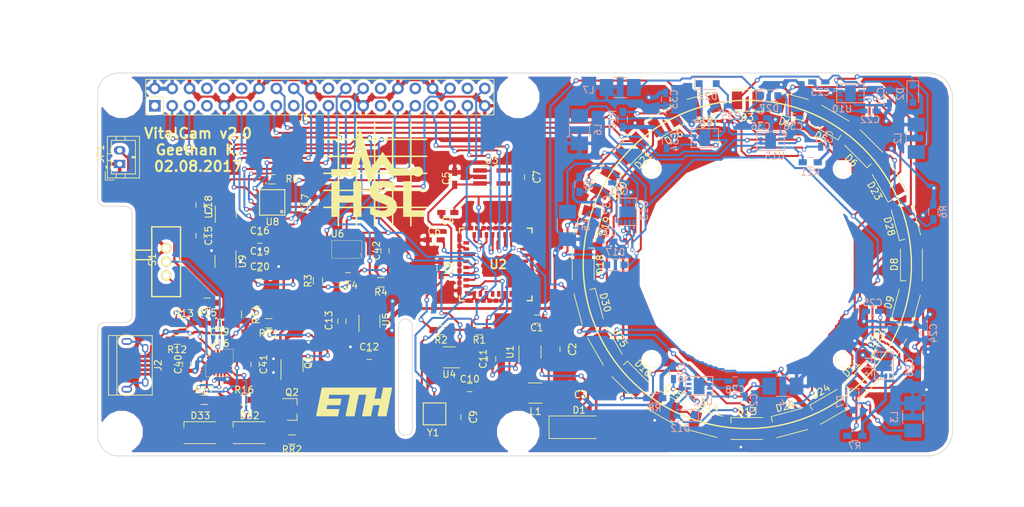
<source format=kicad_pcb>
(kicad_pcb (version 4) (host pcbnew 4.0.6)
  (title_block (title "Sensor Board PCB") (date 2017-07-23) (rev 1) (company "D-HEST ETH Zurich") (comment 1 "Geethan Karunaratne"))
  (layers (0 F.Cu signal) (31 B.Cu signal) (34 B.Paste user) (35 F.Paste user) (36 B.SilkS user) (37 F.SilkS user) (38 B.Mask user) (39 F.Mask user) (44 Edge.Cuts user))
  (net 0 "")
  (net 1 "Net-(J1-Pad38)")
  (net 2 "Net-(J1-Pad22)")
  (net 3 "Net-(J1-Pad32)")
  (net 4 "Net-(J1-Pad28)")
  (net 5 "Net-(J1-Pad10)")
  (net 6 "Net-(J1-Pad12)")
  (net 7 "Net-(J1-Pad8)")
  (net 8 "Net-(J1-Pad27)")
  (net 9 "Net-(J1-Pad17)")
  (net 10 "Net-(J1-Pad1)")
  (net 11 "Net-(J1-Pad7)")
  (net 12 "Net-(J1-Pad13)")
  (net 13 "Net-(J2-Pad2)")
  (net 14 "Net-(J2-Pad3)")
  (net 15 "Net-(J2-Pad4)")
  (net 16 "Net-(J2-Pad6)")
  (net 17 VDDC_TH)
  (net 18 GND)
  (net 19 /thermal_sense/VIN)
  (net 20 VDDIO_TH)
  (net 21 VDD_TH)
  (net 22 /thermal_sense/PWR_DWN_L)
  (net 23 V5_0)
  (net 24 VDD_DIST)
  (net 25 VDDIO_IMU)
  (net 26 VDDA_IMU)
  (net 27 "Net-(C22-Pad1)")
  (net 28 "Net-(C23-Pad1)")
  (net 29 "Net-(C25-Pad1)")
  (net 30 "Net-(C26-Pad1)")
  (net 31 "Net-(C28-Pad1)")
  (net 32 "Net-(C29-Pad1)")
  (net 33 "Net-(C31-Pad1)")
  (net 34 "Net-(C32-Pad1)")
  (net 35 "Net-(C34-Pad1)")
  (net 36 "Net-(C35-Pad1)")
  (net 37 "Net-(C37-Pad1)")
  (net 38 "Net-(C38-Pad1)")
  (net 39 VUSB)
  (net 40 +BATT)
  (net 41 "Net-(C41-Pad1)")
  (net 42 "Net-(D3-Pad1)")
  (net 43 "Net-(D4-Pad1)")
  (net 44 "Net-(D5-Pad1)")
  (net 45 "Net-(D6-Pad1)")
  (net 46 "Net-(D8-Pad1)")
  (net 47 "Net-(D10-Pad2)")
  (net 48 "Net-(D10-Pad1)")
  (net 49 "Net-(D11-Pad1)")
  (net 50 "Net-(D13-Pad1)")
  (net 51 "Net-(D14-Pad1)")
  (net 52 "Net-(D15-Pad1)")
  (net 53 "Net-(D16-Pad1)")
  (net 54 "Net-(D18-Pad1)")
  (net 55 "Net-(D19-Pad1)")
  (net 56 "Net-(D20-Pad1)")
  (net 57 "Net-(D21-Pad1)")
  (net 58 "Net-(D23-Pad1)")
  (net 59 "Net-(D24-Pad1)")
  (net 60 "Net-(D25-Pad1)")
  (net 61 "Net-(D26-Pad1)")
  (net 62 "Net-(D28-Pad1)")
  (net 63 "Net-(D29-Pad1)")
  (net 64 "Net-(D30-Pad1)")
  (net 65 "Net-(D31-Pad1)")
  (net 66 "Net-(D32-Pad1)")
  (net 67 "Net-(D32-Pad2)")
  (net 68 "Net-(D33-Pad1)")
  (net 69 "Net-(D33-Pad2)")
  (net 70 DIST_GPIO1)
  (net 71 SPI_CSL_TH)
  (net 72 LED_GPI_UV)
  (net 73 SPI_CS_IMU)
  (net 74 IMU_GPO2)
  (net 75 LED_GPI_WH)
  (net 76 SPI_CLK_TH)
  (net 77 SPI_MOSI_TH)
  (net 78 SPI_MISO_TH)
  (net 79 IMU_GPI1)
  (net 80 IMU_GPO1)
  (net 81 SPI_CLK_IMU)
  (net 82 SPI_MISO_IMU)
  (net 83 SPI_MOSI_IMU)
  (net 84 SDA)
  (net 85 SCL)
  (net 86 LED_GPI_IR)
  (net 87 DIST_GPIO2)
  (net 88 "Net-(L1-Pad2)")
  (net 89 "Net-(Q1-Pad1)")
  (net 90 "Net-(Q1-Pad2)")
  (net 91 /thermal_sense/RESET_L)
  (net 92 "Net-(R5-Pad2)")
  (net 93 "Net-(R12-Pad1)")
  (net 94 "Net-(R13-Pad1)")
  (net 95 "Net-(R14-Pad1)")
  (net 96 "Net-(R15-Pad2)")
  (net 97 /power_supply/SYS_OFF)
  (net 98 "Net-(U2-Pad2)")
  (net 99 "Net-(U2-Pad3)")
  (net 100 "Net-(U2-Pad4)")
  (net 101 "Net-(U2-Pad5)")
  (net 102 "Net-(U2-Pad26)")
  (net 103 "Net-(U2-Pad28)")
  (net 104 "Net-(U2-Pad29)")
  (net 105 "Net-(U2-Pad31)")
  (net 106 "Net-(U2-Pad32)")
  (net 107 "Net-(U3-Pad4)")
  (net 108 "Net-(U4-Pad4)")
  (net 109 "Net-(U5-Pad4)")
  (net 110 "Net-(U6-Pad8)")
  (net 111 "Net-(U7-Pad4)")
  (net 112 "Net-(U8-Pad4)")
  (net 113 "Net-(U8-Pad5)")
  (net 114 "Net-(U9-Pad4)")
  (net 115 /LED_Drive/IR_SET3/PWM_IN)
  (net 116 "Net-(U16-Pad14)")
  (net 117 "Net-(D2-Pad1)")
  (net 118 "Net-(D7-Pad1)")
  (net 119 "Net-(D12-Pad1)")
  (net 120 "Net-(D17-Pad1)")
  (net 121 "Net-(D22-Pad1)")
  (net 122 "Net-(D27-Pad1)")
  (module Myfootprints:LGA16 (layer F.Cu) (at 124.7 79.87 180)
    (fp_text reference U8 (at 1.35 -2.1 180) (layer F.SilkS))
    (fp_text value FIS1100)
    (pad 1 smd rect (at 0 0 180) (size 0.61 0.32) (layers F.Cu F.Paste F.Mask) (net 18 GND))
    (pad 2 smd rect (at 0 0.5 180) (size 0.61 0.32) (layers F.Cu F.Paste F.Mask) (net 26 VDDA_IMU))
    (pad 3 smd rect (at 0 1 180) (size 0.61 0.32) (layers F.Cu F.Paste F.Mask) (net 18 GND))
    (pad 4 smd rect (at 0 1.5 180) (size 0.61 0.32) (layers F.Cu F.Paste F.Mask) (net 112 "Net-(U8-Pad4)"))
    (pad 12 smd rect (at 2.79 0 180) (size 0.61 0.32) (layers F.Cu F.Paste F.Mask) (net 80 IMU_GPO1))
    (pad 11 smd rect (at 2.79 0.5 180) (size 0.61 0.32) (layers F.Cu F.Paste F.Mask) (net 74 IMU_GPO2))
    (pad 10 smd rect (at 2.79 1 180) (size 0.61 0.32) (layers F.Cu F.Paste F.Mask) (net 73 SPI_CS_IMU))
    (pad 9 smd rect (at 2.79 1.5 180) (size 0.61 0.32) (layers F.Cu F.Paste F.Mask) (net 82 SPI_MISO_IMU))
    (pad 5 smd rect (at 0.65 2.15 180) (size 0.32 0.61) (layers F.Cu F.Paste F.Mask) (net 113 "Net-(U8-Pad5)"))
    (pad 6 smd rect (at 1.15 2.15 180) (size 0.32 0.61) (layers F.Cu F.Paste F.Mask) (net 92 "Net-(R5-Pad2)"))
    (pad 7 smd rect (at 1.65 2.15 180) (size 0.32 0.61) (layers F.Cu F.Paste F.Mask) (net 92 "Net-(R5-Pad2)"))
    (pad 8 smd rect (at 2.15 2.15 180) (size 0.32 0.61) (layers F.Cu F.Paste F.Mask) (net 25 VDDIO_IMU))
    (pad 16 smd rect (at 0.65 -0.65 180) (size 0.32 0.61) (layers F.Cu F.Paste F.Mask) (net 79 IMU_GPI1))
    (pad 15 smd rect (at 1.15 -0.65 180) (size 0.32 0.61) (layers F.Cu F.Paste F.Mask) (net 18 GND))
    (pad 14 smd rect (at 1.65 -0.65 180) (size 0.32 0.61) (layers F.Cu F.Paste F.Mask) (net 81 SPI_CLK_IMU))
    (pad 13 smd rect (at 2.15 -0.65 180) (size 0.32 0.61) (layers F.Cu F.Paste F.Mask) (net 83 SPI_MOSI_IMU))
  )
  (module Connectors:1pin (layer F.Cu) (at 192.54 88.13)
    (fp_text reference REF** hide)
    (fp_text value 1pin)
    (pad "" np_thru_hole circle (at 0.25 0.06) (size 30.5 30.5) (drill 30.5) (layers *.Cu *.Mask))
  )
  (module RPi_Hat:RPi_Hat_Mounting_Hole (layer F.Cu) (at 159.29 63.69)
    (fp_text reference "" hide)
    (fp_text value "" hide)
    (pad "" np_thru_hole circle (at 0 0) (size 2.75 2.75) (drill 2.75) (layers *.Cu *.Mask) (clearance 1.725))
  )
  (module RPi_Hat:RPi_Hat_Mounting_Hole (layer F.Cu) (at 159.29 112.69)
    (fp_text reference "" hide)
    (fp_text value "" hide)
    (pad "" np_thru_hole circle (at 0 0) (size 2.75 2.75) (drill 2.75) (layers *.Cu *.Mask) (clearance 1.725))
  )
  (module RPi_Hat:RPi_Hat_Mounting_Hole (layer F.Cu) (at 101.29 112.69)
    (fp_text reference "" hide)
    (fp_text value "" hide)
    (pad "" np_thru_hole circle (at 0 0) (size 2.75 2.75) (drill 2.75) (layers *.Cu *.Mask) (clearance 1.725))
  )
  (module RPi_Hat:RPi_Hat_Mounting_Hole (layer F.Cu) (at 101.29 63.69)
    (fp_text reference "" hide)
    (fp_text value "" hide)
    (pad "" np_thru_hole circle (at 0 0) (size 2.75 2.75) (drill 2.75) (layers *.Cu *.Mask) (clearance 1.725))
  )
  (module Capacitors_SMD:C_0603_HandSoldering (layer F.Cu) (at 162 96.2 180)
    (fp_text reference C1 (at 0 -1.25 180) (layer F.SilkS))
    (fp_text value 10uF)
    (pad 1 smd rect (at -0.95 0 180) (size 1.2 0.75) (layers F.Cu F.Paste F.Mask) (net 17 VDDC_TH))
    (pad 2 smd rect (at 0.95 0 180) (size 1.2 0.75) (layers F.Cu F.Paste F.Mask) (net 18 GND))
  )
  (module Capacitors_SMD:C_0603_HandSoldering (layer F.Cu) (at 166 100.6 270)
    (fp_text reference C2 (at 0 -1.25 270) (layer F.SilkS))
    (fp_text value 0.1uF)
    (pad 1 smd rect (at -0.95 0 270) (size 1.2 0.75) (layers F.Cu F.Paste F.Mask) (net 17 VDDC_TH))
    (pad 2 smd rect (at 0.95 0 270) (size 1.2 0.75) (layers F.Cu F.Paste F.Mask) (net 18 GND))
  )
  (module Capacitors_SMD:C_0603_HandSoldering (layer F.Cu) (at 168.4 106 180)
    (fp_text reference C3 (at 0 -1.25 180) (layer F.SilkS))
    (fp_text value 4.7uF)
    (pad 1 smd rect (at -0.95 0 180) (size 1.2 0.75) (layers F.Cu F.Paste F.Mask) (net 19 /thermal_sense/VIN))
    (pad 2 smd rect (at 0.95 0 180) (size 1.2 0.75) (layers F.Cu F.Paste F.Mask) (net 18 GND))
  )
  (module Capacitors_SMD:C_0603_HandSoldering (layer F.Cu) (at 149 80.6 180)
    (fp_text reference C4 (at 0 -1.25 180) (layer F.SilkS))
    (fp_text value 0.1uF)
    (pad 1 smd rect (at -0.95 0 180) (size 1.2 0.75) (layers F.Cu F.Paste F.Mask) (net 20 VDDIO_TH))
    (pad 2 smd rect (at 0.95 0 180) (size 1.2 0.75) (layers F.Cu F.Paste F.Mask) (net 18 GND))
  )
  (module Capacitors_SMD:C_0603_HandSoldering (layer F.Cu) (at 150 75.6 90)
    (fp_text reference C5 (at 0 -1.25 90) (layer F.SilkS))
    (fp_text value 1uF)
    (pad 1 smd rect (at -0.95 0 90) (size 1.2 0.75) (layers F.Cu F.Paste F.Mask) (net 19 /thermal_sense/VIN))
    (pad 2 smd rect (at 0.95 0 90) (size 1.2 0.75) (layers F.Cu F.Paste F.Mask) (net 18 GND))
  )
  (module Capacitors_SMD:C_0603_HandSoldering (layer F.Cu) (at 147 84.6)
    (fp_text reference C6 (at 0 -1.25) (layer F.SilkS))
    (fp_text value 0.1uF)
    (pad 1 smd rect (at -0.95 0) (size 1.2 0.75) (layers F.Cu F.Paste F.Mask) (net 18 GND))
    (pad 2 smd rect (at 0.95 0) (size 1.2 0.75) (layers F.Cu F.Paste F.Mask) (net 21 VDD_TH))
  )
  (module Capacitors_SMD:C_0603_HandSoldering (layer F.Cu) (at 160.8 75.4 270)
    (fp_text reference C7 (at 0 -1.25 270) (layer F.SilkS))
    (fp_text value 1uF)
    (pad 1 smd rect (at -0.95 0 270) (size 1.2 0.75) (layers F.Cu F.Paste F.Mask) (net 20 VDDIO_TH))
    (pad 2 smd rect (at 0.95 0 270) (size 1.2 0.75) (layers F.Cu F.Paste F.Mask) (net 18 GND))
  )
  (module Capacitors_SMD:C_0603_HandSoldering (layer F.Cu) (at 148 88.8 270)
    (fp_text reference C8 (at 0 -1.25 270) (layer F.SilkS))
    (fp_text value 1uF)
    (pad 1 smd rect (at -0.95 0 270) (size 1.2 0.75) (layers F.Cu F.Paste F.Mask) (net 18 GND))
    (pad 2 smd rect (at 0.95 0 270) (size 1.2 0.75) (layers F.Cu F.Paste F.Mask) (net 22 /thermal_sense/PWR_DWN_L))
  )
  (module Capacitors_SMD:C_0603_HandSoldering (layer F.Cu) (at 151.5 110.5 270)
    (fp_text reference C9 (at 0 -1.25 270) (layer F.SilkS))
    (fp_text value 10nF)
    (pad 1 smd rect (at -0.95 0 270) (size 1.2 0.75) (layers F.Cu F.Paste F.Mask) (net 18 GND))
    (pad 2 smd rect (at 0.95 0 270) (size 1.2 0.75) (layers F.Cu F.Paste F.Mask) (net 20 VDDIO_TH))
  )
  (module Capacitors_SMD:C_0603_HandSoldering (layer F.Cu) (at 152.2 106.2)
    (fp_text reference C10 (at 0 -1.25) (layer F.SilkS))
    (fp_text value 1uF)
    (pad 1 smd rect (at -0.95 0) (size 1.2 0.75) (layers F.Cu F.Paste F.Mask) (net 21 VDD_TH))
    (pad 2 smd rect (at 0.95 0) (size 1.2 0.75) (layers F.Cu F.Paste F.Mask) (net 18 GND))
  )
  (module Capacitors_SMD:C_0603_HandSoldering (layer F.Cu) (at 155.4 102 90)
    (fp_text reference C11 (at 0 -1.25 90) (layer F.SilkS))
    (fp_text value 1uF)
    (pad 1 smd rect (at -0.95 0 90) (size 1.2 0.75) (layers F.Cu F.Paste F.Mask) (net 19 /thermal_sense/VIN))
    (pad 2 smd rect (at 0.95 0 90) (size 1.2 0.75) (layers F.Cu F.Paste F.Mask) (net 18 GND))
  )
  (module Capacitors_SMD:C_0603_HandSoldering (layer F.Cu) (at 137.5 101.5)
    (fp_text reference C12 (at 0 -1.25) (layer F.SilkS))
    (fp_text value 10uF)
    (pad 1 smd rect (at -0.95 0) (size 1.2 0.75) (layers F.Cu F.Paste F.Mask) (net 23 V5_0))
    (pad 2 smd rect (at 0.95 0) (size 1.2 0.75) (layers F.Cu F.Paste F.Mask) (net 18 GND))
  )
  (module Capacitors_SMD:C_0603_HandSoldering (layer F.Cu) (at 133.5 96.5 270)
    (fp_text reference C13 (at -0.11 1.9 270) (layer F.SilkS))
    (fp_text value 10uF)
    (pad 1 smd rect (at -0.95 0 270) (size 1.2 0.75) (layers F.Cu F.Paste F.Mask) (net 24 VDD_DIST))
    (pad 2 smd rect (at 0.95 0 270) (size 1.2 0.75) (layers F.Cu F.Paste F.Mask) (net 18 GND))
  )
  (module Capacitors_SMD:C_0603_HandSoldering (layer F.Cu) (at 134.4 90 180)
    (fp_text reference C14 (at 0 -1.25 180) (layer F.SilkS))
    (fp_text value 4.7u)
    (pad 1 smd rect (at -0.95 0 180) (size 1.2 0.75) (layers F.Cu F.Paste F.Mask) (net 24 VDD_DIST))
    (pad 2 smd rect (at 0.95 0 180) (size 1.2 0.75) (layers F.Cu F.Paste F.Mask) (net 18 GND))
  )
  (module Capacitors_SMD:C_0603_HandSoldering (layer F.Cu) (at 112.75 84 270)
    (fp_text reference C15 (at 0 -1.25 270) (layer F.SilkS))
    (fp_text value 1uF)
    (pad 1 smd rect (at -0.95 0 270) (size 1.2 0.75) (layers F.Cu F.Paste F.Mask) (net 23 V5_0))
    (pad 2 smd rect (at 0.95 0 270) (size 1.2 0.75) (layers F.Cu F.Paste F.Mask) (net 18 GND))
  )
  (module Capacitors_SMD:C_0603_HandSoldering (layer F.Cu) (at 121.5 84.5)
    (fp_text reference C16 (at 0 -1.25) (layer F.SilkS))
    (fp_text value 100nF)
    (pad 1 smd rect (at -0.95 0) (size 1.2 0.75) (layers F.Cu F.Paste F.Mask) (net 25 VDDIO_IMU))
    (pad 2 smd rect (at 0.95 0) (size 1.2 0.75) (layers F.Cu F.Paste F.Mask) (net 18 GND))
  )
  (module Capacitors_SMD:C_0603_HandSoldering (layer F.Cu) (at 129.38 79.28 90)
    (fp_text reference C17 (at 0 -1.25 90) (layer F.SilkS))
    (fp_text value 100nF)
    (pad 1 smd rect (at -0.95 0 90) (size 1.2 0.75) (layers F.Cu F.Paste F.Mask) (net 26 VDDA_IMU))
    (pad 2 smd rect (at 0.95 0 90) (size 1.2 0.75) (layers F.Cu F.Paste F.Mask) (net 18 GND))
  )
  (module Capacitors_SMD:C_0603_HandSoldering (layer F.Cu) (at 112.75 79.5 270)
    (fp_text reference C18 (at 0 -1.25 270) (layer F.SilkS))
    (fp_text value 1uF)
    (pad 1 smd rect (at -0.95 0 270) (size 1.2 0.75) (layers F.Cu F.Paste F.Mask) (net 25 VDDIO_IMU))
    (pad 2 smd rect (at 0.95 0 270) (size 1.2 0.75) (layers F.Cu F.Paste F.Mask) (net 18 GND))
  )
  (module Capacitors_SMD:C_0603_HandSoldering (layer F.Cu) (at 121.5 87.5)
    (fp_text reference C19 (at 0 -1.25) (layer F.SilkS))
    (fp_text value 1uF)
    (pad 1 smd rect (at -0.95 0) (size 1.2 0.75) (layers F.Cu F.Paste F.Mask) (net 23 V5_0))
    (pad 2 smd rect (at 0.95 0) (size 1.2 0.75) (layers F.Cu F.Paste F.Mask) (net 18 GND))
  )
  (module Capacitors_SMD:C_0603_HandSoldering (layer F.Cu) (at 121.5 89.75)
    (fp_text reference C20 (at 0 -1.25) (layer F.SilkS))
    (fp_text value 1uF)
    (pad 1 smd rect (at -0.95 0) (size 1.2 0.75) (layers F.Cu F.Paste F.Mask) (net 26 VDDA_IMU))
    (pad 2 smd rect (at 0.95 0) (size 1.2 0.75) (layers F.Cu F.Paste F.Mask) (net 18 GND))
  )
  (module Capacitors_SMD:C_0603_HandSoldering (layer B.Cu) (at 213.58 63.68 270)
    (fp_text reference C21 (at 0 1.25 270) (layer B.SilkS) (effects (justify mirror)))
    (fp_text value 2.2uF)
    (pad 1 smd rect (at -0.95 0 270) (size 1.2 0.75) (layers B.Cu B.Paste B.Mask) (net 23 V5_0))
    (pad 2 smd rect (at 0.95 0 270) (size 1.2 0.75) (layers B.Cu B.Paste B.Mask) (net 18 GND))
  )
  (module Capacitors_SMD:C_0603_HandSoldering (layer B.Cu) (at 210.75 65.75)
    (fp_text reference C22 (at 0 1.25) (layer B.SilkS) (effects (justify mirror)))
    (fp_text value 0.1uF)
    (pad 1 smd rect (at -0.95 0) (size 1.2 0.75) (layers B.Cu B.Paste B.Mask) (net 27 "Net-(C22-Pad1)"))
    (pad 2 smd rect (at 0.95 0) (size 1.2 0.75) (layers B.Cu B.Paste B.Mask) (net 18 GND))
  )
  (module Capacitors_SMD:C_0603_HandSoldering (layer B.Cu) (at 203.25 61.5 180)
    (fp_text reference C23 (at -0.25 -1.5 180) (layer B.SilkS) (effects (justify mirror)))
    (fp_text value 0.1uF)
    (pad 1 smd rect (at -0.95 0 180) (size 1.2 0.75) (layers B.Cu B.Paste B.Mask) (net 28 "Net-(C23-Pad1)"))
    (pad 2 smd rect (at 0.95 0 180) (size 1.2 0.75) (layers B.Cu B.Paste B.Mask) (net 18 GND))
  )
  (module Capacitors_SMD:C_0603_HandSoldering (layer B.Cu) (at 218.75 98.25 90)
    (fp_text reference C24 (at 0 1.25 90) (layer B.SilkS) (effects (justify mirror)))
    (fp_text value 2.2uF)
    (pad 1 smd rect (at -0.95 0 90) (size 1.2 0.75) (layers B.Cu B.Paste B.Mask) (net 23 V5_0))
    (pad 2 smd rect (at 0.95 0 90) (size 1.2 0.75) (layers B.Cu B.Paste B.Mask) (net 18 GND))
  )
  (module Capacitors_SMD:C_0603_HandSoldering (layer B.Cu) (at 211.12 95.05 180)
    (fp_text reference C25 (at 0 1.25 180) (layer B.SilkS) (effects (justify mirror)))
    (fp_text value 0.1uF)
    (pad 1 smd rect (at -0.95 0 180) (size 1.2 0.75) (layers B.Cu B.Paste B.Mask) (net 29 "Net-(C25-Pad1)"))
    (pad 2 smd rect (at 0.95 0 180) (size 1.2 0.75) (layers B.Cu B.Paste B.Mask) (net 18 GND))
  )
  (module Capacitors_SMD:C_0603_HandSoldering (layer B.Cu) (at 217.75 103.25 270)
    (fp_text reference C26 (at 0 1.25 270) (layer B.SilkS) (effects (justify mirror)))
    (fp_text value 0.1uF)
    (pad 1 smd rect (at -0.95 0 270) (size 1.2 0.75) (layers B.Cu B.Paste B.Mask) (net 30 "Net-(C26-Pad1)"))
    (pad 2 smd rect (at 0.95 0 270) (size 1.2 0.75) (layers B.Cu B.Paste B.Mask) (net 18 GND))
  )
  (module Capacitors_SMD:C_0603_HandSoldering (layer B.Cu) (at 192.5 108.5 90)
    (fp_text reference C27 (at 0 1.25 90) (layer B.SilkS) (effects (justify mirror)))
    (fp_text value 2.2uF)
    (pad 1 smd rect (at -0.95 0 90) (size 1.2 0.75) (layers B.Cu B.Paste B.Mask) (net 23 V5_0))
    (pad 2 smd rect (at 0.95 0 90) (size 1.2 0.75) (layers B.Cu B.Paste B.Mask) (net 18 GND))
  )
  (module Capacitors_SMD:C_0603_HandSoldering (layer B.Cu) (at 191 105.25)
    (fp_text reference C28 (at 0 1.25) (layer B.SilkS) (effects (justify mirror)))
    (fp_text value 0.1uF)
    (pad 1 smd rect (at -0.95 0) (size 1.2 0.75) (layers B.Cu B.Paste B.Mask) (net 31 "Net-(C28-Pad1)"))
    (pad 2 smd rect (at 0.95 0) (size 1.2 0.75) (layers B.Cu B.Paste B.Mask) (net 18 GND))
  )
  (module Capacitors_SMD:C_0603_HandSoldering (layer B.Cu) (at 182 104 90)
    (fp_text reference C29 (at 0 1.25 90) (layer B.SilkS) (effects (justify mirror)))
    (fp_text value 0.1uF)
    (pad 1 smd rect (at -0.95 0 90) (size 1.2 0.75) (layers B.Cu B.Paste B.Mask) (net 32 "Net-(C29-Pad1)"))
    (pad 2 smd rect (at 0.95 0 90) (size 1.2 0.75) (layers B.Cu B.Paste B.Mask) (net 18 GND))
  )
  (module Capacitors_SMD:C_0603_HandSoldering (layer B.Cu) (at 172.25 84.75 180)
    (fp_text reference C30 (at 0 1.25 180) (layer B.SilkS) (effects (justify mirror)))
    (fp_text value 2.2uF)
    (pad 1 smd rect (at -0.95 0 180) (size 1.2 0.75) (layers B.Cu B.Paste B.Mask) (net 23 V5_0))
    (pad 2 smd rect (at 0.95 0 180) (size 1.2 0.75) (layers B.Cu B.Paste B.Mask) (net 18 GND))
  )
  (module Capacitors_SMD:C_0603_HandSoldering (layer B.Cu) (at 174 76.25)
    (fp_text reference C31 (at 0 1.25) (layer B.SilkS) (effects (justify mirror)))
    (fp_text value 0.1uF)
    (pad 1 smd rect (at -0.95 0) (size 1.2 0.75) (layers B.Cu B.Paste B.Mask) (net 33 "Net-(C31-Pad1)"))
    (pad 2 smd rect (at 0.95 0) (size 1.2 0.75) (layers B.Cu B.Paste B.Mask) (net 18 GND))
  )
  (module Capacitors_SMD:C_0603_HandSoldering (layer B.Cu) (at 171 79.5 90)
    (fp_text reference C32 (at 0 1.25 90) (layer B.SilkS) (effects (justify mirror)))
    (fp_text value 0.1uF)
    (pad 1 smd rect (at -0.95 0 90) (size 1.2 0.75) (layers B.Cu B.Paste B.Mask) (net 34 "Net-(C32-Pad1)"))
    (pad 2 smd rect (at 0.95 0 90) (size 1.2 0.75) (layers B.Cu B.Paste B.Mask) (net 18 GND))
  )
  (module Capacitors_SMD:C_0603_HandSoldering (layer B.Cu) (at 180.83 64.04 90)
    (fp_text reference C33 (at 0 1.25 90) (layer B.SilkS) (effects (justify mirror)))
    (fp_text value 2.2uF)
    (pad 1 smd rect (at -0.95 0 90) (size 1.2 0.75) (layers B.Cu B.Paste B.Mask) (net 23 V5_0))
    (pad 2 smd rect (at 0.95 0 90) (size 1.2 0.75) (layers B.Cu B.Paste B.Mask) (net 18 GND))
  )
  (module Capacitors_SMD:C_0603_HandSoldering (layer B.Cu) (at 180.97 70.27 90)
    (fp_text reference C34 (at 0 1.25 90) (layer B.SilkS) (effects (justify mirror)))
    (fp_text value 0.1uF)
    (pad 1 smd rect (at -0.95 0 90) (size 1.2 0.75) (layers B.Cu B.Paste B.Mask) (net 35 "Net-(C34-Pad1)"))
    (pad 2 smd rect (at 0.95 0 90) (size 1.2 0.75) (layers B.Cu B.Paste B.Mask) (net 18 GND))
  )
  (module Capacitors_SMD:C_0603_HandSoldering (layer B.Cu) (at 189 65 180)
    (fp_text reference C35 (at -1.42 -1.47 180) (layer B.SilkS) (effects (justify mirror)))
    (fp_text value 0.1uF)
    (pad 1 smd rect (at -0.95 0 180) (size 1.2 0.75) (layers B.Cu B.Paste B.Mask) (net 36 "Net-(C35-Pad1)"))
    (pad 2 smd rect (at 0.95 0 180) (size 1.2 0.75) (layers B.Cu B.Paste B.Mask) (net 18 GND))
  )
  (module Capacitors_SMD:C_0603_HandSoldering (layer B.Cu) (at 194.75 66.75)
    (fp_text reference C36 (at 0 1.25) (layer B.SilkS) (effects (justify mirror)))
    (fp_text value 2.2uF)
    (pad 1 smd rect (at -0.95 0) (size 1.2 0.75) (layers B.Cu B.Paste B.Mask) (net 23 V5_0))
    (pad 2 smd rect (at 0.95 0) (size 1.2 0.75) (layers B.Cu B.Paste B.Mask) (net 18 GND))
  )
  (module Capacitors_SMD:C_0603_HandSoldering (layer B.Cu) (at 203.53 70.02 90)
    (fp_text reference C37 (at 0 1.25 90) (layer B.SilkS) (effects (justify mirror)))
    (fp_text value 0.1uF)
    (pad 1 smd rect (at -0.95 0 90) (size 1.2 0.75) (layers B.Cu B.Paste B.Mask) (net 37 "Net-(C37-Pad1)"))
    (pad 2 smd rect (at 0.95 0 90) (size 1.2 0.75) (layers B.Cu B.Paste B.Mask) (net 18 GND))
  )
  (module Capacitors_SMD:C_0603_HandSoldering (layer B.Cu) (at 199.5 66.75)
    (fp_text reference C38 (at 0 1.25) (layer B.SilkS) (effects (justify mirror)))
    (fp_text value 0.1uF)
    (pad 1 smd rect (at -0.95 0) (size 1.2 0.75) (layers B.Cu B.Paste B.Mask) (net 38 "Net-(C38-Pad1)"))
    (pad 2 smd rect (at 0.95 0) (size 1.2 0.75) (layers B.Cu B.Paste B.Mask) (net 18 GND))
  )
  (module Capacitors_SMD:C_0603_HandSoldering (layer F.Cu) (at 115.6 96.8 180)
    (fp_text reference C39 (at 0 -1.25 180) (layer F.SilkS))
    (fp_text value 1uF)
    (pad 1 smd rect (at -0.95 0 180) (size 1.2 0.75) (layers F.Cu F.Paste F.Mask) (net 39 VUSB))
    (pad 2 smd rect (at 0.95 0 180) (size 1.2 0.75) (layers F.Cu F.Paste F.Mask) (net 18 GND))
  )
  (module Capacitors_SMD:C_0603_HandSoldering (layer F.Cu) (at 110.8 102.8 90)
    (fp_text reference C40 (at 0 -1.25 90) (layer F.SilkS))
    (fp_text value 4.7uF)
    (pad 1 smd rect (at -0.95 0 90) (size 1.2 0.75) (layers F.Cu F.Paste F.Mask) (net 40 +BATT))
    (pad 2 smd rect (at 0.95 0 90) (size 1.2 0.75) (layers F.Cu F.Paste F.Mask) (net 18 GND))
  )
  (module Capacitors_SMD:C_0603_HandSoldering (layer F.Cu) (at 120.8 102.8 270)
    (fp_text reference C41 (at 0 -1.25 270) (layer F.SilkS))
    (fp_text value 4.7u)
    (pad 1 smd rect (at -0.95 0 270) (size 1.2 0.75) (layers F.Cu F.Paste F.Mask) (net 41 "Net-(C41-Pad1)"))
    (pad 2 smd rect (at 0.95 0 270) (size 1.2 0.75) (layers F.Cu F.Paste F.Mask) (net 18 GND))
  )
  (module Capacitors_SMD:C_0603_HandSoldering (layer F.Cu) (at 139.8 86.2 90)
    (fp_text reference C42 (at 0 -1.25 90) (layer F.SilkS))
    (fp_text value 100n)
    (pad 1 smd rect (at -0.95 0 90) (size 1.2 0.75) (layers F.Cu F.Paste F.Mask) (net 24 VDD_DIST))
    (pad 2 smd rect (at 0.95 0 90) (size 1.2 0.75) (layers F.Cu F.Paste F.Mask) (net 18 GND))
  )
  (module LEDs:LED_PLCC-2 (layer F.Cu) (at 192.79 64.19 180)
    (fp_text reference D3 (at 0 -2.5 180) (layer F.SilkS))
    (fp_text value LED)
    (pad 1 smd rect (at -1.5 0 180) (size 1.5 2.6) (layers F.Cu F.Paste F.Mask) (net 42 "Net-(D3-Pad1)"))
    (pad 2 smd rect (at 1.5 0 180) (size 1.5 2.6) (layers F.Cu F.Paste F.Mask) (net 28 "Net-(C23-Pad1)"))
  )
  (module LEDs:LED_PLCC-2 (layer F.Cu) (at 199 65 165)
    (fp_text reference D4 (at 0 -2.5 165) (layer F.SilkS))
    (fp_text value LED)
    (pad 1 smd rect (at -1.5 0 165) (size 1.5 2.6) (layers F.Cu F.Paste F.Mask) (net 43 "Net-(D4-Pad1)"))
    (pad 2 smd rect (at 1.5 0 165) (size 1.5 2.6) (layers F.Cu F.Paste F.Mask) (net 42 "Net-(D3-Pad1)"))
  )
  (module LEDs:LED_PLCC-2 (layer F.Cu) (at 204.79 67.40539 150)
    (fp_text reference D5 (at 0 -2.5 150) (layer F.SilkS))
    (fp_text value LED)
    (pad 1 smd rect (at -1.5 0 150) (size 1.5 2.6) (layers F.Cu F.Paste F.Mask) (net 44 "Net-(D5-Pad1)"))
    (pad 2 smd rect (at 1.5 0 150) (size 1.5 2.6) (layers F.Cu F.Paste F.Mask) (net 43 "Net-(D4-Pad1)"))
  )
  (module LEDs:LED_PLCC-2 (layer F.Cu) (at 209.760563 71.219437 135)
    (fp_text reference D6 (at 0 -2.5 135) (layer F.SilkS))
    (fp_text value LED)
    (pad 1 smd rect (at -1.5 0 135) (size 1.5 2.6) (layers F.Cu F.Paste F.Mask) (net 45 "Net-(D6-Pad1)"))
    (pad 2 smd rect (at 1.5 0 135) (size 1.5 2.6) (layers F.Cu F.Paste F.Mask) (net 44 "Net-(D5-Pad1)"))
  )
  (module LEDs:LED_PLCC-2 (layer F.Cu) (at 216.79 88.19 90)
    (fp_text reference D8 (at 0 -2.5 90) (layer F.SilkS))
    (fp_text value LED)
    (pad 1 smd rect (at -1.5 0 90) (size 1.5 2.6) (layers F.Cu F.Paste F.Mask) (net 46 "Net-(D8-Pad1)"))
    (pad 2 smd rect (at 1.5 0 90) (size 1.5 2.6) (layers F.Cu F.Paste F.Mask) (net 30 "Net-(C26-Pad1)"))
  )
  (module LEDs:LED_PLCC-2 (layer F.Cu) (at 215.97222 94.401657 75)
    (fp_text reference D9 (at 0 -2.5 75) (layer F.SilkS))
    (fp_text value LED)
    (pad 1 smd rect (at -1.5 0 75) (size 1.5 2.6) (layers F.Cu F.Paste F.Mask) (net 47 "Net-(D10-Pad2)"))
    (pad 2 smd rect (at 1.5 0 75) (size 1.5 2.6) (layers F.Cu F.Paste F.Mask) (net 46 "Net-(D8-Pad1)"))
  )
  (module LEDs:LED_PLCC-2 (layer F.Cu) (at 213.57461 100.19 60)
    (fp_text reference D10 (at 0 -2.5 60) (layer F.SilkS))
    (fp_text value LED)
    (pad 1 smd rect (at -1.5 0 60) (size 1.5 2.6) (layers F.Cu F.Paste F.Mask) (net 48 "Net-(D10-Pad1)"))
    (pad 2 smd rect (at 1.5 0 60) (size 1.5 2.6) (layers F.Cu F.Paste F.Mask) (net 47 "Net-(D10-Pad2)"))
  )
  (module LEDs:LED_PLCC-2 (layer F.Cu) (at 209.760563 105.160563 45)
    (fp_text reference D11 (at 0 -2.5 45) (layer F.SilkS))
    (fp_text value LED)
    (pad 1 smd rect (at -1.5 0 45) (size 1.5 2.6) (layers F.Cu F.Paste F.Mask) (net 49 "Net-(D11-Pad1)"))
    (pad 2 smd rect (at 1.5 0 45) (size 1.5 2.6) (layers F.Cu F.Paste F.Mask) (net 48 "Net-(D10-Pad1)"))
  )
  (module LEDs:LED_PLCC-2 (layer F.Cu) (at 192.79 112.19)
    (fp_text reference D13 (at 0 -2.5) (layer F.SilkS))
    (fp_text value LED)
    (pad 1 smd rect (at -1.5 0) (size 1.5 2.6) (layers F.Cu F.Paste F.Mask) (net 50 "Net-(D13-Pad1)"))
    (pad 2 smd rect (at 1.5 0) (size 1.5 2.6) (layers F.Cu F.Paste F.Mask) (net 32 "Net-(C29-Pad1)"))
  )
  (module LEDs:LED_PLCC-2 (layer F.Cu) (at 186.578343 111.37222 345)
    (fp_text reference D14 (at 0 -2.5 345) (layer F.SilkS))
    (fp_text value LED)
    (pad 1 smd rect (at -1.5 0 345) (size 1.5 2.6) (layers F.Cu F.Paste F.Mask) (net 51 "Net-(D14-Pad1)"))
    (pad 2 smd rect (at 1.5 0 345) (size 1.5 2.6) (layers F.Cu F.Paste F.Mask) (net 50 "Net-(D13-Pad1)"))
  )
  (module LEDs:LED_PLCC-2 (layer F.Cu) (at 180.79 108.97461 330)
    (fp_text reference D15 (at 0 -2.5 330) (layer F.SilkS))
    (fp_text value LED)
    (pad 1 smd rect (at -1.5 0 330) (size 1.5 2.6) (layers F.Cu F.Paste F.Mask) (net 52 "Net-(D15-Pad1)"))
    (pad 2 smd rect (at 1.5 0 330) (size 1.5 2.6) (layers F.Cu F.Paste F.Mask) (net 51 "Net-(D14-Pad1)"))
  )
  (module LEDs:LED_PLCC-2 (layer F.Cu) (at 175.819437 105.160563 315)
    (fp_text reference D16 (at 0 -2.5 315) (layer F.SilkS))
    (fp_text value LED)
    (pad 1 smd rect (at -1.5 0 315) (size 1.5 2.6) (layers F.Cu F.Paste F.Mask) (net 53 "Net-(D16-Pad1)"))
    (pad 2 smd rect (at 1.5 0 315) (size 1.5 2.6) (layers F.Cu F.Paste F.Mask) (net 52 "Net-(D15-Pad1)"))
  )
  (module LEDs:LED_PLCC-2 (layer F.Cu) (at 168.79 88.19 270)
    (fp_text reference D18 (at 0 -2.5 270) (layer F.SilkS))
    (fp_text value LED)
    (pad 1 smd rect (at -1.5 0 270) (size 1.5 2.6) (layers F.Cu F.Paste F.Mask) (net 54 "Net-(D18-Pad1)"))
    (pad 2 smd rect (at 1.5 0 270) (size 1.5 2.6) (layers F.Cu F.Paste F.Mask) (net 34 "Net-(C32-Pad1)"))
  )
  (module LEDs:LED_PLCC-2 (layer F.Cu) (at 169.60778 81.978343 255)
    (fp_text reference D19 (at 0 -2.5 255) (layer F.SilkS))
    (fp_text value LED)
    (pad 1 smd rect (at -1.5 0 255) (size 1.5 2.6) (layers F.Cu F.Paste F.Mask) (net 55 "Net-(D19-Pad1)"))
    (pad 2 smd rect (at 1.5 0 255) (size 1.5 2.6) (layers F.Cu F.Paste F.Mask) (net 54 "Net-(D18-Pad1)"))
  )
  (module LEDs:LED_PLCC-2 (layer F.Cu) (at 172.00539 76.19 240)
    (fp_text reference D20 (at 0 -2.5 240) (layer F.SilkS))
    (fp_text value LED)
    (pad 1 smd rect (at -1.5 0 240) (size 1.5 2.6) (layers F.Cu F.Paste F.Mask) (net 56 "Net-(D20-Pad1)"))
    (pad 2 smd rect (at 1.5 0 240) (size 1.5 2.6) (layers F.Cu F.Paste F.Mask) (net 55 "Net-(D19-Pad1)"))
  )
  (module LEDs:LED_PLCC-2 (layer F.Cu) (at 175.819437 71.219437 225)
    (fp_text reference D21 (at 0 -2.5 225) (layer F.SilkS))
    (fp_text value LED)
    (pad 1 smd rect (at -1.5 0 225) (size 1.5 2.6) (layers F.Cu F.Paste F.Mask) (net 57 "Net-(D21-Pad1)"))
    (pad 2 smd rect (at 1.5 0 225) (size 1.5 2.6) (layers F.Cu F.Paste F.Mask) (net 56 "Net-(D20-Pad1)"))
  )
  (module LEDs:LED_PLCC-2 (layer F.Cu) (at 213.57461 76.19 120)
    (fp_text reference D23 (at 0 -2.5 120) (layer F.SilkS))
    (fp_text value LED)
    (pad 1 smd rect (at -1.5 0 120) (size 1.5 2.6) (layers F.Cu F.Paste F.Mask) (net 58 "Net-(D23-Pad1)"))
    (pad 2 smd rect (at 1.5 0 120) (size 1.5 2.6) (layers F.Cu F.Paste F.Mask) (net 36 "Net-(C35-Pad1)"))
  )
  (module LEDs:LED_PLCC-2 (layer F.Cu) (at 204.79 108.97461 30)
    (fp_text reference D24 (at 0 -2.5 30) (layer F.SilkS))
    (fp_text value LED)
    (pad 1 smd rect (at -1.5 0 30) (size 1.5 2.6) (layers F.Cu F.Paste F.Mask) (net 59 "Net-(D24-Pad1)"))
    (pad 2 smd rect (at 1.5 0 30) (size 1.5 2.6) (layers F.Cu F.Paste F.Mask) (net 58 "Net-(D23-Pad1)"))
  )
  (module LEDs:LED_PLCC-2 (layer F.Cu) (at 172.00539 100.19 300)
    (fp_text reference D25 (at 0 -2.5 300) (layer F.SilkS))
    (fp_text value LED)
    (pad 1 smd rect (at -1.5 0 300) (size 1.5 2.6) (layers F.Cu F.Paste F.Mask) (net 60 "Net-(D25-Pad1)"))
    (pad 2 smd rect (at 1.5 0 300) (size 1.5 2.6) (layers F.Cu F.Paste F.Mask) (net 59 "Net-(D24-Pad1)"))
  )
  (module LEDs:LED_PLCC-2 (layer F.Cu) (at 180.79 67.40539 210)
    (fp_text reference D26 (at 0 -2.5 210) (layer F.SilkS))
    (fp_text value LED)
    (pad 1 smd rect (at -1.5 0 210) (size 1.5 2.6) (layers F.Cu F.Paste F.Mask) (net 61 "Net-(D26-Pad1)"))
    (pad 2 smd rect (at 1.5 0 210) (size 1.5 2.6) (layers F.Cu F.Paste F.Mask) (net 60 "Net-(D25-Pad1)"))
  )
  (module LEDs:LED_PLCC-2 (layer F.Cu) (at 215.97222 81.978343 105)
    (fp_text reference D28 (at 0 -2.5 105) (layer F.SilkS))
    (fp_text value LED)
    (pad 1 smd rect (at -1.5 0 105) (size 1.5 2.6) (layers F.Cu F.Paste F.Mask) (net 62 "Net-(D28-Pad1)"))
    (pad 2 smd rect (at 1.5 0 105) (size 1.5 2.6) (layers F.Cu F.Paste F.Mask) (net 38 "Net-(C38-Pad1)"))
  )
  (module LEDs:LED_PLCC-2 (layer F.Cu) (at 199.001657 111.37222 15)
    (fp_text reference D29 (at 0 -2.5 15) (layer F.SilkS))
    (fp_text value LED)
    (pad 1 smd rect (at -1.5 0 15) (size 1.5 2.6) (layers F.Cu F.Paste F.Mask) (net 63 "Net-(D29-Pad1)"))
    (pad 2 smd rect (at 1.5 0 15) (size 1.5 2.6) (layers F.Cu F.Paste F.Mask) (net 62 "Net-(D28-Pad1)"))
  )
  (module LEDs:LED_PLCC-2 (layer F.Cu) (at 169.60778 94.401657 285)
    (fp_text reference D30 (at 0 -2.5 285) (layer F.SilkS))
    (fp_text value LED)
    (pad 1 smd rect (at -1.5 0 285) (size 1.5 2.6) (layers F.Cu F.Paste F.Mask) (net 64 "Net-(D30-Pad1)"))
    (pad 2 smd rect (at 1.5 0 285) (size 1.5 2.6) (layers F.Cu F.Paste F.Mask) (net 63 "Net-(D29-Pad1)"))
  )
  (module LEDs:LED_PLCC-2 (layer F.Cu) (at 186.578343 65.00778 195)
    (fp_text reference D31 (at 0 -2.5 195) (layer F.SilkS))
    (fp_text value LED)
    (pad 1 smd rect (at -1.5 0 195) (size 1.5 2.6) (layers F.Cu F.Paste F.Mask) (net 65 "Net-(D31-Pad1)"))
    (pad 2 smd rect (at 1.5 0 195) (size 1.5 2.6) (layers F.Cu F.Paste F.Mask) (net 64 "Net-(D30-Pad1)"))
  )
  (module LEDs:LED_PLCC-2 (layer F.Cu) (at 120 112.8)
    (fp_text reference D32 (at 0 -2.5) (layer F.SilkS))
    (fp_text value LED)
    (pad 1 smd rect (at -1.5 0) (size 1.5 2.6) (layers F.Cu F.Paste F.Mask) (net 66 "Net-(D32-Pad1)"))
    (pad 2 smd rect (at 1.5 0) (size 1.5 2.6) (layers F.Cu F.Paste F.Mask) (net 67 "Net-(D32-Pad2)"))
  )
  (module LEDs:LED_PLCC-2 (layer F.Cu) (at 112.8 112.8)
    (fp_text reference D33 (at 0 -2.5) (layer F.SilkS))
    (fp_text value LED)
    (pad 1 smd rect (at -1.5 0) (size 1.5 2.6) (layers F.Cu F.Paste F.Mask) (net 68 "Net-(D33-Pad1)"))
    (pad 2 smd rect (at 1.5 0) (size 1.5 2.6) (layers F.Cu F.Paste F.Mask) (net 69 "Net-(D33-Pad2)"))
  )
  (module Pin_Headers:Pin_Header_Straight_2x20_Pitch2.54mm (layer F.Cu) (at 106.14 64.99 90)
    (fp_text reference J1 (at -1.79 21.83 180) (layer F.SilkS))
    (fp_text value "20x2 header")
    (pad 1 thru_hole rect (at 0 0 90) (size 1.7 1.7) (drill 1) (layers *.Cu *.Mask) (net 10 "Net-(J1-Pad1)"))
    (pad 2 thru_hole oval (at 2.54 0 90) (size 1.7 1.7) (drill 1) (layers *.Cu *.Mask) (net 23 V5_0))
    (pad 3 thru_hole oval (at 0 2.54 90) (size 1.7 1.7) (drill 1) (layers *.Cu *.Mask) (net 84 SDA))
    (pad 4 thru_hole oval (at 2.54 2.54 90) (size 1.7 1.7) (drill 1) (layers *.Cu *.Mask) (net 23 V5_0))
    (pad 5 thru_hole oval (at 0 5.08 90) (size 1.7 1.7) (drill 1) (layers *.Cu *.Mask) (net 85 SCL))
    (pad 6 thru_hole oval (at 2.54 5.08 90) (size 1.7 1.7) (drill 1) (layers *.Cu *.Mask) (net 18 GND))
    (pad 7 thru_hole oval (at 0 7.62 90) (size 1.7 1.7) (drill 1) (layers *.Cu *.Mask) (net 11 "Net-(J1-Pad7)"))
    (pad 8 thru_hole oval (at 2.54 7.62 90) (size 1.7 1.7) (drill 1) (layers *.Cu *.Mask) (net 7 "Net-(J1-Pad8)"))
    (pad 9 thru_hole oval (at 0 10.16 90) (size 1.7 1.7) (drill 1) (layers *.Cu *.Mask) (net 18 GND))
    (pad 10 thru_hole oval (at 2.54 10.16 90) (size 1.7 1.7) (drill 1) (layers *.Cu *.Mask) (net 5 "Net-(J1-Pad10)"))
    (pad 11 thru_hole oval (at 0 12.7 90) (size 1.7 1.7) (drill 1) (layers *.Cu *.Mask) (net 87 DIST_GPIO2))
    (pad 12 thru_hole oval (at 2.54 12.7 90) (size 1.7 1.7) (drill 1) (layers *.Cu *.Mask) (net 6 "Net-(J1-Pad12)"))
    (pad 13 thru_hole oval (at 0 15.24 90) (size 1.7 1.7) (drill 1) (layers *.Cu *.Mask) (net 12 "Net-(J1-Pad13)"))
    (pad 14 thru_hole oval (at 2.54 15.24 90) (size 1.7 1.7) (drill 1) (layers *.Cu *.Mask) (net 18 GND))
    (pad 15 thru_hole oval (at 0 17.78 90) (size 1.7 1.7) (drill 1) (layers *.Cu *.Mask) (net 86 LED_GPI_IR))
    (pad 16 thru_hole oval (at 2.54 17.78 90) (size 1.7 1.7) (drill 1) (layers *.Cu *.Mask) (net 75 LED_GPI_WH))
    (pad 17 thru_hole oval (at 0 20.32 90) (size 1.7 1.7) (drill 1) (layers *.Cu *.Mask) (net 9 "Net-(J1-Pad17)"))
    (pad 18 thru_hole oval (at 2.54 20.32 90) (size 1.7 1.7) (drill 1) (layers *.Cu *.Mask) (net 72 LED_GPI_UV))
    (pad 19 thru_hole oval (at 0 22.86 90) (size 1.7 1.7) (drill 1) (layers *.Cu *.Mask) (net 83 SPI_MOSI_IMU))
    (pad 20 thru_hole oval (at 2.54 22.86 90) (size 1.7 1.7) (drill 1) (layers *.Cu *.Mask) (net 18 GND))
    (pad 21 thru_hole oval (at 0 25.4 90) (size 1.7 1.7) (drill 1) (layers *.Cu *.Mask) (net 82 SPI_MISO_IMU))
    (pad 22 thru_hole oval (at 2.54 25.4 90) (size 1.7 1.7) (drill 1) (layers *.Cu *.Mask) (net 2 "Net-(J1-Pad22)"))
    (pad 23 thru_hole oval (at 0 27.94 90) (size 1.7 1.7) (drill 1) (layers *.Cu *.Mask) (net 81 SPI_CLK_IMU))
    (pad 24 thru_hole oval (at 2.54 27.94 90) (size 1.7 1.7) (drill 1) (layers *.Cu *.Mask) (net 73 SPI_CS_IMU))
    (pad 25 thru_hole oval (at 0 30.48 90) (size 1.7 1.7) (drill 1) (layers *.Cu *.Mask) (net 18 GND))
    (pad 26 thru_hole oval (at 2.54 30.48 90) (size 1.7 1.7) (drill 1) (layers *.Cu *.Mask) (net 74 IMU_GPO2))
    (pad 27 thru_hole oval (at 0 33.02 90) (size 1.7 1.7) (drill 1) (layers *.Cu *.Mask) (net 8 "Net-(J1-Pad27)"))
    (pad 28 thru_hole oval (at 2.54 33.02 90) (size 1.7 1.7) (drill 1) (layers *.Cu *.Mask) (net 4 "Net-(J1-Pad28)"))
    (pad 29 thru_hole oval (at 0 35.56 90) (size 1.7 1.7) (drill 1) (layers *.Cu *.Mask) (net 79 IMU_GPI1))
    (pad 30 thru_hole oval (at 2.54 35.56 90) (size 1.7 1.7) (drill 1) (layers *.Cu *.Mask) (net 18 GND))
    (pad 31 thru_hole oval (at 0 38.1 90) (size 1.7 1.7) (drill 1) (layers *.Cu *.Mask) (net 80 IMU_GPO1))
    (pad 32 thru_hole oval (at 2.54 38.1 90) (size 1.7 1.7) (drill 1) (layers *.Cu *.Mask) (net 3 "Net-(J1-Pad32)"))
    (pad 33 thru_hole oval (at 0 40.64 90) (size 1.7 1.7) (drill 1) (layers *.Cu *.Mask) (net 77 SPI_MOSI_TH))
    (pad 34 thru_hole oval (at 2.54 40.64 90) (size 1.7 1.7) (drill 1) (layers *.Cu *.Mask) (net 18 GND))
    (pad 35 thru_hole oval (at 0 43.18 90) (size 1.7 1.7) (drill 1) (layers *.Cu *.Mask) (net 78 SPI_MISO_TH))
    (pad 36 thru_hole oval (at 2.54 43.18 90) (size 1.7 1.7) (drill 1) (layers *.Cu *.Mask) (net 70 DIST_GPIO1))
    (pad 37 thru_hole oval (at 0 45.72 90) (size 1.7 1.7) (drill 1) (layers *.Cu *.Mask) (net 76 SPI_CLK_TH))
    (pad 38 thru_hole oval (at 2.54 45.72 90) (size 1.7 1.7) (drill 1) (layers *.Cu *.Mask) (net 1 "Net-(J1-Pad38)"))
    (pad 39 thru_hole oval (at 0 48.26 90) (size 1.7 1.7) (drill 1) (layers *.Cu *.Mask) (net 18 GND))
    (pad 40 thru_hole oval (at 2.54 48.26 90) (size 1.7 1.7) (drill 1) (layers *.Cu *.Mask) (net 71 SPI_CSL_TH))
  )
  (module Connectors:USB_Micro-B (layer F.Cu) (at 103.39 102.95 270)
    (fp_text reference J2 (at 0 -3.24 270) (layer F.SilkS))
    (fp_text value USB_OTG)
    (pad 1 smd rect (at -1.3 -1.35) (size 1.35 0.4) (layers F.Cu F.Paste F.Mask) (net 39 VUSB))
    (pad 2 smd rect (at -0.65 -1.35) (size 1.35 0.4) (layers F.Cu F.Paste F.Mask) (net 13 "Net-(J2-Pad2)"))
    (pad 3 smd rect (at 0 -1.35) (size 1.35 0.4) (layers F.Cu F.Paste F.Mask) (net 14 "Net-(J2-Pad3)"))
    (pad 4 smd rect (at 0.65 -1.35) (size 1.35 0.4) (layers F.Cu F.Paste F.Mask) (net 15 "Net-(J2-Pad4)"))
    (pad 5 smd rect (at 1.3 -1.35) (size 1.35 0.4) (layers F.Cu F.Paste F.Mask) (net 18 GND))
    (pad 6 thru_hole oval (at -2.5 -1.35) (size 0.95 1.25) (drill oval 0.55 0.85) (layers *.Cu *.Mask) (net 16 "Net-(J2-Pad6)"))
    (pad 6 thru_hole oval (at 2.5 -1.35) (size 0.95 1.25) (drill oval 0.55 0.85) (layers *.Cu *.Mask) (net 16 "Net-(J2-Pad6)"))
    (pad 6 thru_hole oval (at -3.5 1.35) (size 1.55 1) (drill oval 1.15 0.5) (layers *.Cu *.Mask) (net 16 "Net-(J2-Pad6)"))
    (pad 6 thru_hole oval (at 3.5 1.35) (size 1.55 1) (drill oval 1.15 0.5) (layers *.Cu *.Mask) (net 16 "Net-(J2-Pad6)"))
  )
  (module Connectors_JST:JST_PH_B2B-PH-K_02x2.00mm_Straight (layer F.Cu) (at 101 73.5 90)
    (fp_text reference JP1 (at 1.5 -2.8 90) (layer F.SilkS))
    (fp_text value JST_2MM_MALE)
    (pad 1 thru_hole rect (at 0 0 90) (size 1.2 1.7) (drill 0.75) (layers *.Cu *.Mask) (net 18 GND))
    (pad 2 thru_hole oval (at 2 0 90) (size 1.2 1.7) (drill 0.75) (layers *.Cu *.Mask) (net 40 +BATT))
  )
  (module Inductors_SMD:L_1210_HandSoldering (layer F.Cu) (at 161.8 107 180)
    (fp_text reference L1 (at 0 -2.7 180) (layer F.SilkS))
    (fp_text value 10uH)
    (pad 1 smd rect (at -2 0 180) (size 2 2.5) (layers F.Cu F.Paste F.Mask) (net 17 VDDC_TH))
    (pad 2 smd rect (at 2 0 180) (size 2 2.5) (layers F.Cu F.Paste F.Mask) (net 88 "Net-(L1-Pad2)"))
  )
  (module Inductors_SMD:L_1210_HandSoldering (layer B.Cu) (at 217.5 69.75 270)
    (fp_text reference L2 (at 0 2.7 270) (layer B.SilkS) (effects (justify mirror)))
    (fp_text value 47uH)
    (pad 1 smd rect (at -2 0 270) (size 2 2.5) (layers B.Cu B.Paste B.Mask) (net 23 V5_0))
    (pad 2 smd rect (at 2 0 270) (size 2 2.5) (layers B.Cu B.Paste B.Mask) (net 117 "Net-(D2-Pad1)"))
  )
  (module Inductors_SMD:L_1210_HandSoldering (layer B.Cu) (at 217 110.5 270)
    (fp_text reference L3 (at 0 2.7 270) (layer B.SilkS) (effects (justify mirror)))
    (fp_text value 47uH)
    (pad 1 smd rect (at -2 0 270) (size 2 2.5) (layers B.Cu B.Paste B.Mask) (net 23 V5_0))
    (pad 2 smd rect (at 2 0 270) (size 2 2.5) (layers B.Cu B.Paste B.Mask) (net 118 "Net-(D7-Pad1)"))
  )
  (module Inductors_SMD:L_1210_HandSoldering (layer B.Cu) (at 198 106 180)
    (fp_text reference L4 (at -0.26 -2.55 180) (layer B.SilkS) (effects (justify mirror)))
    (fp_text value 47uH)
    (pad 1 smd rect (at -2 0 180) (size 2 2.5) (layers B.Cu B.Paste B.Mask) (net 23 V5_0))
    (pad 2 smd rect (at 2 0 180) (size 2 2.5) (layers B.Cu B.Paste B.Mask) (net 119 "Net-(D12-Pad1)"))
  )
  (module Inductors_SMD:L_1210_HandSoldering (layer B.Cu) (at 166.5 82.5 90)
    (fp_text reference L5 (at 0 2.7 90) (layer B.SilkS) (effects (justify mirror)))
    (fp_text value 47uH)
    (pad 1 smd rect (at -2 0 90) (size 2 2.5) (layers B.Cu B.Paste B.Mask) (net 23 V5_0))
    (pad 2 smd rect (at 2 0 90) (size 2 2.5) (layers B.Cu B.Paste B.Mask) (net 120 "Net-(D17-Pad1)"))
  )
  (module Inductors_SMD:L_1210_HandSoldering (layer B.Cu) (at 168.25 68.48 90)
    (fp_text reference L6 (at 0 2.7 90) (layer B.SilkS) (effects (justify mirror)))
    (fp_text value 47uH)
    (pad 1 smd rect (at -2 0 90) (size 2 2.5) (layers B.Cu B.Paste B.Mask) (net 23 V5_0))
    (pad 2 smd rect (at 2 0 90) (size 2 2.5) (layers B.Cu B.Paste B.Mask) (net 121 "Net-(D22-Pad1)"))
  )
  (module Inductors_SMD:L_1210_HandSoldering (layer B.Cu) (at 174.2 62.32)
    (fp_text reference L7 (at -4.61 0.37) (layer B.SilkS) (effects (justify mirror)))
    (fp_text value 47uH)
    (pad 1 smd rect (at -2 0) (size 2 2.5) (layers B.Cu B.Paste B.Mask) (net 23 V5_0))
    (pad 2 smd rect (at 2 0) (size 2 2.5) (layers B.Cu B.Paste B.Mask) (net 122 "Net-(D27-Pad1)"))
  )
  (module TO_SOT_Packages_SMD:SOT-23-6_Handsoldering (layer F.Cu) (at 126.2 103 90)
    (fp_text reference Q1 (at 0.52 2.38 90) (layer F.SilkS))
    (fp_text value DMMT5401)
    (pad 1 smd rect (at -1.35 -0.95 90) (size 1.56 0.65) (layers F.Cu F.Paste F.Mask) (net 89 "Net-(Q1-Pad1)"))
    (pad 2 smd rect (at -1.35 0 90) (size 1.56 0.65) (layers F.Cu F.Paste F.Mask) (net 90 "Net-(Q1-Pad2)"))
    (pad 3 smd rect (at -1.35 0.95 90) (size 1.56 0.65) (layers F.Cu F.Paste F.Mask) (net 90 "Net-(Q1-Pad2)"))
    (pad 4 smd rect (at 1.35 0.95 90) (size 1.56 0.65) (layers F.Cu F.Paste F.Mask) (net 90 "Net-(Q1-Pad2)"))
    (pad 6 smd rect (at 1.35 -0.95 90) (size 1.56 0.65) (layers F.Cu F.Paste F.Mask) (net 23 V5_0))
    (pad 5 smd rect (at 1.35 0 90) (size 1.56 0.65) (layers F.Cu F.Paste F.Mask) (net 41 "Net-(C41-Pad1)"))
  )
  (module TO_SOT_Packages_SMD:SOT-23 (layer F.Cu) (at 126.2 109.4)
    (fp_text reference Q2 (at 0 -2.5) (layer F.SilkS))
    (fp_text value DMG2305UX)
    (pad 1 smd rect (at -1 -0.95) (size 0.9 0.8) (layers F.Cu F.Paste F.Mask) (net 89 "Net-(Q1-Pad1)"))
    (pad 2 smd rect (at -1 0.95) (size 0.9 0.8) (layers F.Cu F.Paste F.Mask) (net 23 V5_0))
    (pad 3 smd rect (at 1 0) (size 0.9 0.8) (layers F.Cu F.Paste F.Mask) (net 41 "Net-(C41-Pad1)"))
  )
  (module Resistors_SMD:R_0603_HandSoldering (layer F.Cu) (at 153.6 97.8 180)
    (fp_text reference R1 (at 0 -1.45 180) (layer F.SilkS))
    (fp_text value 10K)
    (pad 1 smd rect (at -1.1 0 180) (size 1.2 0.9) (layers F.Cu F.Paste F.Mask) (net 91 /thermal_sense/RESET_L))
    (pad 2 smd rect (at 1.1 0 180) (size 1.2 0.9) (layers F.Cu F.Paste F.Mask) (net 21 VDD_TH))
  )
  (module Resistors_SMD:R_0603_HandSoldering (layer F.Cu) (at 148 97.8 180)
    (fp_text reference R2 (at 0 -1.45 180) (layer F.SilkS))
    (fp_text value 100K)
    (pad 1 smd rect (at -1.1 0 180) (size 1.2 0.9) (layers F.Cu F.Paste F.Mask) (net 21 VDD_TH))
    (pad 2 smd rect (at 1.1 0 180) (size 1.2 0.9) (layers F.Cu F.Paste F.Mask) (net 22 /thermal_sense/PWR_DWN_L))
  )
  (module Resistors_SMD:R_0603_HandSoldering (layer F.Cu) (at 130 90.6 90)
    (fp_text reference R3 (at 0 -1.45 90) (layer F.SilkS))
    (fp_text value 10K)
    (pad 1 smd rect (at -1.1 0 90) (size 1.2 0.9) (layers F.Cu F.Paste F.Mask) (net 24 VDD_DIST))
    (pad 2 smd rect (at 1.1 0 90) (size 1.2 0.9) (layers F.Cu F.Paste F.Mask) (net 70 DIST_GPIO1))
  )
  (module Resistors_SMD:R_0603_HandSoldering (layer F.Cu) (at 139.2 90.8 180)
    (fp_text reference R4 (at 0 -1.45 180) (layer F.SilkS))
    (fp_text value 10K)
    (pad 1 smd rect (at -1.1 0 180) (size 1.2 0.9) (layers F.Cu F.Paste F.Mask) (net 24 VDD_DIST))
    (pad 2 smd rect (at 1.1 0 180) (size 1.2 0.9) (layers F.Cu F.Paste F.Mask) (net 87 DIST_GPIO2))
  )
  (module Resistors_SMD:R_0603_HandSoldering (layer F.Cu) (at 123.24 75.74)
    (fp_text reference R5 (at 2.998 -0.048) (layer F.SilkS))
    (fp_text value 10K)
    (pad 1 smd rect (at -1.1 0) (size 1.2 0.9) (layers F.Cu F.Paste F.Mask) (net 25 VDDIO_IMU))
    (pad 2 smd rect (at 1.1 0) (size 1.2 0.9) (layers F.Cu F.Paste F.Mask) (net 92 "Net-(R5-Pad2)"))
  )
  (module Resistors_SMD:R_0603_HandSoldering (layer B.Cu) (at 220 80.5 90)
    (fp_text reference R6 (at 0 1.45 90) (layer B.SilkS) (effects (justify mirror)))
    (fp_text value 7.5)
    (pad 1 smd rect (at -1.1 0 90) (size 1.2 0.9) (layers B.Cu B.Paste B.Mask) (net 45 "Net-(D6-Pad1)"))
    (pad 2 smd rect (at 1.1 0 90) (size 1.2 0.9) (layers B.Cu B.Paste B.Mask) (net 18 GND))
  )
  (module Resistors_SMD:R_0603_HandSoldering (layer B.Cu) (at 208.5 113.25)
    (fp_text reference R7 (at 0 1.45) (layer B.SilkS) (effects (justify mirror)))
    (fp_text value 7.5)
    (pad 1 smd rect (at -1.1 0) (size 1.2 0.9) (layers B.Cu B.Paste B.Mask) (net 49 "Net-(D11-Pad1)"))
    (pad 2 smd rect (at 1.1 0) (size 1.2 0.9) (layers B.Cu B.Paste B.Mask) (net 18 GND))
  )
  (module Resistors_SMD:R_0603_HandSoldering (layer B.Cu) (at 179.25 107.75)
    (fp_text reference R8 (at 0 1.45) (layer B.SilkS) (effects (justify mirror)))
    (fp_text value 7.5)
    (pad 1 smd rect (at -1.1 0) (size 1.2 0.9) (layers B.Cu B.Paste B.Mask) (net 53 "Net-(D16-Pad1)"))
    (pad 2 smd rect (at 1.1 0) (size 1.2 0.9) (layers B.Cu B.Paste B.Mask) (net 18 GND))
  )
  (module Resistors_SMD:R_0603_HandSoldering (layer B.Cu) (at 168.25 76.5 90)
    (fp_text reference R9 (at 0 1.45 90) (layer B.SilkS) (effects (justify mirror)))
    (fp_text value 7.5)
    (pad 1 smd rect (at -1.1 0 90) (size 1.2 0.9) (layers B.Cu B.Paste B.Mask) (net 57 "Net-(D21-Pad1)"))
    (pad 2 smd rect (at 1.1 0 90) (size 1.2 0.9) (layers B.Cu B.Paste B.Mask) (net 18 GND))
  )
  (module Resistors_SMD:R_0603_HandSoldering (layer B.Cu) (at 174.57 67 270)
    (fp_text reference R10 (at 0 1.45 270) (layer B.SilkS) (effects (justify mirror)))
    (fp_text value 7.5)
    (pad 1 smd rect (at -1.1 0 270) (size 1.2 0.9) (layers B.Cu B.Paste B.Mask) (net 61 "Net-(D26-Pad1)"))
    (pad 2 smd rect (at 1.1 0 270) (size 1.2 0.9) (layers B.Cu B.Paste B.Mask) (net 18 GND))
  )
  (module Resistors_SMD:R_0603_HandSoldering (layer B.Cu) (at 202 73.25)
    (fp_text reference R11 (at 0 1.45) (layer B.SilkS) (effects (justify mirror)))
    (fp_text value 7.5)
    (pad 1 smd rect (at -1.1 0) (size 1.2 0.9) (layers B.Cu B.Paste B.Mask) (net 65 "Net-(D31-Pad1)"))
    (pad 2 smd rect (at 1.1 0) (size 1.2 0.9) (layers B.Cu B.Paste B.Mask) (net 18 GND))
  )
  (module Resistors_SMD:R_0603_HandSoldering (layer F.Cu) (at 109.4 99.2 180)
    (fp_text reference R12 (at 0 -1.45 180) (layer F.SilkS))
    (fp_text value 10K)
    (pad 1 smd rect (at -1.1 0 180) (size 1.2 0.9) (layers F.Cu F.Paste F.Mask) (net 93 "Net-(R12-Pad1)"))
    (pad 2 smd rect (at 1.1 0 180) (size 1.2 0.9) (layers F.Cu F.Paste F.Mask) (net 18 GND))
  )
  (module Resistors_SMD:R_0603_HandSoldering (layer F.Cu) (at 110.4 96.8)
    (fp_text reference R13 (at 0 -1.45) (layer F.SilkS))
    (fp_text value 1.13K)
    (pad 1 smd rect (at -1.1 0) (size 1.2 0.9) (layers F.Cu F.Paste F.Mask) (net 94 "Net-(R13-Pad1)"))
    (pad 2 smd rect (at 1.1 0) (size 1.2 0.9) (layers F.Cu F.Paste F.Mask) (net 18 GND))
  )
  (module Resistors_SMD:R_0603_HandSoldering (layer F.Cu) (at 119.5 95.5 270)
    (fp_text reference R14 (at 0 -1.45 270) (layer F.SilkS))
    (fp_text value 1.18K)
    (pad 1 smd rect (at -1.1 0 270) (size 1.2 0.9) (layers F.Cu F.Paste F.Mask) (net 95 "Net-(R14-Pad1)"))
    (pad 2 smd rect (at 1.1 0 270) (size 1.2 0.9) (layers F.Cu F.Paste F.Mask) (net 18 GND))
  )
  (module Resistors_SMD:R_0603_HandSoldering (layer F.Cu) (at 113.8 93.8 180)
    (fp_text reference R15 (at 0 -1.45 180) (layer F.SilkS))
    (fp_text value 100K)
    (pad 1 smd rect (at -1.1 0 180) (size 1.2 0.9) (layers F.Cu F.Paste F.Mask) (net 40 +BATT))
    (pad 2 smd rect (at 1.1 0 180) (size 1.2 0.9) (layers F.Cu F.Paste F.Mask) (net 96 "Net-(R15-Pad2)"))
  )
  (module Resistors_SMD:R_0603_HandSoldering (layer F.Cu) (at 119.2 108)
    (fp_text reference R16 (at 0 -1.45) (layer F.SilkS))
    (fp_text value 1.5K)
    (pad 1 smd rect (at -1.1 0) (size 1.2 0.9) (layers F.Cu F.Paste F.Mask) (net 41 "Net-(C41-Pad1)"))
    (pad 2 smd rect (at 1.1 0) (size 1.2 0.9) (layers F.Cu F.Paste F.Mask) (net 67 "Net-(D32-Pad2)"))
  )
  (module Resistors_SMD:R_0603_HandSoldering (layer F.Cu) (at 113.4 108)
    (fp_text reference R17 (at 0 -1.45) (layer F.SilkS))
    (fp_text value 1.5K)
    (pad 1 smd rect (at -1.1 0) (size 1.2 0.9) (layers F.Cu F.Paste F.Mask) (net 41 "Net-(C41-Pad1)"))
    (pad 2 smd rect (at 1.1 0) (size 1.2 0.9) (layers F.Cu F.Paste F.Mask) (net 69 "Net-(D33-Pad2)"))
  )
  (module Resistors_SMD:R_0603_HandSoldering (layer F.Cu) (at 122.8 96.8 180)
    (fp_text reference RR1 (at 0 -1.45 180) (layer F.SilkS))
    (fp_text value 10K)
    (pad 1 smd rect (at -1.1 0 180) (size 1.2 0.9) (layers F.Cu F.Paste F.Mask) (net 90 "Net-(Q1-Pad2)"))
    (pad 2 smd rect (at 1.1 0 180) (size 1.2 0.9) (layers F.Cu F.Paste F.Mask) (net 18 GND))
  )
  (module Resistors_SMD:R_0603_HandSoldering (layer F.Cu) (at 126.2 113.8 180)
    (fp_text reference RR2 (at 0 -1.45 180) (layer F.SilkS))
    (fp_text value 47K)
    (pad 1 smd rect (at -1.1 0 180) (size 1.2 0.9) (layers F.Cu F.Paste F.Mask) (net 89 "Net-(Q1-Pad1)"))
    (pad 2 smd rect (at 1.1 0 180) (size 1.2 0.9) (layers F.Cu F.Paste F.Mask) (net 18 GND))
  )
  (module Switches:DPST_TE_SSJ12R04 (layer F.Cu) (at 107.8 87.8 90)
    (fp_text reference S1 (at 0.29 -2.02 90) (layer F.SilkS) (effects (font (size 1.016 1.016) (thickness 0.1524))))
    (fp_text value SWITCH hide)
    (pad 1 thru_hole circle (at -1.99898 0 90) (size 1.524 1.524) (drill 0.97028) (layers *.Cu *.Mask F.SilkS) (net 96 "Net-(R15-Pad2)"))
    (pad 2 thru_hole circle (at 0 0 90) (size 1.524 1.524) (drill 0.97028) (layers *.Cu *.Mask F.SilkS) (net 97 /power_supply/SYS_OFF))
    (pad 3 thru_hole circle (at 1.99898 0 90) (size 1.524 1.524) (drill 0.97028) (layers *.Cu *.Mask F.SilkS) (net 18 GND))
  )
  (module TO_SOT_Packages_SMD:SOT-23-5_HandSoldering (layer F.Cu) (at 161 101 90)
    (fp_text reference U1 (at 0 -2.9 90) (layer F.SilkS))
    (fp_text value LM3670SOT23-5)
    (pad 1 smd rect (at -1.35 -0.95 90) (size 1.56 0.65) (layers F.Cu F.Paste F.Mask) (net 19 /thermal_sense/VIN))
    (pad 2 smd rect (at -1.35 0 90) (size 1.56 0.65) (layers F.Cu F.Paste F.Mask) (net 18 GND))
    (pad 3 smd rect (at -1.35 0.95 90) (size 1.56 0.65) (layers F.Cu F.Paste F.Mask) (net 19 /thermal_sense/VIN))
    (pad 4 smd rect (at 1.35 0.95 90) (size 1.56 0.65) (layers F.Cu F.Paste F.Mask) (net 17 VDDC_TH))
    (pad 5 smd rect (at 1.35 -0.95 90) (size 1.56 0.65) (layers F.Cu F.Paste F.Mask) (net 88 "Net-(L1-Pad2)"))
  )
  (module TO_SOT_Packages_SMD:TSOT-23-5_HandSoldering (layer F.Cu) (at 155.4 75.4)
    (fp_text reference U3 (at 0 -2.45) (layer F.SilkS))
    (fp_text value ADP150AUJZ-3.3-R7)
    (pad 1 smd rect (at -1.71 -0.95) (size 2 0.65) (layers F.Cu F.Paste F.Mask) (net 19 /thermal_sense/VIN))
    (pad 2 smd rect (at -1.71 0) (size 2 0.65) (layers F.Cu F.Paste F.Mask) (net 18 GND))
    (pad 3 smd rect (at -1.71 0.95) (size 2 0.65) (layers F.Cu F.Paste F.Mask) (net 19 /thermal_sense/VIN))
    (pad 4 smd rect (at 1.71 0.95) (size 2 0.65) (layers F.Cu F.Paste F.Mask) (net 107 "Net-(U3-Pad4)"))
    (pad 5 smd rect (at 1.71 -0.95) (size 2 0.65) (layers F.Cu F.Paste F.Mask) (net 20 VDDIO_TH))
  )
  (module TO_SOT_Packages_SMD:TSOT-23-5_HandSoldering (layer F.Cu) (at 149.2 101.8 180)
    (fp_text reference U4 (at 0 -2.45 180) (layer F.SilkS))
    (fp_text value ADP150AUJZ-2.8-R7)
    (pad 1 smd rect (at -1.71 -0.95 180) (size 2 0.65) (layers F.Cu F.Paste F.Mask) (net 19 /thermal_sense/VIN))
    (pad 2 smd rect (at -1.71 0 180) (size 2 0.65) (layers F.Cu F.Paste F.Mask) (net 18 GND))
    (pad 3 smd rect (at -1.71 0.95 180) (size 2 0.65) (layers F.Cu F.Paste F.Mask) (net 19 /thermal_sense/VIN))
    (pad 4 smd rect (at 1.71 0.95 180) (size 2 0.65) (layers F.Cu F.Paste F.Mask) (net 108 "Net-(U4-Pad4)"))
    (pad 5 smd rect (at 1.71 -0.95 180) (size 2 0.65) (layers F.Cu F.Paste F.Mask) (net 21 VDD_TH))
  )
  (module TO_SOT_Packages_SMD:TSOT-23-5_HandSoldering (layer F.Cu) (at 137.5 96.5 90)
    (fp_text reference U5 (at 0.26 2.48 90) (layer F.SilkS))
    (fp_text value ADP150AUJZ-3.3-R7)
    (pad 1 smd rect (at -1.71 -0.95 90) (size 2 0.65) (layers F.Cu F.Paste F.Mask) (net 23 V5_0))
    (pad 2 smd rect (at -1.71 0 90) (size 2 0.65) (layers F.Cu F.Paste F.Mask) (net 18 GND))
    (pad 3 smd rect (at -1.71 0.95 90) (size 2 0.65) (layers F.Cu F.Paste F.Mask) (net 23 V5_0))
    (pad 4 smd rect (at 1.71 0.95 90) (size 2 0.65) (layers F.Cu F.Paste F.Mask) (net 109 "Net-(U5-Pad4)"))
    (pad 5 smd rect (at 1.71 -0.95 90) (size 2 0.65) (layers F.Cu F.Paste F.Mask) (net 24 VDD_DIST))
  )
  (module Myfootprints:Optical_LGA12 (layer F.Cu) (at 135.8 86.8)
    (fp_text reference U6 (at -2.95 -3.085) (layer F.SilkS))
    (fp_text value VL53L0X)
    (pad 1 smd rect (at 0 0) (size 0.5 0.5) (layers F.Cu F.Paste F.Mask) (net 24 VDD_DIST))
    (pad 2 smd rect (at -0.8 0) (size 0.5 0.5) (layers F.Cu F.Paste F.Mask) (net 18 GND))
    (pad 3 smd rect (at -1.6 0) (size 0.5 0.5) (layers F.Cu F.Paste F.Mask) (net 18 GND))
    (pad 4 smd rect (at -2.4 0) (size 0.5 0.5) (layers F.Cu F.Paste F.Mask) (net 18 GND))
    (pad 5 smd rect (at -3.2 0) (size 0.5 0.5) (layers F.Cu F.Paste F.Mask) (net 70 DIST_GPIO1))
    (pad 6 smd rect (at -3.2 -0.8) (size 0.5 0.5) (layers F.Cu F.Paste F.Mask) (net 18 GND))
    (pad 12 smd rect (at 0 -0.8) (size 0.5 0.5) (layers F.Cu F.Paste F.Mask) (net 18 GND))
    (pad 7 smd rect (at -3.2 -1.6) (size 0.5 0.5) (layers F.Cu F.Paste F.Mask) (net 87 DIST_GPIO2))
    (pad 8 smd rect (at -2.4 -1.6) (size 0.5 0.5) (layers F.Cu F.Paste F.Mask) (net 110 "Net-(U6-Pad8)"))
    (pad 9 smd rect (at -1.6 -1.6) (size 0.5 0.5) (layers F.Cu F.Paste F.Mask) (net 84 SDA))
    (pad 10 smd rect (at -0.8 -1.6) (size 0.5 0.5) (layers F.Cu F.Paste F.Mask) (net 85 SCL))
    (pad 11 smd rect (at 0 -1.6) (size 0.5 0.5) (layers F.Cu F.Paste F.Mask) (net 24 VDD_DIST))
  )
  (module TO_SOT_Packages_SMD:TSOT-23-5_HandSoldering (layer F.Cu) (at 116.5 80.5 90)
    (fp_text reference U7 (at 0 -2.45 90) (layer F.SilkS))
    (fp_text value ADP150AUJZ-3.3-R7)
    (pad 1 smd rect (at -1.71 -0.95 90) (size 2 0.65) (layers F.Cu F.Paste F.Mask) (net 23 V5_0))
    (pad 2 smd rect (at -1.71 0 90) (size 2 0.65) (layers F.Cu F.Paste F.Mask) (net 18 GND))
    (pad 3 smd rect (at -1.71 0.95 90) (size 2 0.65) (layers F.Cu F.Paste F.Mask) (net 23 V5_0))
    (pad 4 smd rect (at 1.71 0.95 90) (size 2 0.65) (layers F.Cu F.Paste F.Mask) (net 111 "Net-(U7-Pad4)"))
    (pad 5 smd rect (at 1.71 -0.95 90) (size 2 0.65) (layers F.Cu F.Paste F.Mask) (net 25 VDDIO_IMU))
  )
  (module TO_SOT_Packages_SMD:TSOT-23-5_HandSoldering (layer F.Cu) (at 116.5 87.75 270)
    (fp_text reference U9 (at 0 -2.45 270) (layer F.SilkS))
    (fp_text value ADP150AUJZ-1.8-R7)
    (pad 1 smd rect (at -1.71 -0.95 270) (size 2 0.65) (layers F.Cu F.Paste F.Mask) (net 23 V5_0))
    (pad 2 smd rect (at -1.71 0 270) (size 2 0.65) (layers F.Cu F.Paste F.Mask) (net 18 GND))
    (pad 3 smd rect (at -1.71 0.95 270) (size 2 0.65) (layers F.Cu F.Paste F.Mask) (net 23 V5_0))
    (pad 4 smd rect (at 1.71 0.95 270) (size 2 0.65) (layers F.Cu F.Paste F.Mask) (net 114 "Net-(U9-Pad4)"))
    (pad 5 smd rect (at 1.71 -0.95 270) (size 2 0.65) (layers F.Cu F.Paste F.Mask) (net 26 VDDA_IMU))
  )
  (module Myfootprints:5X3.2-CRYSTAL (layer F.Cu) (at 146 111)
    (fp_text reference Y1 (at 0.85 1.8) (layer F.SilkS))
    (fp_text value ASFLMB-25MHZ)
    (pad 1 smd rect (at 0 0) (size 0.9 1) (layers F.Cu F.Paste F.Mask) (net 20 VDDIO_TH))
    (pad 2 smd rect (at 2.1 0) (size 0.9 1) (layers F.Cu F.Paste F.Mask) (net 18 GND))
    (pad 4 smd rect (at 0 -1.9) (size 0.9 1) (layers F.Cu F.Paste F.Mask) (net 20 VDDIO_TH))
    (pad 3 smd rect (at 2.1 -1.9) (size 0.9 1) (layers F.Cu F.Paste F.Mask) (net 102 "Net-(U2-Pad26)"))
    (pad 1 smd trapezoid (at 0.6 0.2 270) (size 0.5 0.3) (rect_delta 0 0.1) (layers F.Cu F.Paste F.Mask) (net 20 VDDIO_TH))
  )
  (module Myfootprints:QFN-16-1EP_3x3mm_Pitch0.5mm (layer F.Cu) (at 115.6 102.6)
    (fp_text reference U16 (at 0 -2.85) (layer F.SilkS))
    (fp_text value BQ24075RGTR)
    (pad 1 smd rect (at -1.475 -0.75) (size 0.75 0.3) (layers F.Cu F.Paste F.Mask) (net 93 "Net-(R12-Pad1)"))
    (pad 2 smd rect (at -1.475 -0.25) (size 0.75 0.3) (layers F.Cu F.Paste F.Mask) (net 40 +BATT))
    (pad 3 smd rect (at -1.475 0.25) (size 0.75 0.3) (layers F.Cu F.Paste F.Mask) (net 40 +BATT))
    (pad 4 smd rect (at -1.475 0.75) (size 0.75 0.3) (layers F.Cu F.Paste F.Mask) (net 18 GND))
    (pad 5 smd rect (at -0.75 1.475 90) (size 0.75 0.3) (layers F.Cu F.Paste F.Mask) (net 41 "Net-(C41-Pad1)"))
    (pad 6 smd rect (at -0.25 1.475 90) (size 0.75 0.3) (layers F.Cu F.Paste F.Mask) (net 18 GND))
    (pad 7 smd rect (at 0.25 1.475 90) (size 0.75 0.3) (layers F.Cu F.Paste F.Mask) (net 68 "Net-(D33-Pad1)"))
    (pad 8 smd rect (at 0.75 1.475 90) (size 0.75 0.3) (layers F.Cu F.Paste F.Mask) (net 18 GND))
    (pad 9 smd rect (at 1.475 0.75) (size 0.75 0.3) (layers F.Cu F.Paste F.Mask) (net 66 "Net-(D32-Pad1)"))
    (pad 10 smd rect (at 1.475 0.25) (size 0.75 0.3) (layers F.Cu F.Paste F.Mask) (net 41 "Net-(C41-Pad1)"))
    (pad 11 smd rect (at 1.475 -0.25) (size 0.75 0.3) (layers F.Cu F.Paste F.Mask) (net 41 "Net-(C41-Pad1)"))
    (pad 12 smd rect (at 1.475 -0.75) (size 0.75 0.3) (layers F.Cu F.Paste F.Mask) (net 95 "Net-(R14-Pad1)"))
    (pad 13 smd rect (at 0.75 -1.475 90) (size 0.75 0.3) (layers F.Cu F.Paste F.Mask) (net 39 VUSB))
    (pad 14 smd rect (at 0.25 -1.475 90) (size 0.75 0.3) (layers F.Cu F.Paste F.Mask) (net 116 "Net-(U16-Pad14)"))
    (pad 15 smd rect (at -0.25 -1.475 90) (size 0.75 0.3) (layers F.Cu F.Paste F.Mask) (net 97 /power_supply/SYS_OFF))
    (pad 16 smd rect (at -0.75 -1.475 90) (size 0.75 0.3) (layers F.Cu F.Paste F.Mask) (net 94 "Net-(R13-Pad1)"))
    (pad EP smd rect (at 0.45 0.45) (size 0.9 0.9) (layers F.Cu F.Paste F.Mask) (net 18 GND))
    (pad EP smd rect (at 0.45 -0.45) (size 0.9 0.9) (layers F.Cu F.Paste F.Mask) (net 18 GND))
    (pad EP smd rect (at -0.45 0.45) (size 0.9 0.9) (layers F.Cu F.Paste F.Mask) (net 18 GND))
    (pad EP smd rect (at -0.45 -0.45) (size 0.9 0.9) (layers F.Cu F.Paste F.Mask) (net 18 GND))
  )
  (module Myfootprints:1pin_2mm (layer F.Cu) (at 178.79 74.19)
    (fp_text reference REF** hide)
    (fp_text value 1pin)
    (pad "" np_thru_hole circle (at 0 0) (size 2 2) (drill 2) (layers *.Cu *.Mask))
  )
  (module Myfootprints:1pin_2mm (layer F.Cu) (at 206.79 74.19)
    (fp_text reference REF** hide)
    (fp_text value 1pin)
    (pad "" np_thru_hole circle (at 0 0) (size 2 2) (drill 2) (layers *.Cu *.Mask))
  )
  (module Myfootprints:1pin_2mm (layer F.Cu) (at 206.79 102.19)
    (fp_text reference REF** hide)
    (fp_text value 1pin)
    (pad "" np_thru_hole circle (at 0 0) (size 2 2) (drill 2) (layers *.Cu *.Mask))
  )
  (module Myfootprints:1pin_2mm (layer F.Cu) (at 178.79 102.19)
    (fp_text reference REF** hide)
    (fp_text value 1pin)
    (pad "" np_thru_hole circle (at 0 0) (size 2 2) (drill 2) (layers *.Cu *.Mask))
  )
  (module Diodes_SMD:D_SOD-323_HandSoldering (layer B.Cu) (at 217 63.25 270)
    (fp_text reference D2 (at 0 1.85 270) (layer B.SilkS) (effects (justify mirror)))
    (fp_text value CMDSH2-3)
    (pad 1 smd rect (at -1.25 0 270) (size 1 1) (layers B.Cu B.Paste B.Mask) (net 117 "Net-(D2-Pad1)"))
    (pad 2 smd rect (at 1.25 0 270) (size 1 1) (layers B.Cu B.Paste B.Mask) (net 28 "Net-(C23-Pad1)"))
  )
  (module Diodes_SMD:D_SOD-323_HandSoldering (layer B.Cu) (at 208.25 108.25 270)
    (fp_text reference D7 (at 0 1.85 270) (layer B.SilkS) (effects (justify mirror)))
    (fp_text value CMDSH2-3)
    (pad 1 smd rect (at -1.25 0 270) (size 1 1) (layers B.Cu B.Paste B.Mask) (net 118 "Net-(D7-Pad1)"))
    (pad 2 smd rect (at 1.25 0 270) (size 1 1) (layers B.Cu B.Paste B.Mask) (net 30 "Net-(C26-Pad1)"))
  )
  (module Diodes_SMD:D_SOD-323_HandSoldering (layer B.Cu) (at 183.75 110.25 180)
    (fp_text reference D12 (at 0.74 -1.93 180) (layer B.SilkS) (effects (justify mirror)))
    (fp_text value CMDSH2-3)
    (pad 1 smd rect (at -1.25 0 180) (size 1 1) (layers B.Cu B.Paste B.Mask) (net 119 "Net-(D12-Pad1)"))
    (pad 2 smd rect (at 1.25 0 180) (size 1 1) (layers B.Cu B.Paste B.Mask) (net 32 "Net-(C29-Pad1)"))
  )
  (module Diodes_SMD:D_SOD-323_HandSoldering (layer B.Cu) (at 173.5 88.25 180)
    (fp_text reference D17 (at 0 1.85 180) (layer B.SilkS) (effects (justify mirror)))
    (fp_text value CMDSH2-3)
    (pad 1 smd rect (at -1.25 0 180) (size 1 1) (layers B.Cu B.Paste B.Mask) (net 120 "Net-(D17-Pad1)"))
    (pad 2 smd rect (at 1.25 0 180) (size 1 1) (layers B.Cu B.Paste B.Mask) (net 34 "Net-(C32-Pad1)"))
  )
  (module Diodes_SMD:D_SOD-323_HandSoldering (layer B.Cu) (at 187 61.75)
    (fp_text reference D22 (at 0 1.85) (layer B.SilkS) (effects (justify mirror)))
    (fp_text value CMDSH2-3)
    (pad 1 smd rect (at -1.25 0) (size 1 1) (layers B.Cu B.Paste B.Mask) (net 121 "Net-(D22-Pad1)"))
    (pad 2 smd rect (at 1.25 0) (size 1 1) (layers B.Cu B.Paste B.Mask) (net 36 "Net-(C35-Pad1)"))
  )
  (module Diodes_SMD:D_SOD-323_HandSoldering (layer B.Cu) (at 196 63.5)
    (fp_text reference D27 (at 0 1.85) (layer B.SilkS) (effects (justify mirror)))
    (fp_text value CMDSH2-3)
    (pad 1 smd rect (at -1.25 0) (size 1 1) (layers B.Cu B.Paste B.Mask) (net 122 "Net-(D27-Pad1)"))
    (pad 2 smd rect (at 1.25 0) (size 1 1) (layers B.Cu B.Paste B.Mask) (net 38 "Net-(C38-Pad1)"))
  )
  (module Myfootprints:D_SMA_Handsoldering_AC (layer F.Cu) (at 168.2 112)
    (fp_text reference D1 (at 0 -2.5) (layer F.SilkS))
    (fp_text value B340A)
    (pad C smd rect (at -2.5 0) (size 3.5 1.8) (layers F.Cu F.Paste F.Mask) (net 19 /thermal_sense/VIN))
    (pad A smd rect (at 2.5 0) (size 3.5 1.8) (layers F.Cu F.Paste F.Mask) (net 23 V5_0))
  )
  (module Myfootprints:105028-1001 (layer F.Cu) (at 156 88.19 180)
    (fp_text reference U2 (at -0.351 0.001 180) (layer F.SilkS) (effects (font (size 1.27 1.27) (thickness 0.254))))
    (fp_text value "Molex 1052028-1001" hide)
    (pad 1 smd rect (at -4.31 -3.15 270) (size 0.5 0.84) (layers F.Cu F.Paste F.Mask) (net 18 GND))
    (pad 2 smd rect (at -4.31 -2.25 270) (size 0.5 0.84) (layers F.Cu F.Paste F.Mask) (net 98 "Net-(U2-Pad2)"))
    (pad 3 smd rect (at -4.31 -1.35 270) (size 0.5 0.84) (layers F.Cu F.Paste F.Mask) (net 99 "Net-(U2-Pad3)"))
    (pad 4 smd rect (at -4.31 -0.45 270) (size 0.5 0.84) (layers F.Cu F.Paste F.Mask) (net 100 "Net-(U2-Pad4)"))
    (pad 5 smd rect (at -4.31 0.45 270) (size 0.5 0.84) (layers F.Cu F.Paste F.Mask) (net 101 "Net-(U2-Pad5)"))
    (pad 6 smd rect (at -4.31 1.35 270) (size 0.5 0.84) (layers F.Cu F.Paste F.Mask) (net 18 GND))
    (pad 7 smd rect (at -4.31 2.25 270) (size 0.5 0.84) (layers F.Cu F.Paste F.Mask) (net 17 VDDC_TH))
    (pad 8 smd rect (at -4.31 3.15 270) (size 0.5 0.84) (layers F.Cu F.Paste F.Mask) (net 18 GND))
    (pad 9 smd rect (at -3.15 4.31 180) (size 0.5 0.84) (layers F.Cu F.Paste F.Mask) (net 20 VDDIO_TH))
    (pad 10 smd rect (at -2.25 4.31 180) (size 0.5 0.84) (layers F.Cu F.Paste F.Mask) (net 20 VDDIO_TH))
    (pad 11 smd rect (at -1.35 4.31 180) (size 0.5 0.84) (layers F.Cu F.Paste F.Mask) (net 77 SPI_MOSI_TH))
    (pad 12 smd rect (at -0.45 4.31 180) (size 0.5 0.84) (layers F.Cu F.Paste F.Mask) (net 78 SPI_MISO_TH))
    (pad 13 smd rect (at 0.45 4.31 180) (size 0.5 0.84) (layers F.Cu F.Paste F.Mask) (net 76 SPI_CLK_TH))
    (pad 14 smd rect (at 1.35 4.31 180) (size 0.5 0.84) (layers F.Cu F.Paste F.Mask) (net 71 SPI_CSL_TH))
    (pad 15 smd rect (at 2.25 4.31 180) (size 0.5 0.84) (layers F.Cu F.Paste F.Mask) (net 18 GND))
    (pad 16 smd rect (at 3.15 4.31 180) (size 0.5 0.84) (layers F.Cu F.Paste F.Mask) (net 20 VDDIO_TH))
    (pad 17 smd rect (at 4.31 3.15 270) (size 0.5 0.84) (layers F.Cu F.Paste F.Mask))
    (pad 18 smd rect (at 4.31 2.25 270) (size 0.5 0.84) (layers F.Cu F.Paste F.Mask) (net 18 GND))
    (pad 19 smd rect (at 4.31 1.35 270) (size 0.5 0.84) (layers F.Cu F.Paste F.Mask) (net 21 VDD_TH))
    (pad 20 smd rect (at 4.31 0.45 270) (size 0.5 0.84) (layers F.Cu F.Paste F.Mask) (net 18 GND))
    (pad 21 smd rect (at 4.31 -0.45 270) (size 0.5 0.84) (layers F.Cu F.Paste F.Mask) (net 85 SCL))
    (pad 22 smd rect (at 4.31 -1.35 270) (size 0.5 0.84) (layers F.Cu F.Paste F.Mask) (net 84 SDA))
    (pad 23 smd rect (at 4.31 -2.25 270) (size 0.5 0.84) (layers F.Cu F.Paste F.Mask) (net 22 /thermal_sense/PWR_DWN_L))
    (pad 24 smd rect (at 4.31 -3.15 270) (size 0.5 0.84) (layers F.Cu F.Paste F.Mask) (net 91 /thermal_sense/RESET_L))
    (pad 25 smd rect (at 3.15 -4.31 180) (size 0.5 0.84) (layers F.Cu F.Paste F.Mask) (net 18 GND))
    (pad 26 smd rect (at 2.25 -4.31 180) (size 0.5 0.84) (layers F.Cu F.Paste F.Mask) (net 102 "Net-(U2-Pad26)"))
    (pad 27 smd rect (at 1.35 -4.31 180) (size 0.5 0.84) (layers F.Cu F.Paste F.Mask) (net 18 GND))
    (pad 28 smd rect (at 0.45 -4.31 180) (size 0.5 0.84) (layers F.Cu F.Paste F.Mask) (net 103 "Net-(U2-Pad28)"))
    (pad 29 smd rect (at -0.45 -4.31 180) (size 0.5 0.84) (layers F.Cu F.Paste F.Mask) (net 104 "Net-(U2-Pad29)"))
    (pad 30 smd rect (at -1.35 -4.31 180) (size 0.5 0.84) (layers F.Cu F.Paste F.Mask) (net 18 GND))
    (pad 31 smd rect (at -2.25 -4.31 180) (size 0.5 0.84) (layers F.Cu F.Paste F.Mask) (net 105 "Net-(U2-Pad31)"))
    (pad 32 smd rect (at -3.15 -4.31 180) (size 0.5 0.84) (layers F.Cu F.Paste F.Mask) (net 106 "Net-(U2-Pad32)"))
    (pad 30 smd rect (at -5.305 -3.825 180) (size 0.65 1.1) (layers F.Cu F.Paste F.Mask) (net 18 GND))
    (pad 30 smd rect (at -5.305 -2.7 270) (size 0.65 0.65) (layers F.Cu F.Paste F.Mask) (net 18 GND))
    (pad 30 smd rect (at -5.305 -1.8 270) (size 0.65 0.65) (layers F.Cu F.Paste F.Mask) (net 18 GND))
    (pad 30 smd rect (at -5.305 -0.9 270) (size 0.65 0.65) (layers F.Cu F.Paste F.Mask) (net 18 GND))
    (pad 30 smd rect (at -5.305 0 270) (size 0.65 0.65) (layers F.Cu F.Paste F.Mask) (net 18 GND))
    (pad 30 smd rect (at -5.305 0.9 270) (size 0.65 0.65) (layers F.Cu F.Paste F.Mask) (net 18 GND))
    (pad 30 smd rect (at -5.305 1.8 270) (size 0.65 0.65) (layers F.Cu F.Paste F.Mask) (net 18 GND))
    (pad 30 smd rect (at -5.305 2.7 270) (size 0.65 0.65) (layers F.Cu F.Paste F.Mask) (net 18 GND))
    (pad 30 smd rect (at -5.305 3.825 180) (size 0.65 1.1) (layers F.Cu F.Paste F.Mask) (net 18 GND))
    (pad 30 smd rect (at -3.825 5.305 270) (size 0.65 1.1) (layers F.Cu F.Paste F.Mask) (net 18 GND))
    (pad 30 smd rect (at -2.7 5.305 270) (size 0.65 0.65) (layers F.Cu F.Paste F.Mask) (net 18 GND))
    (pad 30 smd rect (at -1.8 5.305 270) (size 0.65 0.65) (layers F.Cu F.Paste F.Mask) (net 18 GND))
    (pad 30 smd rect (at -0.9 5.305 270) (size 0.65 0.65) (layers F.Cu F.Paste F.Mask) (net 18 GND))
    (pad 30 smd rect (at 0 5.305 270) (size 0.65 0.65) (layers F.Cu F.Paste F.Mask) (net 18 GND))
    (pad 30 smd rect (at 0.9 5.305 270) (size 0.65 0.65) (layers F.Cu F.Paste F.Mask) (net 18 GND))
    (pad 30 smd rect (at 1.8 5.305 270) (size 0.65 0.65) (layers F.Cu F.Paste F.Mask) (net 18 GND))
    (pad 30 smd rect (at 2.7 5.305 270) (size 0.65 0.65) (layers F.Cu F.Paste F.Mask) (net 18 GND))
    (pad 30 smd rect (at 3.825 5.305 270) (size 0.65 1.1) (layers F.Cu F.Paste F.Mask) (net 18 GND))
    (pad 30 smd rect (at 5.305 3.825 180) (size 0.65 1.1) (layers F.Cu F.Paste F.Mask) (net 18 GND))
    (pad 30 smd rect (at 5.305 2.7 270) (size 0.65 0.65) (layers F.Cu F.Paste F.Mask) (net 18 GND))
    (pad 30 smd rect (at 5.305 1.8 270) (size 0.65 0.65) (layers F.Cu F.Paste F.Mask) (net 18 GND))
    (pad 30 smd rect (at 5.305 0.9 270) (size 0.65 0.65) (layers F.Cu F.Paste F.Mask) (net 18 GND))
    (pad 30 smd rect (at 5.305 0 270) (size 0.65 0.65) (layers F.Cu F.Paste F.Mask) (net 18 GND))
    (pad 30 smd rect (at 5.305 -0.9 270) (size 0.65 0.65) (layers F.Cu F.Paste F.Mask) (net 18 GND))
    (pad 30 smd rect (at 5.305 -1.8 270) (size 0.65 0.65) (layers F.Cu F.Paste F.Mask) (net 18 GND))
    (pad 30 smd rect (at 5.305 -2.7 270) (size 0.65 0.65) (layers F.Cu F.Paste F.Mask) (net 18 GND))
    (pad 30 smd rect (at 5.305 -3.825 180) (size 0.65 1.1) (layers F.Cu F.Paste F.Mask) (net 18 GND))
    (pad 30 smd rect (at 3.825 -5.305 270) (size 0.65 1.1) (layers F.Cu F.Paste F.Mask) (net 18 GND))
    (pad 30 smd rect (at 2.7 -5.305 270) (size 0.65 0.65) (layers F.Cu F.Paste F.Mask) (net 18 GND))
    (pad 30 smd rect (at 1.8 -5.305 270) (size 0.65 0.65) (layers F.Cu F.Paste F.Mask) (net 18 GND))
    (pad 30 smd rect (at 0.9 -5.305 270) (size 0.65 0.65) (layers F.Cu F.Paste F.Mask) (net 18 GND))
    (pad 30 smd rect (at 0 -5.305 270) (size 0.65 0.65) (layers F.Cu F.Paste F.Mask) (net 18 GND))
    (pad 30 smd rect (at -0.9 -5.305 270) (size 0.65 0.65) (layers F.Cu F.Paste F.Mask) (net 18 GND))
    (pad 30 smd rect (at -1.8 -5.305 270) (size 0.65 0.65) (layers F.Cu F.Paste F.Mask) (net 18 GND))
    (pad 30 smd rect (at -2.7 -5.305 270) (size 0.65 0.65) (layers F.Cu F.Paste F.Mask) (net 18 GND))
    (pad 30 smd rect (at -3.825 -5.305 270) (size 0.65 1.1) (layers F.Cu F.Paste F.Mask) (net 18 GND))
  )
  (module SparkFun-PowerIC:8-TDFN-EP (layer B.Cu) (at 185.75 106)
    (fp_text reference U12 (at 0.55 2.3) (layer B.SilkS) (effects (justify mirror)))
    (fp_text value MAX1561 hide)
    (pad 1 smd rect (at -1.475 0.95) (size 0.7 0.35) (layers B.Cu B.Paste B.Mask) (net 32 "Net-(C29-Pad1)"))
    (pad 2 smd rect (at -1.475 0.325) (size 0.7 0.35) (layers B.Cu B.Paste B.Mask) (net 23 V5_0))
    (pad 3 smd rect (at -1.475 -0.325) (size 0.7 0.35) (layers B.Cu B.Paste B.Mask) (net 115 /LED_Drive/IR_SET3/PWM_IN))
    (pad 4 smd rect (at -1.475 -0.975) (size 0.7 0.35) (layers B.Cu B.Paste B.Mask) (net 53 "Net-(D16-Pad1)"))
    (pad 5 smd rect (at 1.475 -0.975) (size 0.7 0.35) (layers B.Cu B.Paste B.Mask) (net 31 "Net-(C28-Pad1)"))
    (pad 6 smd rect (at 1.475 -0.325) (size 0.7 0.35) (layers B.Cu B.Paste B.Mask) (net 18 GND))
    (pad 7 smd rect (at 1.475 0.325) (size 0.7 0.35) (layers B.Cu B.Paste B.Mask) (net 18 GND))
    (pad 8 smd rect (at 1.475 0.975) (size 0.7 0.35) (layers B.Cu B.Paste B.Mask) (net 119 "Net-(D12-Pad1)"))
    (pad 9 smd rect (at 0 0) (size 1.58 2.35) (layers B.Cu B.Paste B.Mask) (net 18 GND))
  )
  (module SparkFun-PowerIC:8-TDFN-EP (layer B.Cu) (at 212.75 103 270)
    (fp_text reference U11 (at 0.16 2.21 270) (layer B.SilkS) (effects (justify mirror)))
    (fp_text value MAX1561 hide)
    (pad 1 smd rect (at -1.475 0.95 270) (size 0.7 0.35) (layers B.Cu B.Paste B.Mask) (net 30 "Net-(C26-Pad1)"))
    (pad 2 smd rect (at -1.475 0.325 270) (size 0.7 0.35) (layers B.Cu B.Paste B.Mask) (net 23 V5_0))
    (pad 3 smd rect (at -1.475 -0.325 270) (size 0.7 0.35) (layers B.Cu B.Paste B.Mask) (net 86 LED_GPI_IR))
    (pad 4 smd rect (at -1.475 -0.975 270) (size 0.7 0.35) (layers B.Cu B.Paste B.Mask) (net 49 "Net-(D11-Pad1)"))
    (pad 5 smd rect (at 1.475 -0.975 270) (size 0.7 0.35) (layers B.Cu B.Paste B.Mask) (net 29 "Net-(C25-Pad1)"))
    (pad 6 smd rect (at 1.475 -0.325 270) (size 0.7 0.35) (layers B.Cu B.Paste B.Mask) (net 18 GND))
    (pad 7 smd rect (at 1.475 0.325 270) (size 0.7 0.35) (layers B.Cu B.Paste B.Mask) (net 18 GND))
    (pad 8 smd rect (at 1.475 0.975 270) (size 0.7 0.35) (layers B.Cu B.Paste B.Mask) (net 118 "Net-(D7-Pad1)"))
    (pad 9 smd rect (at 0 0 270) (size 1.58 2.35) (layers B.Cu B.Paste B.Mask) (net 18 GND))
  )
  (module SparkFun-PowerIC:8-TDFN-EP (layer B.Cu) (at 175.25 80.5 90)
    (fp_text reference U13 (at 0.21 2.5 90) (layer B.SilkS) (effects (justify mirror)))
    (fp_text value MAX1561 hide)
    (pad 1 smd rect (at -1.475 0.95 90) (size 0.7 0.35) (layers B.Cu B.Paste B.Mask) (net 34 "Net-(C32-Pad1)"))
    (pad 2 smd rect (at -1.475 0.325 90) (size 0.7 0.35) (layers B.Cu B.Paste B.Mask) (net 23 V5_0))
    (pad 3 smd rect (at -1.475 -0.325 90) (size 0.7 0.35) (layers B.Cu B.Paste B.Mask) (net 86 LED_GPI_IR))
    (pad 4 smd rect (at -1.475 -0.975 90) (size 0.7 0.35) (layers B.Cu B.Paste B.Mask) (net 57 "Net-(D21-Pad1)"))
    (pad 5 smd rect (at 1.475 -0.975 90) (size 0.7 0.35) (layers B.Cu B.Paste B.Mask) (net 33 "Net-(C31-Pad1)"))
    (pad 6 smd rect (at 1.475 -0.325 90) (size 0.7 0.35) (layers B.Cu B.Paste B.Mask) (net 18 GND))
    (pad 7 smd rect (at 1.475 0.325 90) (size 0.7 0.35) (layers B.Cu B.Paste B.Mask) (net 18 GND))
    (pad 8 smd rect (at 1.475 0.975 90) (size 0.7 0.35) (layers B.Cu B.Paste B.Mask) (net 120 "Net-(D17-Pad1)"))
    (pad 9 smd rect (at 0 0 90) (size 1.58 2.35) (layers B.Cu B.Paste B.Mask) (net 18 GND))
  )
  (module SparkFun-PowerIC:8-TDFN-EP (layer B.Cu) (at 186.58 69.68 180)
    (fp_text reference U14 (at 0.21 2.5 180) (layer B.SilkS) (effects (justify mirror)))
    (fp_text value MAX1561 hide)
    (pad 1 smd rect (at -1.475 0.95 180) (size 0.7 0.35) (layers B.Cu B.Paste B.Mask) (net 36 "Net-(C35-Pad1)"))
    (pad 2 smd rect (at -1.475 0.325 180) (size 0.7 0.35) (layers B.Cu B.Paste B.Mask) (net 23 V5_0))
    (pad 3 smd rect (at -1.475 -0.325 180) (size 0.7 0.35) (layers B.Cu B.Paste B.Mask) (net 75 LED_GPI_WH))
    (pad 4 smd rect (at -1.475 -0.975 180) (size 0.7 0.35) (layers B.Cu B.Paste B.Mask) (net 61 "Net-(D26-Pad1)"))
    (pad 5 smd rect (at 1.475 -0.975 180) (size 0.7 0.35) (layers B.Cu B.Paste B.Mask) (net 35 "Net-(C34-Pad1)"))
    (pad 6 smd rect (at 1.475 -0.325 180) (size 0.7 0.35) (layers B.Cu B.Paste B.Mask) (net 18 GND))
    (pad 7 smd rect (at 1.475 0.325 180) (size 0.7 0.35) (layers B.Cu B.Paste B.Mask) (net 18 GND))
    (pad 8 smd rect (at 1.475 0.975 180) (size 0.7 0.35) (layers B.Cu B.Paste B.Mask) (net 121 "Net-(D22-Pad1)"))
    (pad 9 smd rect (at 0 0 180) (size 1.58 2.35) (layers B.Cu B.Paste B.Mask) (net 18 GND))
  )
  (module SparkFun-PowerIC:8-TDFN-EP (layer B.Cu) (at 196.19 70.13 180)
    (fp_text reference U15 (at -0.63 -2.21 180) (layer B.SilkS) (effects (justify mirror)))
    (fp_text value MAX1561 hide)
    (pad 1 smd rect (at -1.475 0.95 180) (size 0.7 0.35) (layers B.Cu B.Paste B.Mask) (net 38 "Net-(C38-Pad1)"))
    (pad 2 smd rect (at -1.475 0.325 180) (size 0.7 0.35) (layers B.Cu B.Paste B.Mask) (net 23 V5_0))
    (pad 3 smd rect (at -1.475 -0.325 180) (size 0.7 0.35) (layers B.Cu B.Paste B.Mask) (net 72 LED_GPI_UV))
    (pad 4 smd rect (at -1.475 -0.975 180) (size 0.7 0.35) (layers B.Cu B.Paste B.Mask) (net 65 "Net-(D31-Pad1)"))
    (pad 5 smd rect (at 1.475 -0.975 180) (size 0.7 0.35) (layers B.Cu B.Paste B.Mask) (net 37 "Net-(C37-Pad1)"))
    (pad 6 smd rect (at 1.475 -0.325 180) (size 0.7 0.35) (layers B.Cu B.Paste B.Mask) (net 18 GND))
    (pad 7 smd rect (at 1.475 0.325 180) (size 0.7 0.35) (layers B.Cu B.Paste B.Mask) (net 18 GND))
    (pad 8 smd rect (at 1.475 0.975 180) (size 0.7 0.35) (layers B.Cu B.Paste B.Mask) (net 122 "Net-(D27-Pad1)"))
    (pad 9 smd rect (at 0 0 180) (size 1.58 2.35) (layers B.Cu B.Paste B.Mask) (net 18 GND))
  )
  (module SparkFun-PowerIC:8-TDFN-EP (layer B.Cu) (at 207.87 63.14 180)
    (fp_text reference U10 (at 1.22 -2.31 180) (layer B.SilkS) (effects (justify mirror)))
    (fp_text value MAX1561 hide)
    (pad 1 smd rect (at -1.475 0.95 180) (size 0.7 0.35) (layers B.Cu B.Paste B.Mask) (net 28 "Net-(C23-Pad1)"))
    (pad 2 smd rect (at -1.475 0.325 180) (size 0.7 0.35) (layers B.Cu B.Paste B.Mask) (net 23 V5_0))
    (pad 3 smd rect (at -1.475 -0.325 180) (size 0.7 0.35) (layers B.Cu B.Paste B.Mask) (net 86 LED_GPI_IR))
    (pad 4 smd rect (at -1.475 -0.975 180) (size 0.7 0.35) (layers B.Cu B.Paste B.Mask) (net 45 "Net-(D6-Pad1)"))
    (pad 5 smd rect (at 1.475 -0.975 180) (size 0.7 0.35) (layers B.Cu B.Paste B.Mask) (net 27 "Net-(C22-Pad1)"))
    (pad 6 smd rect (at 1.475 -0.325 180) (size 0.7 0.35) (layers B.Cu B.Paste B.Mask) (net 18 GND))
    (pad 7 smd rect (at 1.475 0.325 180) (size 0.7 0.35) (layers B.Cu B.Paste B.Mask) (net 18 GND))
    (pad 8 smd rect (at 1.475 0.975 180) (size 0.7 0.35) (layers B.Cu B.Paste B.Mask) (net 117 "Net-(D2-Pad1)"))
    (pad 9 smd rect (at 0 0 180) (size 1.58 2.35) (layers B.Cu B.Paste B.Mask) (net 18 GND))
  )
  (module logo:mhsl_exported (layer F.Cu) (at 138.41 75.05)
    (fp_text reference G*** hide)
    (fp_text value LOGO hide)
  )
  (module logo:eth_logo_exported (layer F.Cu) (at 135.636 108.458)
    (fp_text reference G*** hide)
    (fp_text value LOGO hide)
  )
  (gr_text "VitalCam v2.0\nGeethan K.\n02.08.2017" (at 112.47 71.44) (layer F.SilkS) (effects (font (size 1.5 1.5) (thickness 0.3))))
  (gr_circle (center 192.79 88.19) (end 207.25 92.9) (layer Edge.Cuts) (width 0.1))
  (gr_circle (center 192.79 88.19) (end 192.79 64.19) (layer F.SilkS) (width 0.2))
  (gr_line (start 97.79 78.7) (end 97.79 63.18) (angle 90) (layer Edge.Cuts) (width 0.1))
  (gr_arc (start 219.29 112.69) (end 222.79 112.69) (angle 90) (layer Edge.Cuts) (width 0.1))
  (gr_line (start 219.290291 116.19) (end 159.79 116.19) (angle 90) (layer Edge.Cuts) (width 0.1))
  (gr_arc (start 219.29 63.69) (end 219.29 60.19) (angle 90.16368611) (layer Edge.Cuts) (width 0.1))
  (gr_line (start 222.79 63.697979) (end 222.79 112.692121) (angle 90) (layer Edge.Cuts) (width 0.1))
  (gr_line (start 159.29 60.19) (end 219.290203 60.19) (angle 90) (layer Edge.Cuts) (width 0.1))
  (gr_line (start 100.79 60.19) (end 159.29 60.19) (angle 90) (layer Edge.Cuts) (width 0.1))
  (gr_arc (start 100.79 63.19) (end 97.79 63.19) (angle 90) (layer Edge.Cuts) (width 0.1))
  (gr_arc (start 142.79 112.19) (end 141.79 112.19) (angle -180) (layer Edge.Cuts) (width 0.1))
  (gr_arc (start 142.79 97.19) (end 141.79 97.19) (angle 180) (layer Edge.Cuts) (width 0.1))
  (gr_line (start 143.79 97.19) (end 143.79 112.19) (angle 90) (layer Edge.Cuts) (width 0.1))
  (gr_line (start 141.79 97.19) (end 141.79 112.19) (angle 90) (layer Edge.Cuts) (width 0.1))
  (gr_arc (start 98.79 97.69) (end 97.79 97.69) (angle 90) (layer Edge.Cuts) (width 0.1))
  (gr_arc (start 101.79 95.69) (end 102.79 95.69) (angle 90) (layer Edge.Cuts) (width 0.1))
  (gr_arc (start 101.79 80.69) (end 101.79 79.69) (angle 90) (layer Edge.Cuts) (width 0.1))
  (gr_arc (start 98.79 78.69) (end 98.79 79.69) (angle 90) (layer Edge.Cuts) (width 0.1))
  (gr_arc (start 100.79 113.19) (end 100.79 116.19) (angle 90) (layer Edge.Cuts) (width 0.1))
  (gr_line (start 97.79 97.69) (end 97.79 113.19) (layer Edge.Cuts) (width 0.1))
  (gr_line (start 98.79 96.69) (end 101.79 96.69) (layer Edge.Cuts) (width 0.1))
  (gr_line (start 98.79 79.69) (end 101.79 79.69) (layer Edge.Cuts) (width 0.1))
  (gr_line (start 102.79 80.69) (end 102.79 95.69) (layer Edge.Cuts) (width 0.1))
  (gr_line (start 100.79 116.19) (end 159.79 116.19) (angle 90) (layer Edge.Cuts) (width 0.1))
  (segment (start 104.74 100.45) (end 104.75 100.5) (width 0.3) (layer B.Cu) (net 16))
  (segment (start 104.75 100.5) (end 103.75 99.5) (width 0.3) (layer B.Cu) (net 16))
  (segment (start 103.75 99.5) (end 102 99.5) (width 0.3) (layer B.Cu) (net 16))
  (segment (start 102 99.5) (end 102.04 99.45) (width 0.3) (layer B.Cu) (net 16))
  (segment (start 102.04 106.45) (end 102 106.5) (width 0.3) (layer B.Cu) (net 16))
  (segment (start 102 106.5) (end 103 105.5) (width 0.3) (layer B.Cu) (net 16))
  (segment (start 103 105.5) (end 104.75 105.5) (width 0.3) (layer B.Cu) (net 16))
  (segment (start 104.75 105.5) (end 104.74 105.45) (width 0.3) (layer B.Cu) (net 16))
  (segment (start 104.75 105.5) (end 104.75 100.5) (width 0.3) (layer B.Cu) (net 16))
  (via (at 163.239998 95.34001) (size 0.6) (drill 0.4) (layers F.Cu B.Cu) (net 17))
  (segment (start 163.08499 95.34001) (end 163.239998 95.34001) (width 0.3) (layer F.Cu) (net 17))
  (segment (start 163.239998 89.939998) (end 163.239998 95.34001) (width 0.3) (layer B.Cu) (net 17))
  (segment (start 159.39 86.09) (end 163.239998 89.939998) (width 0.3) (layer B.Cu) (net 17))
  (segment (start 162.95 96.2) (end 162.95 95.475) (width 0.3) (layer F.Cu) (net 17))
  (segment (start 162.95 95.475) (end 163.08499 95.34001) (width 0.3) (layer F.Cu) (net 17))
  (via (at 159.39 86.09) (size 0.6) (drill 0.4) (layers F.Cu B.Cu) (net 17))
  (segment (start 160.31 85.94) (end 159.54 85.94) (width 0.3) (layer F.Cu) (net 17))
  (segment (start 159.54 85.94) (end 159.39 86.09) (width 0.3) (layer F.Cu) (net 17))
  (segment (start 161.95 99.65) (end 162 99.75) (width 0.3) (layer F.Cu) (net 17))
  (segment (start 162 99.75) (end 162.5 100.25) (width 0.3) (layer F.Cu) (net 17))
  (segment (start 162.5 100.25) (end 162.5 100.5) (width 0.3) (layer F.Cu) (net 17))
  (segment (start 162.5 100.5) (end 163.75 101.75) (width 0.3) (layer F.Cu) (net 17))
  (segment (start 163.75 101.75) (end 163.75 107) (width 0.3) (layer F.Cu) (net 17))
  (segment (start 163.75 107) (end 163.8 107) (width 0.3) (layer F.Cu) (net 17))
  (segment (start 162.95 96.2) (end 162.75 96.5) (width 0.3) (layer F.Cu) (net 17))
  (segment (start 162.75 96.5) (end 162 97.25) (width 0.3) (layer F.Cu) (net 17))
  (segment (start 162 97.25) (end 162 99.75) (width 0.3) (layer F.Cu) (net 17))
  (segment (start 162 99.75) (end 161.95 99.65) (width 0.3) (layer F.Cu) (net 17))
  (segment (start 161.95 99.65) (end 162 99.75) (width 0.3) (layer F.Cu) (net 17))
  (segment (start 162 99.75) (end 166 99.75) (width 0.3) (layer F.Cu) (net 17))
  (segment (start 166 99.75) (end 166 99.65) (width 0.3) (layer F.Cu) (net 17))
  (segment (start 218.025 97.3) (end 218.75 97.3) (width 0.6) (layer B.Cu) (net 18))
  (segment (start 217.370001 96.645001) (end 218.025 97.3) (width 0.6) (layer B.Cu) (net 18))
  (segment (start 211.895001 96.645001) (end 217.370001 96.645001) (width 0.35) (layer B.Cu) (net 18))
  (segment (start 211.75 96.5) (end 211.895001 96.645001) (width 0.35) (layer B.Cu) (net 18))
  (segment (start 175.27 78.12) (end 175.75 77.64) (width 0.6) (layer B.Cu) (net 18))
  (via (at 175.75 77.64) (size 0.9) (drill 0.4) (layers F.Cu B.Cu) (net 18))
  (segment (start 175 79) (end 175 78.12) (width 0.35) (layer B.Cu) (net 18))
  (segment (start 175 78.12) (end 175.27 78.12) (width 0.35) (layer B.Cu) (net 18))
  (segment (start 175 78.12) (end 175 76.25) (width 0.35) (layer B.Cu) (net 18))
  (segment (start 129.38 78.33) (end 128.705 78.33) (width 0.6) (layer F.Cu) (net 18))
  (segment (start 128.705 78.33) (end 128.625 78.41) (width 0.6) (layer F.Cu) (net 18))
  (segment (start 128.625 78.41) (end 125.715 78.41) (width 0.3) (layer F.Cu) (net 18))
  (segment (start 213.88 71.25) (end 219.360001 76.730001) (width 0.3) (layer B.Cu) (net 18))
  (segment (start 219.360001 76.730001) (end 219.780001 76.730001) (width 0.6) (layer B.Cu) (net 18))
  (segment (start 219.780001 76.730001) (end 220.08 77.03) (width 0.6) (layer B.Cu) (net 18))
  (segment (start 213.03 70.4) (end 213.88 71.25) (width 0.6) (layer F.Cu) (net 18))
  (via (at 213.88 71.25) (size 0.9) (drill 0.4) (layers F.Cu B.Cu) (net 18))
  (segment (start 213.12 67.22) (end 213.03 70.4) (width 0.6) (layer F.Cu) (net 18))
  (via (at 213.12 67.22) (size 0.9) (drill 0.4) (layers F.Cu B.Cu) (net 18))
  (segment (start 213.03 66.08) (end 213.12 67.22) (width 0.3) (layer B.Cu) (net 18))
  (segment (start 213.58 64.63) (end 213.58 65.53) (width 0.6) (layer B.Cu) (net 18))
  (segment (start 213.58 65.53) (end 213.03 66.08) (width 0.6) (layer B.Cu) (net 18))
  (segment (start 191.3 70.84) (end 190.72 71.42) (width 0.3) (layer B.Cu) (net 18))
  (segment (start 194.715 70.455) (end 194.065 70.455) (width 0.3) (layer B.Cu) (net 18))
  (segment (start 190.5 71.27) (end 190.65 71.42) (width 0.6) (layer F.Cu) (net 18))
  (via (at 190.72 71.42) (size 0.9) (drill 0.4) (layers F.Cu B.Cu) (net 18))
  (segment (start 190.65 71.42) (end 190.72 71.42) (width 0.6) (layer F.Cu) (net 18))
  (segment (start 194.065 70.455) (end 193.68 70.84) (width 0.3) (layer B.Cu) (net 18))
  (segment (start 193.68 70.84) (end 191.3 70.84) (width 0.3) (layer B.Cu) (net 18))
  (segment (start 203.1 73.25) (end 204.59 71.76) (width 0.4) (layer B.Cu) (net 18))
  (segment (start 204.59 71.76) (end 204.59 70.355) (width 0.4) (layer B.Cu) (net 18))
  (segment (start 204.59 70.355) (end 203.53 69.295) (width 0.4) (layer B.Cu) (net 18))
  (segment (start 203.53 69.295) (end 203.53 69.07) (width 0.6) (layer B.Cu) (net 18))
  (segment (start 205.140491 67.089509) (end 203.723767 68.506233) (width 0.3) (layer F.Cu) (net 18))
  (segment (start 203.723767 68.506233) (end 201.856233 68.506233) (width 0.3) (layer F.Cu) (net 18))
  (segment (start 201.856233 68.506233) (end 201.14 67.79) (width 0.6) (layer F.Cu) (net 18))
  (segment (start 205 63.08) (end 205 63.504264) (width 0.3) (layer F.Cu) (net 18))
  (segment (start 205 63.504264) (end 205.140491 63.644755) (width 0.6) (layer F.Cu) (net 18))
  (segment (start 205.140491 63.644755) (end 205.140491 67.089509) (width 0.3) (layer F.Cu) (net 18))
  (via (at 182.13 70.03) (size 0.9) (drill 0.4) (layers F.Cu B.Cu) (net 18))
  (segment (start 182.13 69.355) (end 181.005 69.355) (width 0.6) (layer B.Cu) (net 18))
  (segment (start 185.105 69.355) (end 182.13 69.355) (width 0.4) (layer B.Cu) (net 18))
  (segment (start 182.13 69.355) (end 182.13 70.03) (width 0.6) (layer B.Cu) (net 18))
  (segment (start 203.53 69.07) (end 202.42 69.07) (width 0.6) (layer B.Cu) (net 18))
  (segment (start 202.42 69.07) (end 201.14 67.79) (width 0.6) (layer B.Cu) (net 18))
  (segment (start 199.38 68.48) (end 198.39 68.48) (width 0.3) (layer F.Cu) (net 18))
  (segment (start 198.39 68.48) (end 196.9 66.99) (width 0.3) (layer F.Cu) (net 18))
  (segment (start 200.07 67.79) (end 199.38 68.48) (width 0.3) (layer F.Cu) (net 18))
  (segment (start 201.14 67.79) (end 200.07 67.79) (width 0.3) (layer F.Cu) (net 18))
  (segment (start 200.815 67.79) (end 201.14 67.79) (width 0.6) (layer B.Cu) (net 18))
  (via (at 201.14 67.79) (size 0.9) (drill 0.4) (layers F.Cu B.Cu) (net 18))
  (segment (start 200.45 66.75) (end 200.45 67.425) (width 0.6) (layer B.Cu) (net 18))
  (segment (start 200.45 67.425) (end 200.815 67.79) (width 0.6) (layer B.Cu) (net 18))
  (segment (start 185.85 69.68) (end 185.85 69.96) (width 0.35) (layer B.Cu) (net 18))
  (segment (start 185.85 69.96) (end 185.805 70.005) (width 0.35) (layer B.Cu) (net 18))
  (segment (start 185.805 70.005) (end 185.105 70.005) (width 0.35) (layer B.Cu) (net 18))
  (segment (start 186.58 69.68) (end 185.85 69.68) (width 0.6) (layer B.Cu) (net 18))
  (segment (start 200.5 66.75) (end 200.45 66.75) (width 0.6) (layer B.Cu) (net 18))
  (segment (start 160.95 104.29) (end 161 104.24) (width 0.6) (layer F.Cu) (net 18))
  (segment (start 161 104.24) (end 161 102.35) (width 0.35) (layer F.Cu) (net 18))
  (segment (start 161.92 105.26) (end 160.95 104.29) (width 0.6) (layer F.Cu) (net 18))
  (segment (start 161.92 108.56) (end 161.92 105.26) (width 0.6) (layer F.Cu) (net 18))
  (segment (start 162.32 108.96) (end 161.92 108.56) (width 0.6) (layer F.Cu) (net 18))
  (segment (start 162.834998 108.96) (end 162.32 108.96) (width 0.35) (layer F.Cu) (net 18))
  (segment (start 164.6 109.48) (end 163.354998 109.48) (width 0.6) (layer F.Cu) (net 18))
  (segment (start 163.354998 109.48) (end 162.834998 108.96) (width 0.35) (layer F.Cu) (net 18))
  (segment (start 165.69 108.39) (end 164.6 109.48) (width 0.35) (layer F.Cu) (net 18))
  (segment (start 165.69 102.81) (end 165.69 108.39) (width 0.6) (layer F.Cu) (net 18))
  (segment (start 166 101.55) (end 166 102.5) (width 0.6) (layer F.Cu) (net 18))
  (segment (start 166 102.5) (end 165.69 102.81) (width 0.6) (layer F.Cu) (net 18))
  (segment (start 140.91 97.325738) (end 140.91 93.57) (width 0.6) (layer B.Cu) (net 18))
  (via (at 140.91 93.57) (size 0.9) (drill 0.4) (layers F.Cu B.Cu) (net 18))
  (segment (start 140.83 97.830002) (end 140.83 97.405738) (width 0.6) (layer B.Cu) (net 18))
  (segment (start 140.83 97.405738) (end 140.91 97.325738) (width 0.6) (layer B.Cu) (net 18))
  (via (at 140.83 97.830002) (size 0.9) (drill 0.4) (layers F.Cu B.Cu) (net 18))
  (segment (start 137.5 98.21) (end 137.5 99.56) (width 0.35) (layer F.Cu) (net 18))
  (segment (start 137.525001 99.585001) (end 139.075001 99.585001) (width 0.35) (layer F.Cu) (net 18))
  (segment (start 137.5 99.56) (end 137.525001 99.585001) (width 0.35) (layer F.Cu) (net 18))
  (segment (start 139.075001 99.585001) (end 140.83 97.830002) (width 0.35) (layer F.Cu) (net 18))
  (segment (start 158.7 93.495) (end 159.825 93.495) (width 0.35) (layer F.Cu) (net 18))
  (segment (start 157.8 93.495) (end 158.7 93.495) (width 0.35) (layer F.Cu) (net 18))
  (segment (start 156.9 93.495) (end 157.35 93.045) (width 0.35) (layer F.Cu) (net 18))
  (segment (start 157.35 93.045) (end 157.35 92.5) (width 0.35) (layer F.Cu) (net 18))
  (segment (start 156 93.495) (end 156.9 93.495) (width 0.35) (layer F.Cu) (net 18))
  (segment (start 155.1 93.495) (end 156 93.495) (width 0.35) (layer F.Cu) (net 18))
  (segment (start 154.2 93.495) (end 154.65 93.045) (width 0.35) (layer F.Cu) (net 18))
  (segment (start 154.65 93.045) (end 154.65 92.5) (width 0.35) (layer F.Cu) (net 18))
  (segment (start 153.3 93.495) (end 154.2 93.495) (width 0.35) (layer F.Cu) (net 18))
  (segment (start 152.175 93.495) (end 152.4 93.495) (width 0.6) (layer F.Cu) (net 18))
  (segment (start 152.4 93.495) (end 152.85 93.045) (width 0.35) (layer F.Cu) (net 18))
  (segment (start 150.695 90.89) (end 150.695 92.015) (width 0.35) (layer F.Cu) (net 18))
  (segment (start 151.12 87.47) (end 150.875 87.47) (width 0.35) (layer F.Cu) (net 18))
  (segment (start 150.875 87.47) (end 150.695 87.29) (width 0.35) (layer F.Cu) (net 18))
  (segment (start 151.39 87.74) (end 151.12 87.47) (width 0.35) (layer F.Cu) (net 18))
  (segment (start 151.69 87.74) (end 151.39 87.74) (width 0.35) (layer F.Cu) (net 18))
  (segment (start 151.335001 85.665001) (end 150.969999 85.665001) (width 0.35) (layer F.Cu) (net 18))
  (segment (start 150.969999 85.665001) (end 150.794998 85.49) (width 0.35) (layer F.Cu) (net 18))
  (segment (start 150.794998 85.49) (end 150.695 85.49) (width 0.35) (layer F.Cu) (net 18))
  (segment (start 151.61 85.94) (end 151.335001 85.665001) (width 0.35) (layer F.Cu) (net 18))
  (segment (start 151.69 85.94) (end 151.61 85.94) (width 0.35) (layer F.Cu) (net 18))
  (segment (start 150.695 85.49) (end 150.695 86.39) (width 0.35) (layer F.Cu) (net 18))
  (segment (start 150.695 89.99) (end 150.695 90.89) (width 0.35) (layer F.Cu) (net 18))
  (segment (start 150.695 89.09) (end 150.695 89.99) (width 0.35) (layer F.Cu) (net 18))
  (segment (start 150.695 88.19) (end 150.695 89.09) (width 0.35) (layer F.Cu) (net 18))
  (segment (start 150.695 87.29) (end 150.695 88.19) (width 0.35) (layer F.Cu) (net 18))
  (segment (start 150.695 86.39) (end 150.695 87.29) (width 0.35) (layer F.Cu) (net 18))
  (segment (start 158.7 82.885) (end 159.825 82.885) (width 0.35) (layer F.Cu) (net 18))
  (segment (start 157.8 82.885) (end 158.7 82.885) (width 0.35) (layer F.Cu) (net 18))
  (segment (start 156.9 82.885) (end 157.8 82.885) (width 0.35) (layer F.Cu) (net 18))
  (segment (start 156 82.885) (end 156.9 82.885) (width 0.35) (layer F.Cu) (net 18))
  (segment (start 155.1 82.885) (end 156 82.885) (width 0.35) (layer F.Cu) (net 18))
  (segment (start 154.2 82.885) (end 155.1 82.885) (width 0.35) (layer F.Cu) (net 18))
  (segment (start 153.75 83.88) (end 153.75 83.335) (width 0.35) (layer F.Cu) (net 18))
  (segment (start 153.75 83.335) (end 153.3 82.885) (width 0.35) (layer F.Cu) (net 18))
  (segment (start 153.75 83.335) (end 154.2 82.885) (width 0.35) (layer F.Cu) (net 18))
  (segment (start 150.695 85.49) (end 150.695 84.365) (width 0.35) (layer F.Cu) (net 18))
  (segment (start 160.31 85.04) (end 160.855 85.04) (width 0.35) (layer F.Cu) (net 18))
  (segment (start 160.855 85.04) (end 161.305 85.49) (width 0.35) (layer F.Cu) (net 18))
  (segment (start 161.305 85.49) (end 161.305 84.365) (width 0.35) (layer F.Cu) (net 18))
  (segment (start 161.305 89.99) (end 161.305 89.09) (width 0.35) (layer F.Cu) (net 18))
  (segment (start 161.305 90.89) (end 161.305 88.19) (width 0.35) (layer F.Cu) (net 18))
  (segment (start 160.31 91.34) (end 160.855 91.34) (width 0.35) (layer F.Cu) (net 18))
  (segment (start 160.855 91.34) (end 161.305 90.89) (width 0.35) (layer F.Cu) (net 18))
  (segment (start 160.31 86.84) (end 161.08 86.84) (width 0.35) (layer F.Cu) (net 18))
  (segment (start 161.08 86.84) (end 161.305 87.065) (width 0.35) (layer F.Cu) (net 18))
  (segment (start 161.305 87.065) (end 161.305 90.215) (width 0.35) (layer F.Cu) (net 18))
  (segment (start 161.305 90.215) (end 161.305 90.89) (width 0.35) (layer F.Cu) (net 18))
  (segment (start 159.825 93.495) (end 160.725 93.495) (width 0.35) (layer F.Cu) (net 18))
  (segment (start 160.725 93.495) (end 161.305 92.915) (width 0.6) (layer F.Cu) (net 18))
  (segment (start 161.305 92.915) (end 161.305 92.015) (width 0.6) (layer F.Cu) (net 18))
  (segment (start 157.8 93.495) (end 157.35 93.045) (width 0.35) (layer F.Cu) (net 18))
  (segment (start 155.1 93.495) (end 154.65 93.045) (width 0.35) (layer F.Cu) (net 18))
  (segment (start 153.3 93.495) (end 152.85 93.045) (width 0.35) (layer F.Cu) (net 18))
  (segment (start 152.85 93.045) (end 152.85 92.5) (width 0.35) (layer F.Cu) (net 18))
  (segment (start 160.31 86.84) (end 160.855 86.84) (width 0.35) (layer F.Cu) (net 18))
  (segment (start 160.855 86.84) (end 161.305 86.39) (width 0.35) (layer F.Cu) (net 18))
  (segment (start 161.305 86.39) (end 161.305 84.365) (width 0.35) (layer F.Cu) (net 18))
  (segment (start 161.305 84.365) (end 160.63 85.04) (width 0.35) (layer F.Cu) (net 18))
  (segment (start 160.63 85.04) (end 160.31 85.04) (width 0.35) (layer F.Cu) (net 18))
  (segment (start 211.7 65.75) (end 211.7 64.975) (width 0.4) (layer B.Cu) (net 18))
  (segment (start 211.7 64.975) (end 211.775 64.9) (width 0.4) (layer B.Cu) (net 18))
  (segment (start 211.775 64.9) (end 212.525 64.9) (width 0.4) (layer B.Cu) (net 18))
  (segment (start 196.4 67.49) (end 196.9 66.99) (width 0.4) (layer B.Cu) (net 18))
  (via (at 196.9 66.99) (size 0.9) (drill 0.4) (layers F.Cu B.Cu) (net 18))
  (segment (start 196.25 67.49) (end 196.25 67.25) (width 0.6) (layer B.Cu) (net 18))
  (segment (start 196.25 70.25) (end 196.25 67.49) (width 0.6) (layer B.Cu) (net 18))
  (segment (start 196.25 67.49) (end 196.4 67.49) (width 0.6) (layer B.Cu) (net 18))
  (via (at 205 63.08) (size 0.9) (drill 0.4) (layers F.Cu B.Cu) (net 18))
  (segment (start 205 62.5) (end 206.37 62.89) (width 0.35) (layer B.Cu) (net 18))
  (segment (start 203 62.5) (end 205 62.5) (width 0.35) (layer B.Cu) (net 18))
  (segment (start 205 62.5) (end 205 63.08) (width 0.4) (layer B.Cu) (net 18))
  (segment (start 176.42 68.1) (end 174.57 68.1) (width 0.6) (layer B.Cu) (net 18))
  (segment (start 176.42 68.1) (end 176.368453 68.048453) (width 0.6) (layer B.Cu) (net 18))
  (segment (start 176.368453 68.048453) (end 176.368453 67.501191) (width 0.4) (layer B.Cu) (net 18))
  (segment (start 178.975 68.1) (end 176.42 68.1) (width 0.6) (layer B.Cu) (net 18))
  (segment (start 176.030017 66.456019) (end 176.394017 66.820019) (width 0.4) (layer F.Cu) (net 18))
  (segment (start 177.975736 63.77) (end 176.030017 65.715719) (width 0.4) (layer F.Cu) (net 18))
  (segment (start 176.394017 67.475627) (end 176.368453 67.501191) (width 0.6) (layer F.Cu) (net 18))
  (via (at 176.368453 67.501191) (size 0.6) (drill 0.4) (layers F.Cu B.Cu) (net 18))
  (segment (start 176.394017 66.820019) (end 176.394017 67.475627) (width 0.4) (layer F.Cu) (net 18))
  (segment (start 178.4 63.77) (end 177.975736 63.77) (width 0.6) (layer F.Cu) (net 18))
  (segment (start 176.030017 65.715719) (end 176.030017 66.456019) (width 0.4) (layer F.Cu) (net 18))
  (segment (start 179.375 63.77) (end 178.4 63.77) (width 0.6) (layer B.Cu) (net 18))
  (via (at 178.4 63.77) (size 0.9) (drill 0.4) (layers F.Cu B.Cu) (net 18))
  (segment (start 180.83 63.09) (end 180.055 63.09) (width 0.6) (layer B.Cu) (net 18))
  (segment (start 180.055 63.09) (end 179.375 63.77) (width 0.6) (layer B.Cu) (net 18))
  (segment (start 180.97 69.32) (end 180.195 69.32) (width 0.6) (layer B.Cu) (net 18))
  (segment (start 180.195 69.32) (end 178.975 68.1) (width 0.6) (layer B.Cu) (net 18))
  (segment (start 171.3 83.636074) (end 171.54999 83.386084) (width 0.6) (layer B.Cu) (net 18))
  (segment (start 171.3 84.75) (end 171.3 83.636074) (width 0.6) (layer B.Cu) (net 18))
  (segment (start 171.54999 81.28001) (end 171.54999 83.386084) (width 0.35) (layer F.Cu) (net 18))
  (segment (start 172.52 80.31) (end 171.54999 81.28001) (width 0.35) (layer F.Cu) (net 18))
  (via (at 171.54999 83.386084) (size 0.9) (drill 0.4) (layers F.Cu B.Cu) (net 18))
  (via (at 220.08 77.03) (size 0.9) (drill 0.4) (layers F.Cu B.Cu) (net 18))
  (segment (start 220.08 78.32) (end 220.08 77.03) (width 0.6) (layer B.Cu) (net 18))
  (segment (start 220 79.4) (end 220 78.4) (width 0.6) (layer B.Cu) (net 18))
  (segment (start 220 78.4) (end 220.08 78.32) (width 0.6) (layer B.Cu) (net 18))
  (segment (start 186.76 69.19) (end 187.21 68.74) (width 0.4) (layer B.Cu) (net 18))
  (segment (start 187.21 68.74) (end 187.21 65.84) (width 0.4) (layer B.Cu) (net 18))
  (segment (start 187.21 65.84) (end 188.05 65) (width 0.6) (layer B.Cu) (net 18))
  (segment (start 185.105 70.005) (end 185.105 69.355) (width 0.4) (layer B.Cu) (net 18))
  (segment (start 181.005 69.355) (end 180.97 69.32) (width 0.6) (layer B.Cu) (net 18))
  (segment (start 213.58 64.855) (end 213.58 64.63) (width 0.6) (layer B.Cu) (net 18))
  (segment (start 208 64.275) (end 208.625 64.9) (width 0.35) (layer B.Cu) (net 18))
  (segment (start 208.625 64.9) (end 212.525 64.9) (width 0.35) (layer B.Cu) (net 18))
  (segment (start 207.87 63.14) (end 208 64.275) (width 0.6) (layer B.Cu) (net 18))
  (segment (start 212.525 64.9) (end 213.58 64.855) (width 0.6) (layer B.Cu) (net 18))
  (segment (start 168.25 75.4) (end 168.25 75.55) (width 0.6) (layer B.Cu) (net 18))
  (segment (start 167.969998 79.09) (end 170.685 79.09) (width 0.4) (layer B.Cu) (net 18))
  (segment (start 170.685 79.09) (end 171 78.775) (width 0.4) (layer B.Cu) (net 18))
  (segment (start 168.25 75.55) (end 167.35 76.45) (width 0.4) (layer B.Cu) (net 18))
  (segment (start 167.35 76.45) (end 167.35 78.470002) (width 0.4) (layer B.Cu) (net 18))
  (segment (start 167.35 78.470002) (end 167.969998 79.09) (width 0.4) (layer B.Cu) (net 18))
  (segment (start 171 78.775) (end 171 78.55) (width 0.6) (layer B.Cu) (net 18))
  (segment (start 169.809998 74.27) (end 169.23 74.27) (width 0.4) (layer B.Cu) (net 18))
  (segment (start 169.23 74.27) (end 168.25 75.25) (width 0.4) (layer B.Cu) (net 18))
  (segment (start 168.25 75.25) (end 168.25 75.4) (width 0.6) (layer B.Cu) (net 18))
  (segment (start 172.565002 74.07) (end 170.009998 74.07) (width 0.4) (layer B.Cu) (net 18))
  (segment (start 170.009998 74.07) (end 169.809998 74.27) (width 0.4) (layer B.Cu) (net 18))
  (segment (start 174.925 79.025) (end 174.925 76.429998) (width 0.4) (layer B.Cu) (net 18))
  (segment (start 174.925 76.429998) (end 172.565002 74.07) (width 0.4) (layer B.Cu) (net 18))
  (segment (start 172.52 80.295) (end 172.52 80.31) (width 0.6) (layer B.Cu) (net 18))
  (via (at 172.52 80.31) (size 0.9) (drill 0.4) (layers F.Cu B.Cu) (net 18))
  (segment (start 171 78.775) (end 172.52 80.295) (width 0.35) (layer B.Cu) (net 18))
  (segment (start 209.69 101.45) (end 209.15 101.25) (width 0.6) (layer F.Cu) (net 18))
  (segment (start 209.15 101.25) (end 207.41 99.51) (width 0.35) (layer F.Cu) (net 18))
  (segment (start 209.550001 96.819999) (end 209.85 96.52) (width 0.6) (layer F.Cu) (net 18))
  (segment (start 207.41 99.51) (end 207.41 98.45) (width 0.35) (layer F.Cu) (net 18))
  (segment (start 207.41 98.45) (end 209.040001 96.819999) (width 0.6) (layer F.Cu) (net 18))
  (segment (start 209.040001 96.819999) (end 209.550001 96.819999) (width 0.6) (layer F.Cu) (net 18))
  (segment (start 211.70999 96.52) (end 209.85 96.52) (width 0.35) (layer B.Cu) (net 18))
  (via (at 209.85 96.52) (size 0.9) (drill 0.4) (layers F.Cu B.Cu) (net 18))
  (segment (start 211.72999 96.5) (end 211.70999 96.52) (width 0.35) (layer B.Cu) (net 18))
  (segment (start 209.73 95.56) (end 210.17 95.12) (width 0.6) (layer B.Cu) (net 18))
  (segment (start 210.17 95.12) (end 210.17 95.05) (width 0.6) (layer B.Cu) (net 18))
  (segment (start 209.73 96.24) (end 209.73 95.56) (width 0.6) (layer B.Cu) (net 18))
  (segment (start 209.99 96.5) (end 209.73 96.24) (width 0.4) (layer B.Cu) (net 18))
  (segment (start 211.72999 96.5) (end 209.99 96.5) (width 0.4) (layer B.Cu) (net 18))
  (segment (start 209.6 113.25) (end 209.6 111.39) (width 0.4) (layer B.Cu) (net 18))
  (segment (start 209.6 111.39) (end 213 107.99) (width 0.4) (layer B.Cu) (net 18))
  (segment (start 213 107.99) (end 213 105.25) (width 0.4) (layer B.Cu) (net 18))
  (segment (start 211.75 96.5) (end 211.72999 96.5) (width 0.35) (layer B.Cu) (net 18))
  (segment (start 127.82 82.25) (end 127.82 81.42) (width 0.25) (layer F.Cu) (net 18))
  (segment (start 149.05 81.56) (end 148.385 81.56) (width 0.25) (layer F.Cu) (net 18))
  (segment (start 148.385 81.56) (end 148.05 81.225) (width 0.25) (layer F.Cu) (net 18))
  (segment (start 148.05 81.225) (end 148.05 80.6) (width 0.6) (layer F.Cu) (net 18))
  (segment (start 138.325 100.815) (end 137.5 99.99) (width 0.6) (layer F.Cu) (net 18))
  (segment (start 137.5 99.99) (end 137.5 98.21) (width 0.25) (layer F.Cu) (net 18))
  (segment (start 138.39 100.815) (end 138.325 100.815) (width 0.6) (layer F.Cu) (net 18))
  (segment (start 138.45 101.5) (end 138.45 100.875) (width 0.6) (layer F.Cu) (net 18))
  (segment (start 138.45 100.875) (end 138.39 100.815) (width 0.6) (layer F.Cu) (net 18))
  (segment (start 126.01 83.55) (end 126.52 83.55) (width 0.25) (layer F.Cu) (net 18))
  (segment (start 127.36 80.62) (end 125.04 80.62) (width 0.25) (layer F.Cu) (net 18))
  (segment (start 126.52 83.55) (end 127.82 82.25) (width 0.25) (layer F.Cu) (net 18))
  (segment (start 127.82 82.25) (end 127.82 81.08) (width 0.25) (layer F.Cu) (net 18))
  (segment (start 127.82 81.08) (end 127.36 80.62) (width 0.25) (layer F.Cu) (net 18))
  (segment (start 125.04 80.62) (end 124.7 80.28) (width 0.25) (layer F.Cu) (net 18))
  (segment (start 124.7 80.28) (end 124.7 79.87) (width 0.25) (layer F.Cu) (net 18))
  (segment (start 124.25 83.55) (end 126.01 83.55) (width 0.6) (layer F.Cu) (net 18))
  (segment (start 126.01 83.55) (end 126.185992 83.55) (width 0.6) (layer F.Cu) (net 18))
  (segment (start 122.45 84.5) (end 123.3 84.5) (width 0.6) (layer F.Cu) (net 18))
  (segment (start 123.3 84.5) (end 124.25 83.55) (width 0.6) (layer F.Cu) (net 18))
  (segment (start 124.069999 79.794999) (end 123.720001 79.794999) (width 0.25) (layer F.Cu) (net 18))
  (segment (start 123.720001 79.794999) (end 123.55 79.965) (width 0.25) (layer F.Cu) (net 18))
  (segment (start 123.55 79.965) (end 123.55 80.52) (width 0.25) (layer F.Cu) (net 18))
  (segment (start 124.7 79.87) (end 124.145 79.87) (width 0.25) (layer F.Cu) (net 18))
  (segment (start 124.145 79.87) (end 124.069999 79.794999) (width 0.25) (layer F.Cu) (net 18))
  (segment (start 124.069999 79.794999) (end 124.069999 78.945001) (width 0.25) (layer F.Cu) (net 18))
  (segment (start 124.069999 78.945001) (end 124.145 78.87) (width 0.25) (layer F.Cu) (net 18))
  (segment (start 124.145 78.87) (end 124.7 78.87) (width 0.25) (layer F.Cu) (net 18))
  (segment (start 146.78 62.45) (end 147.980001 63.650001) (width 0.6) (layer F.Cu) (net 18))
  (segment (start 147.980001 63.650001) (end 153.060001 63.650001) (width 0.3) (layer F.Cu) (net 18))
  (segment (start 153.060001 63.650001) (end 154.4 64.99) (width 0.6) (layer F.Cu) (net 18))
  (segment (start 141.7 62.45) (end 142.900001 61.249999) (width 0.6) (layer F.Cu) (net 18))
  (segment (start 145.579999 61.249999) (end 146.78 62.45) (width 0.6) (layer F.Cu) (net 18))
  (segment (start 142.900001 61.249999) (end 145.579999 61.249999) (width 0.3) (layer F.Cu) (net 18))
  (segment (start 136.62 64.99) (end 137.820001 63.789999) (width 0.6) (layer F.Cu) (net 18))
  (segment (start 137.820001 63.789999) (end 140.360001 63.789999) (width 0.3) (layer F.Cu) (net 18))
  (segment (start 140.360001 63.789999) (end 141.7 62.45) (width 0.6) (layer F.Cu) (net 18))
  (segment (start 129 62.45) (end 130.200001 63.650001) (width 0.6) (layer F.Cu) (net 18))
  (segment (start 135.280001 63.650001) (end 136.62 64.99) (width 0.6) (layer F.Cu) (net 18))
  (segment (start 130.200001 63.650001) (end 135.280001 63.650001) (width 0.3) (layer F.Cu) (net 18))
  (segment (start 121.38 62.45) (end 122.580001 61.249999) (width 0.6) (layer F.Cu) (net 18))
  (segment (start 122.580001 61.249999) (end 127.799999 61.249999) (width 0.3) (layer F.Cu) (net 18))
  (segment (start 127.799999 61.249999) (end 129 62.45) (width 0.6) (layer F.Cu) (net 18))
  (segment (start 116.3 64.99) (end 117.500001 63.789999) (width 0.6) (layer F.Cu) (net 18))
  (segment (start 117.500001 63.789999) (end 120.040001 63.789999) (width 0.3) (layer F.Cu) (net 18))
  (segment (start 120.040001 63.789999) (end 121.38 62.45) (width 0.6) (layer F.Cu) (net 18))
  (segment (start 111.22 62.45) (end 112.420001 63.650001) (width 0.6) (layer F.Cu) (net 18))
  (segment (start 112.420001 63.650001) (end 114.960001 63.650001) (width 0.3) (layer F.Cu) (net 18))
  (segment (start 114.960001 63.650001) (end 116.3 64.99) (width 0.6) (layer F.Cu) (net 18))
  (segment (start 124.7 78.87) (end 125.255 78.87) (width 0.25) (layer F.Cu) (net 18))
  (segment (start 125.255 78.87) (end 125.715 78.41) (width 0.25) (layer F.Cu) (net 18))
  (segment (start 112.86 87.74) (end 112.75 87.63) (width 0.6) (layer F.Cu) (net 18))
  (segment (start 112.75 87.63) (end 112.75 84.95) (width 0.6) (layer F.Cu) (net 18))
  (segment (start 116.12 87.74) (end 112.86 87.74) (width 0.3) (layer F.Cu) (net 18))
  (segment (start 116.51 87.35) (end 116.12 87.74) (width 0.3) (layer F.Cu) (net 18))
  (segment (start 116.5 86.04) (end 116.5 87.34) (width 0.3) (layer F.Cu) (net 18))
  (segment (start 116.5 87.34) (end 116.51 87.35) (width 0.3) (layer F.Cu) (net 18))
  (segment (start 116.5 86.04) (end 116.5 82.21) (width 0.3) (layer F.Cu) (net 18))
  (segment (start 109.49 102.28) (end 109.92 101.85) (width 0.6) (layer F.Cu) (net 18))
  (segment (start 109.92 101.85) (end 110.8 101.85) (width 0.6) (layer F.Cu) (net 18))
  (segment (start 109.49 103.265) (end 109.49 102.28) (width 0.6) (layer F.Cu) (net 18))
  (segment (start 109.55 104.91) (end 109.55 103.325) (width 0.6) (layer F.Cu) (net 18))
  (segment (start 109.55 103.325) (end 109.49 103.265) (width 0.6) (layer F.Cu) (net 18))
  (segment (start 109.82 105.18) (end 109.55 104.91) (width 0.6) (layer F.Cu) (net 18))
  (segment (start 111.99 105.18) (end 109.82 105.18) (width 0.6) (layer F.Cu) (net 18))
  (segment (start 112.97 104.2) (end 111.99 105.18) (width 0.3) (layer F.Cu) (net 18))
  (segment (start 112.97 103.83) (end 112.97 104.2) (width 0.3) (layer F.Cu) (net 18))
  (segment (start 114.125 103.35) (end 113.45 103.35) (width 0.3) (layer F.Cu) (net 18))
  (segment (start 113.45 103.35) (end 112.97 103.83) (width 0.3) (layer F.Cu) (net 18))
  (segment (start 117.705 105.08) (end 116.7 104.075) (width 0.25) (layer F.Cu) (net 18))
  (segment (start 119.695 105.08) (end 117.705 105.08) (width 0.25) (layer F.Cu) (net 18))
  (segment (start 120.8 103.975) (end 119.695 105.08) (width 0.25) (layer F.Cu) (net 18))
  (segment (start 120.8 103.75) (end 120.8 103.975) (width 0.6) (layer F.Cu) (net 18))
  (segment (start 116.7 104.075) (end 116.35 104.075) (width 0.25) (layer F.Cu) (net 18))
  (segment (start 115.35 104.075) (end 115.35 104.589326) (width 0.25) (layer F.Cu) (net 18))
  (segment (start 115.35 104.589326) (end 115.099991 104.839335) (width 0.25) (layer F.Cu) (net 18))
  (segment (start 115.099991 104.839335) (end 115.099991 104.920009) (width 0.2) (layer F.Cu) (net 18))
  (segment (start 115.099991 104.920009) (end 114.82 105.2) (width 0.25) (layer F.Cu) (net 18))
  (via (at 114.82 105.2) (size 0.6) (drill 0.4) (layers F.Cu B.Cu) (net 18))
  (segment (start 115.05 104.97) (end 114.82 105.2) (width 0.3) (layer B.Cu) (net 18))
  (segment (start 116.75 104.97) (end 115.05 104.97) (width 0.6) (layer B.Cu) (net 18))
  (segment (start 116.57 104.97) (end 116.75 104.97) (width 0.3) (layer F.Cu) (net 18))
  (via (at 116.75 104.97) (size 0.9) (drill 0.4) (layers F.Cu B.Cu) (net 18))
  (segment (start 116.35 104.075) (end 116.35 104.75) (width 0.3) (layer F.Cu) (net 18))
  (segment (start 116.35 104.75) (end 116.57 104.97) (width 0.3) (layer F.Cu) (net 18))
  (segment (start 115.35 104.075) (end 115.35 103.25) (width 0.25) (layer F.Cu) (net 18))
  (segment (start 115.35 103.25) (end 115.15 103.05) (width 0.2) (layer F.Cu) (net 18))
  (segment (start 114.125 103.35) (end 114.85 103.35) (width 0.25) (layer F.Cu) (net 18))
  (segment (start 114.85 103.35) (end 115.15 103.05) (width 0.2) (layer F.Cu) (net 18))
  (segment (start 115.15 102.15) (end 115.15 103.05) (width 0.35) (layer F.Cu) (net 18))
  (segment (start 115.15 103.05) (end 116.05 103.05) (width 0.35) (layer F.Cu) (net 18))
  (segment (start 116.05 103.05) (end 116.05 102.15) (width 0.35) (layer F.Cu) (net 18))
  (segment (start 116.05 102.15) (end 115.15 102.15) (width 0.35) (layer F.Cu) (net 18))
  (segment (start 107 103.25) (end 109.25 103.25) (width 0.6) (layer F.Cu) (net 18))
  (segment (start 104.74 104.25) (end 106 104.25) (width 0.35) (layer F.Cu) (net 18))
  (segment (start 107 103.25) (end 106 104.25) (width 0.35) (layer F.Cu) (net 18))
  (segment (start 109.25 103.25) (end 110.75 101.75) (width 0.35) (layer F.Cu) (net 18))
  (segment (start 112.75 80.45) (end 112.75 80.5) (width 0.6) (layer F.Cu) (net 18))
  (segment (start 112.75 80.5) (end 112.5 80.5) (width 0.6) (layer F.Cu) (net 18))
  (segment (start 120.8 103.75) (end 120.75 103.75) (width 0.6) (layer F.Cu) (net 18))
  (segment (start 120.75 103.75) (end 123.25 106.25) (width 0.6) (layer F.Cu) (net 18))
  (segment (start 123.25 106.25) (end 123.25 109.5) (width 0.6) (layer F.Cu) (net 18))
  (segment (start 123.25 109.5) (end 123.5 109.75) (width 0.35) (layer F.Cu) (net 18))
  (segment (start 123.5 109.75) (end 123.5 110) (width 0.35) (layer F.Cu) (net 18))
  (segment (start 123.5 110) (end 124.25 110.75) (width 0.35) (layer F.Cu) (net 18))
  (segment (start 124.25 110.75) (end 124.25 111.25) (width 0.35) (layer F.Cu) (net 18))
  (segment (start 124.25 111.25) (end 125 112) (width 0.35) (layer F.Cu) (net 18))
  (segment (start 125 112) (end 125 113.75) (width 0.6) (layer F.Cu) (net 18))
  (segment (start 125 113.75) (end 125.1 113.8) (width 0.6) (layer F.Cu) (net 18))
  (segment (start 218.75 97.3) (end 218.75 96.25) (width 0.6) (layer B.Cu) (net 18))
  (segment (start 218.75 96.25) (end 219.5 95.5) (width 0.6) (layer B.Cu) (net 18))
  (via (at 219.5 95.5) (size 0.9) (drill 0.4) (layers F.Cu B.Cu) (net 18))
  (segment (start 219.5 95.5) (end 219.25 95.25) (width 0.35) (layer F.Cu) (net 18))
  (segment (start 219.25 95.25) (end 219.25 87.75) (width 0.35) (layer F.Cu) (net 18))
  (segment (start 219.25 87.75) (end 218.5 87) (width 0.35) (layer F.Cu) (net 18))
  (segment (start 218.5 87) (end 218.5 81) (width 0.35) (layer F.Cu) (net 18))
  (via (at 218.5 81) (size 0.9) (drill 0.4) (layers F.Cu B.Cu) (net 18))
  (segment (start 218.5 81) (end 220 79.5) (width 0.35) (layer B.Cu) (net 18))
  (segment (start 220 79.5) (end 220 79.4) (width 0.6) (layer B.Cu) (net 18))
  (segment (start 167.45 106) (end 167.5 106) (width 0.6) (layer F.Cu) (net 18))
  (segment (start 167.5 106) (end 168.25 106.75) (width 0.35) (layer F.Cu) (net 18))
  (segment (start 168.25 106.75) (end 168.25 107) (width 0.35) (layer F.Cu) (net 18))
  (segment (start 168.25 107) (end 168.75 107.5) (width 0.35) (layer F.Cu) (net 18))
  (via (at 168.75 107.5) (size 0.6) (layers F.Cu B.Cu) (net 18))
  (segment (start 168.75 107.5) (end 170 108.75) (width 0.6) (layer B.Cu) (net 18))
  (segment (start 170 108.75) (end 179.25 108.75) (width 0.35) (layer B.Cu) (net 18))
  (segment (start 179.25 108.75) (end 180.25 107.75) (width 0.35) (layer B.Cu) (net 18))
  (segment (start 180.25 107.75) (end 180.35 107.75) (width 0.6) (layer B.Cu) (net 18))
  (segment (start 182 103.05) (end 182 103) (width 0.6) (layer B.Cu) (net 18))
  (segment (start 182 103) (end 182.25 102.75) (width 0.6) (layer B.Cu) (net 18))
  (segment (start 182.25 102.75) (end 183.75 102.75) (width 0.35) (layer B.Cu) (net 18))
  (segment (start 183.75 102.75) (end 184.75 103.75) (width 0.35) (layer B.Cu) (net 18))
  (segment (start 184.75 103.75) (end 185 103.75) (width 0.35) (layer B.Cu) (net 18))
  (segment (start 185 103.75) (end 185 104) (width 0.35) (layer B.Cu) (net 18))
  (segment (start 185 104) (end 185.25 104.25) (width 0.35) (layer B.Cu) (net 18))
  (segment (start 185.25 104.25) (end 185.25 105.5) (width 0.35) (layer B.Cu) (net 18))
  (segment (start 185.25 105.5) (end 185.75 106) (width 0.35) (layer B.Cu) (net 18))
  (segment (start 154.4 64.99) (end 154.5 65) (width 0.6) (layer B.Cu) (net 18))
  (segment (start 146.75 62.5) (end 146.78 62.45) (width 0.6) (layer B.Cu) (net 18))
  (segment (start 136.62 64.99) (end 136.5 65) (width 0.6) (layer B.Cu) (net 18))
  (segment (start 129 62.5) (end 129 62.45) (width 0.6) (layer B.Cu) (net 18))
  (segment (start 110.8 101.85) (end 110.75 101.75) (width 0.6) (layer F.Cu) (net 18))
  (segment (start 108.3 99.2) (end 108.5 99.5) (width 0.6) (layer F.Cu) (net 18))
  (segment (start 108.5 99.5) (end 110.75 101.75) (width 0.6) (layer F.Cu) (net 18))
  (segment (start 110.75 101.75) (end 110.8 101.85) (width 0.6) (layer F.Cu) (net 18))
  (segment (start 141.7 62.45) (end 141.5 62.75) (width 0.6) (layer B.Cu) (net 18))
  (segment (start 121.38 62.45) (end 121.5 62.5) (width 0.6) (layer B.Cu) (net 18))
  (segment (start 116.25 65) (end 116.3 64.99) (width 0.6) (layer B.Cu) (net 18))
  (segment (start 111.25 62.5) (end 111.22 62.45) (width 0.6) (layer B.Cu) (net 18))
  (segment (start 111.5 96.8) (end 111.5 96.75) (width 0.6) (layer F.Cu) (net 18))
  (segment (start 111.5 96.75) (end 110.5 97.75) (width 0.35) (layer F.Cu) (net 18))
  (segment (start 110.5 97.75) (end 109.75 97.75) (width 0.35) (layer F.Cu) (net 18))
  (segment (start 109.75 97.75) (end 108.3 99.2) (width 0.35) (layer F.Cu) (net 18))
  (segment (start 148.05 80.6) (end 148 80.5) (width 0.6) (layer F.Cu) (net 18))
  (segment (start 150 74.75) (end 150 74.65) (width 0.6) (layer F.Cu) (net 18))
  (segment (start 180.97 69.27) (end 180.97 69.32) (width 0.6) (layer B.Cu) (net 18))
  (segment (start 146.05 84.6) (end 146 84.5) (width 0.6) (layer F.Cu) (net 18))
  (segment (start 133.25 89.75) (end 133.5 90) (width 0.6) (layer F.Cu) (net 18))
  (segment (start 133.5 90) (end 133.45 90) (width 0.6) (layer F.Cu) (net 18))
  (segment (start 146.05 84.6) (end 146 84.5) (width 0.6) (layer F.Cu) (net 18))
  (segment (start 180.25 107.75) (end 180.25 104.5) (width 0.6) (layer B.Cu) (net 18))
  (segment (start 180.25 104.5) (end 181.75 103) (width 0.6) (layer B.Cu) (net 18))
  (segment (start 181.75 103) (end 182 103) (width 0.6) (layer B.Cu) (net 18))
  (segment (start 153.15 106.2) (end 153.25 106.25) (width 0.6) (layer F.Cu) (net 18))
  (segment (start 153.25 106.25) (end 151.5 108) (width 0.35) (layer F.Cu) (net 18))
  (segment (start 151.5 108) (end 151.5 109.55) (width 0.6) (layer F.Cu) (net 18))
  (segment (start 166 101.55) (end 166 101.5) (width 0.6) (layer F.Cu) (net 18))
  (segment (start 166 101.5) (end 167.5 103) (width 0.6) (layer F.Cu) (net 18))
  (segment (start 167.5 103) (end 167.5 106) (width 0.35) (layer F.Cu) (net 18))
  (segment (start 212.75 103) (end 212.25 102.5) (width 0.35) (layer B.Cu) (net 18))
  (segment (start 212.25 102.5) (end 211 102.5) (width 0.35) (layer B.Cu) (net 18))
  (segment (start 211 102.5) (end 209.69 101.45) (width 0.35) (layer B.Cu) (net 18))
  (via (at 209.69 101.45) (size 0.9) (drill 0.4) (layers F.Cu B.Cu) (net 18))
  (segment (start 160.8 76.35) (end 160.75 76.25) (width 0.6) (layer F.Cu) (net 18))
  (segment (start 168.25 75.5) (end 168.25 75.4) (width 0.6) (layer B.Cu) (net 18))
  (segment (start 121.7 96.8) (end 122.5 96) (width 0.6) (layer F.Cu) (net 18))
  (segment (start 122.5 96) (end 122.5 89.75) (width 0.6) (layer F.Cu) (net 18))
  (segment (start 122.5 89.75) (end 122.45 89.75) (width 0.6) (layer F.Cu) (net 18))
  (segment (start 151.5 109.55) (end 151.5 109.5) (width 0.6) (layer F.Cu) (net 18))
  (segment (start 151.5 109.5) (end 149.5 109.5) (width 0.6) (layer F.Cu) (net 18))
  (segment (start 149.5 109.5) (end 148 111) (width 0.35) (layer F.Cu) (net 18))
  (segment (start 148 111) (end 148.1 111) (width 0.6) (layer F.Cu) (net 18))
  (segment (start 213.58 64.63) (end 213.58 64.93) (width 0.6) (layer B.Cu) (net 18))
  (segment (start 211.75 65.75) (end 211.7 65.75) (width 0.6) (layer B.Cu) (net 18))
  (segment (start 146 84.5) (end 146.05 84.6) (width 0.6) (layer F.Cu) (net 18))
  (segment (start 133.45 90) (end 133.5 90) (width 0.6) (layer F.Cu) (net 18))
  (segment (start 133.5 97.5) (end 133.5 97.45) (width 0.6) (layer F.Cu) (net 18))
  (segment (start 202.3 61.5) (end 202.25 61.5) (width 0.35) (layer B.Cu) (net 18))
  (segment (start 202.25 61.5) (end 203 62.25) (width 0.35) (layer B.Cu) (net 18))
  (segment (start 203 62.25) (end 203 62.5) (width 0.35) (layer B.Cu) (net 18))
  (segment (start 206.37 62.89) (end 206.395 62.815) (width 0.35) (layer B.Cu) (net 18))
  (segment (start 112.75 84.95) (end 112.75 85) (width 0.6) (layer F.Cu) (net 18))
  (segment (start 107.75 85.75) (end 107.8 85.80102) (width 0.6) (layer B.Cu) (net 18))
  (segment (start 160.31 91.34) (end 160.25 91.25) (width 0.35) (layer F.Cu) (net 18))
  (segment (start 161 96.25) (end 161.05 96.2) (width 0.6) (layer F.Cu) (net 18))
  (segment (start 155.4 101.05) (end 155.5 101) (width 0.6) (layer F.Cu) (net 18))
  (segment (start 155.5 101) (end 153.25 101) (width 0.6) (layer F.Cu) (net 18))
  (segment (start 153.25 101) (end 152.5 101.75) (width 0.6) (layer F.Cu) (net 18))
  (segment (start 152.5 101.75) (end 151 101.75) (width 0.35) (layer F.Cu) (net 18))
  (segment (start 151 101.75) (end 150.91 101.8) (width 0.35) (layer F.Cu) (net 18))
  (segment (start 194.75 70.5) (end 194.715 70.455) (width 0.35) (layer B.Cu) (net 18))
  (segment (start 150 74.75) (end 151.75 74.75) (width 0.6) (layer F.Cu) (net 18))
  (segment (start 151.75 74.75) (end 152.25 75.25) (width 0.35) (layer F.Cu) (net 18))
  (segment (start 152.25 75.25) (end 153.5 75.25) (width 0.35) (layer F.Cu) (net 18))
  (segment (start 153.5 75.25) (end 153.75 75.5) (width 0.35) (layer F.Cu) (net 18))
  (segment (start 153.75 75.5) (end 153.69 75.4) (width 0.35) (layer F.Cu) (net 18))
  (segment (start 187.225 105.675) (end 187.25 105.75) (width 0.35) (layer B.Cu) (net 18))
  (segment (start 187.25 105.75) (end 188 105.75) (width 0.35) (layer B.Cu) (net 18))
  (segment (start 188 105.75) (end 188.5 106.25) (width 0.35) (layer B.Cu) (net 18))
  (segment (start 188.5 106.25) (end 191.25 106.25) (width 0.35) (layer B.Cu) (net 18))
  (segment (start 191.25 106.25) (end 191.25 106) (width 0.35) (layer B.Cu) (net 18))
  (segment (start 191.25 106) (end 192 105.25) (width 0.35) (layer B.Cu) (net 18))
  (segment (start 192 105.25) (end 191.95 105.25) (width 0.6) (layer B.Cu) (net 18))
  (segment (start 213.075 104.475) (end 213 104.5) (width 0.35) (layer B.Cu) (net 18))
  (segment (start 213 104.5) (end 213 105.25) (width 0.35) (layer B.Cu) (net 18))
  (segment (start 213 105.25) (end 214.5 105.25) (width 0.35) (layer B.Cu) (net 18))
  (segment (start 214.5 105.25) (end 215.5 104.25) (width 0.35) (layer B.Cu) (net 18))
  (segment (start 215.5 104.25) (end 217.75 104.25) (width 0.35) (layer B.Cu) (net 18))
  (segment (start 217.75 104.25) (end 217.75 104.2) (width 0.6) (layer B.Cu) (net 18))
  (segment (start 114.65 96.8) (end 114.75 96.75) (width 0.6) (layer F.Cu) (net 18))
  (segment (start 114.75 96.75) (end 115.5 96) (width 0.35) (layer F.Cu) (net 18))
  (segment (start 115.5 96) (end 116 96) (width 0.35) (layer F.Cu) (net 18))
  (segment (start 116 96) (end 116.25 95.75) (width 0.35) (layer F.Cu) (net 18))
  (segment (start 116.25 95.75) (end 118.75 95.75) (width 0.35) (layer F.Cu) (net 18))
  (segment (start 118.75 95.75) (end 119.5 96.5) (width 0.6) (layer F.Cu) (net 18))
  (segment (start 119.5 96.5) (end 119.5 96.6) (width 0.6) (layer F.Cu) (net 18))
  (segment (start 120.75 103.75) (end 120.8 103.75) (width 0.6) (layer F.Cu) (net 18))
  (segment (start 196.19 70.13) (end 196.25 70.25) (width 0.6) (layer B.Cu) (net 18))
  (segment (start 196.25 67.25) (end 195.75 66.75) (width 0.6) (layer B.Cu) (net 18))
  (segment (start 195.75 66.75) (end 195.7 66.75) (width 0.6) (layer B.Cu) (net 18))
  (segment (start 135 86.8) (end 135 86) (width 0.35) (layer F.Cu) (net 18))
  (segment (start 135 86) (end 135.8 86) (width 0.35) (layer F.Cu) (net 18))
  (segment (start 133.4 86.8) (end 133.5 86.75) (width 0.35) (layer F.Cu) (net 18))
  (segment (start 133.5 86.75) (end 133.25 86.5) (width 0.35) (layer F.Cu) (net 18))
  (segment (start 133.25 86.5) (end 133.25 86) (width 0.35) (layer F.Cu) (net 18))
  (segment (start 133.25 86) (end 132.6 86) (width 0.35) (layer F.Cu) (net 18))
  (segment (start 192 105.25) (end 192 107) (width 0.6) (layer B.Cu) (net 18))
  (segment (start 192 107) (end 192.5 107.5) (width 0.6) (layer B.Cu) (net 18))
  (segment (start 192.5 107.5) (end 192.5 107.55) (width 0.6) (layer B.Cu) (net 18))
  (segment (start 180.83 63.04) (end 180.83 63.09) (width 0.6) (layer B.Cu) (net 18))
  (segment (start 111.5 96.75) (end 114.75 96.75) (width 0.6) (layer F.Cu) (net 18))
  (segment (start 133.45 90) (end 133.5 90) (width 0.6) (layer F.Cu) (net 18))
  (segment (start 133.5 90) (end 133.5 86.75) (width 0.35) (layer F.Cu) (net 18))
  (segment (start 133.5 86.75) (end 133.4 86.8) (width 0.35) (layer F.Cu) (net 18))
  (segment (start 122.45 87.5) (end 122.5 87.5) (width 0.6) (layer F.Cu) (net 18))
  (segment (start 122.5 87.5) (end 122.5 84.5) (width 0.35) (layer F.Cu) (net 18))
  (segment (start 122.5 84.5) (end 122.45 84.5) (width 0.6) (layer F.Cu) (net 18))
  (segment (start 119.5 96.5) (end 121.5 96.5) (width 0.6) (layer F.Cu) (net 18))
  (segment (start 121.5 96.5) (end 121.75 96.75) (width 0.6) (layer F.Cu) (net 18))
  (segment (start 121.75 96.75) (end 121.7 96.8) (width 0.6) (layer F.Cu) (net 18))
  (segment (start 174.925 79.025) (end 175 79) (width 0.35) (layer B.Cu) (net 18))
  (segment (start 175 76.25) (end 174.95 76.25) (width 0.6) (layer B.Cu) (net 18))
  (segment (start 206.395 62.815) (end 206.37 62.89) (width 0.35) (layer B.Cu) (net 18))
  (segment (start 206.37 62.89) (end 207.37 62.89) (width 0.35) (layer B.Cu) (net 18))
  (segment (start 207.37 62.89) (end 207.62 63.14) (width 0.6) (layer B.Cu) (net 18))
  (segment (start 207.62 63.14) (end 207.87 63.14) (width 0.6) (layer B.Cu) (net 18))
  (segment (start 212.425 104.475) (end 212.5 104.5) (width 0.35) (layer B.Cu) (net 18))
  (segment (start 212.5 104.5) (end 212.5 103.25) (width 0.35) (layer B.Cu) (net 18))
  (segment (start 212.5 103.25) (end 212.75 103) (width 0.6) (layer B.Cu) (net 18))
  (segment (start 174.925 79.025) (end 175 79) (width 0.35) (layer B.Cu) (net 18))
  (segment (start 175 79) (end 175 80.25) (width 0.35) (layer B.Cu) (net 18))
  (segment (start 175 80.25) (end 175.25 80.5) (width 0.6) (layer B.Cu) (net 18))
  (segment (start 194.715 70.455) (end 194.75 70.5) (width 0.35) (layer B.Cu) (net 18))
  (segment (start 194.75 70.5) (end 195.5 70.5) (width 0.35) (layer B.Cu) (net 18))
  (segment (start 195.5 70.5) (end 195.75 70.25) (width 0.35) (layer B.Cu) (net 18))
  (segment (start 195.75 70.25) (end 196.25 70.25) (width 0.6) (layer B.Cu) (net 18))
  (segment (start 185.75 106) (end 186 105.75) (width 0.6) (layer B.Cu) (net 18))
  (segment (start 186 105.75) (end 187.25 105.75) (width 0.35) (layer B.Cu) (net 18))
  (segment (start 187.25 105.75) (end 187.225 105.675) (width 0.35) (layer B.Cu) (net 18))
  (segment (start 122.5 89.75) (end 122.5 87.5) (width 0.6) (layer F.Cu) (net 18))
  (segment (start 152.85 92.5) (end 152.75 92.5) (width 0.35) (layer F.Cu) (net 18))
  (segment (start 152.75 92.5) (end 153 92.25) (width 0.35) (layer F.Cu) (net 18))
  (segment (start 154.75 92.5) (end 154.65 92.5) (width 0.35) (layer F.Cu) (net 18))
  (segment (start 160.31 86.84) (end 160.25 86.75) (width 0.35) (layer F.Cu) (net 18))
  (segment (start 160.25 85) (end 160.31 85.04) (width 0.35) (layer F.Cu) (net 18))
  (segment (start 151.69 87.74) (end 151.75 87.75) (width 0.35) (layer F.Cu) (net 18))
  (segment (start 151.75 86) (end 151.69 85.94) (width 0.35) (layer F.Cu) (net 18))
  (segment (start 115.15 103.05) (end 115.25 103) (width 0.35) (layer F.Cu) (net 18))
  (segment (start 115.25 103) (end 116 103) (width 0.35) (layer F.Cu) (net 18))
  (segment (start 116 103) (end 116.05 103.05) (width 0.35) (layer F.Cu) (net 18))
  (segment (start 115.15 102.15) (end 115.25 102.25) (width 0.35) (layer F.Cu) (net 18))
  (segment (start 115.25 102.25) (end 115.25 102) (width 0.35) (layer F.Cu) (net 18))
  (segment (start 115.25 102) (end 116 102) (width 0.35) (layer F.Cu) (net 18))
  (segment (start 116 102) (end 116 102.25) (width 0.35) (layer F.Cu) (net 18))
  (segment (start 116 102.25) (end 116.05 102.15) (width 0.35) (layer F.Cu) (net 18))
  (segment (start 115.15 102.15) (end 115.25 102.25) (width 0.35) (layer F.Cu) (net 18))
  (segment (start 115.25 102.25) (end 115 102.25) (width 0.35) (layer F.Cu) (net 18))
  (segment (start 115 102.25) (end 115 103) (width 0.35) (layer F.Cu) (net 18))
  (segment (start 115 103) (end 115.25 103) (width 0.35) (layer F.Cu) (net 18))
  (segment (start 115.25 103) (end 115.15 103.05) (width 0.35) (layer F.Cu) (net 18))
  (segment (start 133.4 86.8) (end 133.5 86.75) (width 0.35) (layer F.Cu) (net 18))
  (segment (start 133.5 86.75) (end 134.25 86.75) (width 0.35) (layer F.Cu) (net 18))
  (segment (start 134.25 86.75) (end 134.2 86.8) (width 0.6) (layer F.Cu) (net 18))
  (segment (start 134.25 86.75) (end 135 86.75) (width 0.35) (layer F.Cu) (net 18))
  (segment (start 135 86.75) (end 135 86.8) (width 0.35) (layer F.Cu) (net 18))
  (segment (start 194.715 70.455) (end 194.75 70.5) (width 0.35) (layer B.Cu) (net 18))
  (segment (start 194.75 70.5) (end 194.75 69.75) (width 0.35) (layer B.Cu) (net 18))
  (segment (start 194.75 69.75) (end 194.715 69.805) (width 0.35) (layer B.Cu) (net 18))
  (segment (start 174.925 79.025) (end 175 79) (width 0.35) (layer B.Cu) (net 18))
  (segment (start 175 79) (end 175.5 79) (width 0.35) (layer B.Cu) (net 18))
  (segment (start 175.5 79) (end 175.575 79.025) (width 0.35) (layer B.Cu) (net 18))
  (segment (start 212.5 104.5) (end 213 104.5) (width 0.35) (layer B.Cu) (net 18))
  (segment (start 187.225 105.675) (end 187.25 105.75) (width 0.35) (layer B.Cu) (net 18))
  (segment (start 187.25 105.75) (end 187.25 106.25) (width 0.35) (layer B.Cu) (net 18))
  (segment (start 187.25 106.25) (end 187.225 106.325) (width 0.35) (layer B.Cu) (net 18))
  (segment (start 206.395 62.815) (end 206.37 62.89) (width 0.35) (layer B.Cu) (net 18))
  (segment (start 206.37 62.89) (end 206.37 63.39) (width 0.35) (layer B.Cu) (net 18))
  (segment (start 206.37 63.39) (end 206.395 63.465) (width 0.35) (layer B.Cu) (net 18))
  (segment (start 149.492067 88.295033) (end 148.06 89.7271) (width 0.3) (layer B.Cu) (net 19))
  (segment (start 149.109652 95.34001) (end 148.06 95.34001) (width 0.3) (layer F.Cu) (net 19))
  (segment (start 150.797193 97.027551) (end 149.109652 95.34001) (width 0.3) (layer F.Cu) (net 19))
  (segment (start 148.06 89.7271) (end 148.06 95.34001) (width 0.3) (layer B.Cu) (net 19))
  (via (at 148.06 95.34001) (size 0.6) (drill 0.4) (layers F.Cu B.Cu) (net 19))
  (segment (start 150.75 97.074744) (end 150.797193 97.027551) (width 0.3) (layer B.Cu) (net 19))
  (segment (start 150.75 98.75) (end 150.75 97.074744) (width 0.3) (layer B.Cu) (net 19))
  (via (at 150.797193 97.027551) (size 0.7) (drill 0.4) (layers F.Cu B.Cu) (net 19))
  (via (at 149.492067 88.295033) (size 0.6) (drill 0.4) (layers F.Cu B.Cu) (net 19))
  (segment (start 146.14 80.635) (end 146.14 81.79) (width 0.3) (layer F.Cu) (net 19))
  (segment (start 150 76.55) (end 150 76.775) (width 0.3) (layer F.Cu) (net 19))
  (segment (start 148.93 82.37) (end 149.492067 82.932067) (width 0.3) (layer F.Cu) (net 19))
  (segment (start 146.72 82.37) (end 148.93 82.37) (width 0.3) (layer F.Cu) (net 19))
  (segment (start 149.492067 82.932067) (end 149.492067 88.295033) (width 0.3) (layer F.Cu) (net 19))
  (segment (start 150 76.775) (end 146.14 80.635) (width 0.3) (layer F.Cu) (net 19))
  (segment (start 146.14 81.79) (end 146.72 82.37) (width 0.3) (layer F.Cu) (net 19))
  (segment (start 155.52 104.37) (end 155.52 103.07) (width 0.3) (layer F.Cu) (net 19))
  (segment (start 155.52 103.07) (end 155.4 102.95) (width 0.3) (layer F.Cu) (net 19))
  (segment (start 156.789999 103.100001) (end 155.52 104.37) (width 0.3) (layer B.Cu) (net 19))
  (via (at 155.52 104.37) (size 0.7) (drill 0.4) (layers F.Cu B.Cu) (net 19))
  (segment (start 158.88 103.4) (end 158.580001 103.100001) (width 0.3) (layer B.Cu) (net 19))
  (segment (start 158.580001 103.100001) (end 156.789999 103.100001) (width 0.3) (layer B.Cu) (net 19))
  (via (at 158.88 103.4) (size 0.7) (drill 0.4) (layers F.Cu B.Cu) (net 19))
  (segment (start 158.88 102.845) (end 158.88 103.4) (width 0.3) (layer F.Cu) (net 19))
  (segment (start 160.05 102.35) (end 159.375 102.35) (width 0.3) (layer F.Cu) (net 19))
  (segment (start 159.375 102.35) (end 158.88 102.845) (width 0.3) (layer F.Cu) (net 19))
  (segment (start 150.91 100.85) (end 151 100.75) (width 0.3) (layer F.Cu) (net 19))
  (segment (start 151 100.75) (end 150.75 100.5) (width 0.3) (layer F.Cu) (net 19))
  (segment (start 150.75 100.5) (end 150.75 98.75) (width 0.3) (layer F.Cu) (net 19))
  (via (at 150.75 98.75) (size 0.7) (drill 0.4) (layers F.Cu B.Cu) (net 19))
  (segment (start 161.95 102.35) (end 162 102.25) (width 0.3) (layer F.Cu) (net 19))
  (segment (start 162 102.25) (end 162.75 103) (width 0.3) (layer F.Cu) (net 19))
  (segment (start 162.75 103) (end 162.75 104.25) (width 0.3) (layer F.Cu) (net 19))
  (via (at 162.75 104.25) (size 0.7) (drill 0.4) (layers F.Cu B.Cu) (net 19))
  (segment (start 162.75 104.25) (end 163 104.5) (width 0.3) (layer B.Cu) (net 19))
  (segment (start 163 104.5) (end 168.5 104.5) (width 0.3) (layer B.Cu) (net 19))
  (via (at 168.5 104.5) (size 0.7) (drill 0.4) (layers F.Cu B.Cu) (net 19))
  (segment (start 168.5 104.5) (end 169.25 105.25) (width 0.3) (layer F.Cu) (net 19))
  (segment (start 169.25 105.25) (end 169.25 106) (width 0.3) (layer F.Cu) (net 19))
  (segment (start 169.25 106) (end 169.35 106) (width 0.3) (layer F.Cu) (net 19))
  (segment (start 169.25 106) (end 169.5 106.25) (width 0.3) (layer F.Cu) (net 19))
  (segment (start 169.5 106.25) (end 169.5 108) (width 0.3) (layer F.Cu) (net 19))
  (segment (start 169.5 108) (end 165.75 111.75) (width 0.3) (layer F.Cu) (net 19))
  (segment (start 165.75 111.75) (end 165.75 112) (width 0.3) (layer F.Cu) (net 19))
  (segment (start 165.75 112) (end 165.7 112) (width 0.3) (layer F.Cu) (net 19))
  (segment (start 150.91 102.75) (end 155.25 102.75) (width 0.3) (layer F.Cu) (net 19))
  (segment (start 155.25 102.75) (end 155.5 103) (width 0.3) (layer F.Cu) (net 19))
  (segment (start 155.5 103) (end 155.4 102.95) (width 0.3) (layer F.Cu) (net 19))
  (segment (start 150 76.55) (end 150 76.5) (width 0.3) (layer F.Cu) (net 19))
  (segment (start 150 76.5) (end 153.5 76.5) (width 0.3) (layer F.Cu) (net 19))
  (segment (start 153.5 76.5) (end 153.75 76.25) (width 0.3) (layer F.Cu) (net 19))
  (segment (start 153.75 76.25) (end 153.69 76.35) (width 0.3) (layer F.Cu) (net 19))
  (segment (start 160.05 102.35) (end 160 102.25) (width 0.3) (layer F.Cu) (net 19))
  (segment (start 160 102.25) (end 160.25 102) (width 0.3) (layer F.Cu) (net 19))
  (segment (start 160.25 102) (end 160.25 101) (width 0.3) (layer F.Cu) (net 19))
  (segment (start 160.25 101) (end 161.75 101) (width 0.3) (layer F.Cu) (net 19))
  (segment (start 161.75 101) (end 162 101.25) (width 0.3) (layer F.Cu) (net 19))
  (segment (start 162 101.25) (end 162 102.25) (width 0.3) (layer F.Cu) (net 19))
  (segment (start 151 100.75) (end 150 100.75) (width 0.3) (layer F.Cu) (net 19))
  (segment (start 150 100.75) (end 149.75 101) (width 0.3) (layer F.Cu) (net 19))
  (segment (start 149.75 101) (end 149.5 101) (width 0.3) (layer F.Cu) (net 19))
  (segment (start 149.5 101) (end 149.5 102.75) (width 0.3) (layer F.Cu) (net 19))
  (segment (start 149.5 102.75) (end 150.91 102.75) (width 0.3) (layer F.Cu) (net 19))
  (segment (start 153.75 76.25) (end 155.25 76.25) (width 0.3) (layer F.Cu) (net 19))
  (segment (start 155.25 76.25) (end 155.25 74.5) (width 0.3) (layer F.Cu) (net 19))
  (segment (start 155.25 74.5) (end 153.75 74.5) (width 0.3) (layer F.Cu) (net 19))
  (segment (start 153.75 74.5) (end 153.69 74.45) (width 0.3) (layer F.Cu) (net 19))
  (segment (start 159.25 74.47) (end 159.56 74.47) (width 0.3) (layer F.Cu) (net 20))
  (segment (start 159.56 74.47) (end 159.59 74.5) (width 0.3) (layer F.Cu) (net 20))
  (segment (start 146.234542 98.942305) (end 145.742305 98.942305) (width 0.3) (layer B.Cu) (net 20))
  (segment (start 149.046836 96.130011) (end 146.234542 98.942305) (width 0.3) (layer B.Cu) (net 20))
  (segment (start 152.301007 96.130011) (end 149.046836 96.130011) (width 0.3) (layer B.Cu) (net 20))
  (segment (start 155.714002 96.915002) (end 153.085998 96.915002) (width 0.3) (layer B.Cu) (net 20))
  (segment (start 153.085998 96.915002) (end 152.301007 96.130011) (width 0.3) (layer B.Cu) (net 20))
  (segment (start 157.670011 90.130011) (end 157.670011 94.958993) (width 0.3) (layer B.Cu) (net 20))
  (segment (start 154.85 87.31) (end 157.670011 90.130011) (width 0.3) (layer B.Cu) (net 20))
  (segment (start 157.670011 94.958993) (end 155.714002 96.915002) (width 0.3) (layer B.Cu) (net 20))
  (segment (start 146 109.1) (end 146 109.05) (width 0.3) (layer F.Cu) (net 20))
  (segment (start 145.2 108.25) (end 145.2 99.48461) (width 0.3) (layer F.Cu) (net 20))
  (segment (start 145.2 99.48461) (end 145.742305 98.942305) (width 0.3) (layer F.Cu) (net 20))
  (segment (start 146 109.05) (end 145.2 108.25) (width 0.3) (layer F.Cu) (net 20))
  (via (at 145.742305 98.942305) (size 0.7) (drill 0.4) (layers F.Cu B.Cu) (net 20))
  (segment (start 154.195004 86.655004) (end 154.195004 85.505004) (width 0.3) (layer B.Cu) (net 20))
  (segment (start 154.85 87.31) (end 154.195004 86.655004) (width 0.3) (layer B.Cu) (net 20))
  (segment (start 154.195004 85.505004) (end 153.63 84.94) (width 0.3) (layer B.Cu) (net 20))
  (segment (start 153.5 84.81) (end 153.63 84.94) (width 0.3) (layer B.Cu) (net 20))
  (segment (start 153.5 79.86) (end 153.5 84.81) (width 0.3) (layer B.Cu) (net 20))
  (segment (start 153.14 84.94) (end 153.63 84.94) (width 0.3) (layer F.Cu) (net 20))
  (via (at 153.63 84.94) (size 0.6) (drill 0.4) (layers F.Cu B.Cu) (net 20))
  (segment (start 152.85 84.65) (end 153.14 84.94) (width 0.3) (layer F.Cu) (net 20))
  (segment (start 152.85 83.88) (end 152.85 84.65) (width 0.3) (layer F.Cu) (net 20))
  (segment (start 151.5 111.45) (end 150.775 111.45) (width 0.3) (layer F.Cu) (net 20))
  (segment (start 150.775 111.45) (end 149.865 112.36) (width 0.3) (layer F.Cu) (net 20))
  (segment (start 149.865 112.36) (end 147.31 112.36) (width 0.3) (layer F.Cu) (net 20))
  (segment (start 147.31 112.36) (end 146 111.05) (width 0.3) (layer F.Cu) (net 20))
  (segment (start 146 111.05) (end 146 111) (width 0.3) (layer F.Cu) (net 20))
  (segment (start 151.565 78.26) (end 153.4 78.26) (width 0.3) (layer F.Cu) (net 20))
  (segment (start 153.4 78.26) (end 158.14 78.26) (width 0.3) (layer F.Cu) (net 20))
  (segment (start 153.5 79.86) (end 153.5 78.36) (width 0.3) (layer F.Cu) (net 20))
  (segment (start 153.5 78.36) (end 153.4 78.26) (width 0.3) (layer F.Cu) (net 20))
  (via (at 153.5 79.86) (size 0.7) (drill 0.4) (layers F.Cu B.Cu) (net 20))
  (segment (start 149.95 80.6) (end 149.95 79.875) (width 0.3) (layer F.Cu) (net 20))
  (segment (start 149.95 79.875) (end 151.565 78.26) (width 0.3) (layer F.Cu) (net 20))
  (segment (start 158.14 78.26) (end 159.25 77.15) (width 0.3) (layer F.Cu) (net 20))
  (segment (start 159.25 77.15) (end 159.25 74.47) (width 0.3) (layer F.Cu) (net 20))
  (segment (start 157 74.5) (end 159.59 74.5) (width 0.3) (layer F.Cu) (net 20))
  (segment (start 159.59 74.5) (end 160.75 74.5) (width 0.3) (layer F.Cu) (net 20))
  (segment (start 157.04 87.31) (end 154.85 87.31) (width 0.3) (layer B.Cu) (net 20))
  (segment (start 158.55 85.8) (end 157.04 87.31) (width 0.3) (layer B.Cu) (net 20))
  (segment (start 158.250001 85.500001) (end 158.55 85.8) (width 0.3) (layer F.Cu) (net 20))
  (segment (start 158.25 83.88) (end 158.250001 85.500001) (width 0.3) (layer F.Cu) (net 20))
  (via (at 158.55 85.8) (size 0.7) (drill 0.4) (layers F.Cu B.Cu) (net 20))
  (segment (start 157.11 74.45) (end 157 74.5) (width 0.3) (layer F.Cu) (net 20))
  (segment (start 160.75 74.5) (end 160.8 74.45) (width 0.3) (layer F.Cu) (net 20))
  (segment (start 146 111) (end 146 109.1) (width 0.3) (layer F.Cu) (net 20))
  (segment (start 146.6 111.2) (end 146.5 111.25) (width 0.3) (layer F.Cu) (net 20))
  (segment (start 146.5 111.25) (end 146.25 111.25) (width 0.3) (layer F.Cu) (net 20))
  (segment (start 146.25 111.25) (end 146 111) (width 0.3) (layer F.Cu) (net 20))
  (segment (start 158.25 83.88) (end 158.25 84) (width 0.3) (layer F.Cu) (net 20))
  (segment (start 158.25 84) (end 159.25 84) (width 0.3) (layer F.Cu) (net 20))
  (segment (start 159.25 84) (end 159.15 83.88) (width 0.3) (layer F.Cu) (net 20))
  (segment (start 152.5 96.65) (end 153.22 95.93) (width 0.3) (layer F.Cu) (net 21))
  (segment (start 152.5 97.8) (end 152.5 96.65) (width 0.3) (layer F.Cu) (net 21))
  (segment (start 153.22 93.965736) (end 153.22 95.93) (width 0.3) (layer B.Cu) (net 21))
  (segment (start 155.99 91.195736) (end 153.22 93.965736) (width 0.3) (layer B.Cu) (net 21))
  (segment (start 155.99 89.62) (end 155.99 91.195736) (width 0.3) (layer B.Cu) (net 21))
  (segment (start 153.19 86.82) (end 155.99 89.62) (width 0.3) (layer B.Cu) (net 21))
  (via (at 153.22 95.93) (size 0.7) (drill 0.4) (layers F.Cu B.Cu) (net 21))
  (segment (start 148.44 86.12) (end 148.44 85.09) (width 0.3) (layer F.Cu) (net 21))
  (segment (start 148.44 85.09) (end 147.95 84.6) (width 0.3) (layer F.Cu) (net 21))
  (segment (start 148.840001 86.520001) (end 148.44 86.12) (width 0.3) (layer B.Cu) (net 21))
  (via (at 148.44 86.12) (size 0.7) (drill 0.4) (layers F.Cu B.Cu) (net 21))
  (segment (start 152.890001 86.520001) (end 148.840001 86.520001) (width 0.3) (layer B.Cu) (net 21))
  (segment (start 153.19 86.82) (end 152.890001 86.520001) (width 0.3) (layer B.Cu) (net 21))
  (segment (start 152.48 86.82) (end 153.19 86.82) (width 0.3) (layer F.Cu) (net 21))
  (via (at 153.19 86.82) (size 0.6) (drill 0.4) (layers F.Cu B.Cu) (net 21))
  (segment (start 151.69 86.84) (end 152.46 86.84) (width 0.3) (layer F.Cu) (net 21))
  (segment (start 152.46 86.84) (end 152.48 86.82) (width 0.3) (layer F.Cu) (net 21))
  (segment (start 148.589998 97.75) (end 149 97.75) (width 0.3) (layer F.Cu) (net 21))
  (segment (start 146.114999 101.374999) (end 146.114999 100.224999) (width 0.3) (layer F.Cu) (net 21))
  (segment (start 147.49 102.75) (end 146.114999 101.374999) (width 0.3) (layer F.Cu) (net 21))
  (segment (start 146.114999 100.224999) (end 148.589998 97.75) (width 0.3) (layer F.Cu) (net 21))
  (segment (start 147.49 102.75) (end 147.75 102.75) (width 0.3) (layer F.Cu) (net 21))
  (segment (start 147.75 102.75) (end 151.25 106.25) (width 0.3) (layer F.Cu) (net 21))
  (segment (start 151.25 106.25) (end 151.25 106.2) (width 0.3) (layer F.Cu) (net 21))
  (segment (start 149 97.75) (end 149.1 97.8) (width 0.3) (layer F.Cu) (net 21))
  (segment (start 149 97.75) (end 152.5 97.75) (width 0.3) (layer F.Cu) (net 21))
  (segment (start 152.5 97.75) (end 152.5 97.8) (width 0.3) (layer F.Cu) (net 21))
  (segment (start 148 90.7) (end 145.91 92.79) (width 0.3) (layer F.Cu) (net 22))
  (segment (start 145.91 92.79) (end 145.91 93.38) (width 0.3) (layer F.Cu) (net 22))
  (segment (start 145.91 95.035736) (end 145.91 93.38) (width 0.3) (layer B.Cu) (net 22))
  (via (at 145.91 93.38) (size 0.7) (drill 0.4) (layers F.Cu B.Cu) (net 22))
  (segment (start 145.09 96.28) (end 145.09 95.855736) (width 0.3) (layer B.Cu) (net 22))
  (segment (start 145.09 95.855736) (end 145.91 95.035736) (width 0.3) (layer B.Cu) (net 22))
  (segment (start 145.81 97) (end 145.09 96.28) (width 0.3) (layer F.Cu) (net 22))
  (via (at 145.09 96.28) (size 0.7) (drill 0.4) (layers F.Cu B.Cu) (net 22))
  (segment (start 145.95 97) (end 145.81 97) (width 0.3) (layer F.Cu) (net 22))
  (segment (start 152.82 90.44) (end 153.3 89.96) (width 0.3) (layer F.Cu) (net 22))
  (segment (start 151.69 90.44) (end 152.82 90.44) (width 0.3) (layer F.Cu) (net 22))
  (segment (start 153.09 89.75) (end 153.3 89.96) (width 0.3) (layer B.Cu) (net 22))
  (segment (start 149.5 89.75) (end 153.09 89.75) (width 0.3) (layer B.Cu) (net 22))
  (via (at 153.3 89.96) (size 0.7) (drill 0.4) (layers F.Cu B.Cu) (net 22))
  (segment (start 146.75 97.8) (end 146.9 97.8) (width 0.3) (layer F.Cu) (net 22))
  (segment (start 145.95 97) (end 146.75 97.8) (width 0.3) (layer F.Cu) (net 22))
  (segment (start 148 89.75) (end 148 90.7) (width 0.3) (layer F.Cu) (net 22))
  (segment (start 148 89.75) (end 149.5 89.75) (width 0.3) (layer F.Cu) (net 22))
  (via (at 149.5 89.75) (size 0.7) (drill 0.4) (layers F.Cu B.Cu) (net 22))
  (segment (start 214.109999 67.970001) (end 213.91 68.17) (width 0.4) (layer B.Cu) (net 23))
  (segment (start 213.91 68.17) (end 206.763188 68.17) (width 0.4) (layer B.Cu) (net 23))
  (segment (start 206.763188 68.17) (end 199.893187 61.299999) (width 0.4) (layer B.Cu) (net 23))
  (segment (start 198.345011 61.299999) (end 197.75 61.89501) (width 0.4) (layer B.Cu) (net 23))
  (segment (start 199.893187 61.299999) (end 198.345011 61.299999) (width 0.4) (layer B.Cu) (net 23))
  (segment (start 216.11 65.97) (end 214.109999 67.970001) (width 0.6) (layer B.Cu) (net 23))
  (segment (start 199 68.049282) (end 199 67.625018) (width 0.35) (layer B.Cu) (net 23))
  (segment (start 197.665 69.805) (end 198.365 69.805) (width 0.35) (layer B.Cu) (net 23))
  (segment (start 199 69.17) (end 199 68.049282) (width 0.6) (layer B.Cu) (net 23))
  (segment (start 199 63.14501) (end 199 67.625018) (width 0.35) (layer F.Cu) (net 23))
  (segment (start 197.75 61.89501) (end 199 63.14501) (width 0.35) (layer F.Cu) (net 23))
  (segment (start 198.365 69.805) (end 199 69.17) (width 0.35) (layer B.Cu) (net 23))
  (via (at 199 67.625018) (size 0.6) (drill 0.4) (layers F.Cu B.Cu) (net 23))
  (segment (start 197.285736 61.89501) (end 197.75 61.89501) (width 0.6) (layer B.Cu) (net 23))
  (segment (start 195.75 63.430746) (end 197.285736 61.89501) (width 0.35) (layer B.Cu) (net 23))
  (segment (start 193.8 66.75) (end 193.8 66.025) (width 0.35) (layer B.Cu) (net 23))
  (via (at 197.75 61.89501) (size 0.9) (drill 0.4) (layers F.Cu B.Cu) (net 23))
  (segment (start 195.75 64.075) (end 195.75 63.430746) (width 0.35) (layer B.Cu) (net 23))
  (segment (start 193.8 66.025) (end 195.75 64.075) (width 0.35) (layer B.Cu) (net 23))
  (segment (start 209.514275 62.82) (end 211.67 62.82) (width 0.35) (layer B.Cu) (net 23))
  (segment (start 211.67 62.82) (end 211.81 62.68) (width 0.35) (layer B.Cu) (net 23))
  (segment (start 211.81 62.68) (end 213.58 62.68) (width 0.6) (layer B.Cu) (net 23))
  (segment (start 168.25 70.48) (end 168.25 71.88) (width 0.6) (layer B.Cu) (net 23))
  (segment (start 168.25 71.88) (end 164.849999 75.280001) (width 0.4) (layer B.Cu) (net 23))
  (segment (start 164.849999 75.280001) (end 164.85 83.1) (width 0.4) (layer B.Cu) (net 23))
  (segment (start 164.85 83.1) (end 166.25 84.5) (width 0.4) (layer B.Cu) (net 23))
  (segment (start 166.25 84.5) (end 166.5 84.5) (width 0.6) (layer B.Cu) (net 23))
  (segment (start 166.6 69.08) (end 166.6 63.308542) (width 0.4) (layer B.Cu) (net 23))
  (segment (start 166.6 63.308542) (end 167.588542 62.32) (width 0.4) (layer B.Cu) (net 23))
  (segment (start 167.588542 62.32) (end 170.8 62.32) (width 0.4) (layer B.Cu) (net 23))
  (segment (start 170.8 62.32) (end 172.2 62.32) (width 0.6) (layer B.Cu) (net 23))
  (segment (start 168 70.48) (end 166.6 69.08) (width 0.6) (layer B.Cu) (net 23))
  (segment (start 168.25 70.48) (end 168 70.48) (width 0.6) (layer B.Cu) (net 23))
  (segment (start 142.11 94.64) (end 163.75 94.64) (width 0.4) (layer F.Cu) (net 23))
  (segment (start 164.67001 86.07999) (end 164.67001 86.528192) (width 0.4) (layer B.Cu) (net 23))
  (segment (start 140 96.75) (end 142.11 94.64) (width 0.6) (layer F.Cu) (net 23))
  (via (at 164.67001 86.528192) (size 0.6) (drill 0.4) (layers F.Cu B.Cu) (net 23))
  (segment (start 163.75 94.64) (end 164.67001 93.71999) (width 0.4) (layer F.Cu) (net 23))
  (segment (start 164.67001 93.71999) (end 164.67001 86.952456) (width 0.4) (layer F.Cu) (net 23))
  (segment (start 164.67001 86.952456) (end 164.67001 86.528192) (width 0.6) (layer F.Cu) (net 23))
  (segment (start 166.25 84.5) (end 164.67001 86.07999) (width 0.4) (layer B.Cu) (net 23))
  (segment (start 190.925403 67.754947) (end 190.410456 67.24) (width 0.4) (layer F.Cu) (net 23))
  (segment (start 189.075736 67.24) (end 189.5 67.24) (width 0.6) (layer F.Cu) (net 23))
  (segment (start 185.1 67.24) (end 189.075736 67.24) (width 0.4) (layer F.Cu) (net 23))
  (segment (start 184.66 67.68) (end 185.1 67.24) (width 0.4) (layer F.Cu) (net 23))
  (segment (start 191.795053 67.754947) (end 190.925403 67.754947) (width 0.4) (layer B.Cu) (net 23))
  (segment (start 188.055 69.355) (end 188.805 69.355) (width 0.4) (layer B.Cu) (net 23))
  (via (at 189.5 67.24) (size 0.6) (drill 0.4) (layers F.Cu B.Cu) (net 23))
  (via (at 190.925403 67.754947) (size 0.6) (drill 0.4) (layers F.Cu B.Cu) (net 23))
  (segment (start 189.924264 67.24) (end 189.5 67.24) (width 0.6) (layer F.Cu) (net 23))
  (segment (start 193.8 66.75) (end 192.8 66.75) (width 0.4) (layer B.Cu) (net 23))
  (segment (start 190.410456 67.24) (end 189.924264 67.24) (width 0.4) (layer F.Cu) (net 23))
  (segment (start 189.470001 68.689999) (end 189.470001 67.269999) (width 0.4) (layer B.Cu) (net 23))
  (segment (start 192.8 66.75) (end 191.795053 67.754947) (width 0.4) (layer B.Cu) (net 23))
  (segment (start 188.805 69.355) (end 189.470001 68.689999) (width 0.4) (layer B.Cu) (net 23))
  (segment (start 189.470001 67.269999) (end 189.5 67.24) (width 0.4) (layer B.Cu) (net 23))
  (segment (start 184.66 66.06) (end 183.59 64.99) (width 0.6) (layer B.Cu) (net 23))
  (segment (start 183.59 64.99) (end 180.83 64.99) (width 0.6) (layer B.Cu) (net 23))
  (segment (start 184.66 67.68) (end 184.66 66.06) (width 0.4) (layer B.Cu) (net 23))
  (via (at 184.66 67.68) (size 0.9) (drill 0.4) (layers F.Cu B.Cu) (net 23))
  (segment (start 180.83 64.99) (end 176.42 64.99) (width 0.4) (layer B.Cu) (net 23))
  (segment (start 174.46 64.58) (end 172.2 62.32) (width 0.4) (layer B.Cu) (net 23))
  (segment (start 176.01 64.58) (end 174.46 64.58) (width 0.4) (layer B.Cu) (net 23))
  (segment (start 176.42 64.99) (end 176.01 64.58) (width 0.4) (layer B.Cu) (net 23))
  (segment (start 216.099999 65.959999) (end 216.099999 63.539999) (width 0.4) (layer B.Cu) (net 23))
  (segment (start 216.099999 63.539999) (end 215.21 62.65) (width 0.4) (layer B.Cu) (net 23))
  (segment (start 216.11 65.97) (end 216.099999 65.959999) (width 0.6) (layer B.Cu) (net 23))
  (segment (start 213.9 62.65) (end 215.21 62.65) (width 0.35) (layer B.Cu) (net 23))
  (segment (start 213.58 62.68) (end 213.9 62.65) (width 0.6) (layer B.Cu) (net 23))
  (segment (start 217.07 65.97) (end 216.11 65.97) (width 0.6) (layer B.Cu) (net 23))
  (segment (start 217.5 66.4) (end 217.07 65.97) (width 0.6) (layer B.Cu) (net 23))
  (segment (start 217.5 67.75) (end 217.5 66.4) (width 0.6) (layer B.Cu) (net 23))
  (segment (start 174.07 85.57) (end 174.07 86.235736) (width 0.35) (layer B.Cu) (net 23))
  (segment (start 174.03 85.53) (end 174.07 85.57) (width 0.35) (layer B.Cu) (net 23))
  (segment (start 174.639999 87.229999) (end 174.07 86.66) (width 0.6) (layer F.Cu) (net 23))
  (segment (start 174.639999 102.110001) (end 174.639999 87.229999) (width 0.35) (layer F.Cu) (net 23))
  (segment (start 174.07 86.235736) (end 174.07 86.66) (width 0.6) (layer B.Cu) (net 23))
  (segment (start 170.7 106.05) (end 174.639999 102.110001) (width 0.35) (layer F.Cu) (net 23))
  (segment (start 170.7 112) (end 170.7 106.05) (width 0.35) (layer F.Cu) (net 23))
  (via (at 174.07 86.66) (size 0.9) (drill 0.4) (layers F.Cu B.Cu) (net 23))
  (segment (start 173.25 84.75) (end 174.03 85.53) (width 0.35) (layer B.Cu) (net 23))
  (segment (start 175.19 85.48) (end 174.765736 85.48) (width 0.4) (layer B.Cu) (net 23))
  (segment (start 174.765736 85.48) (end 174.715736 85.53) (width 0.4) (layer B.Cu) (net 23))
  (segment (start 174.715736 85.53) (end 174.03 85.53) (width 0.4) (layer B.Cu) (net 23))
  (segment (start 174.908039 84.692303) (end 174.908039 84.554253) (width 0.6) (layer F.Cu) (net 23))
  (segment (start 175.19 84.974264) (end 175.19 85.48) (width 0.4) (layer F.Cu) (net 23))
  (segment (start 175.575 83.463028) (end 174.908039 84.129989) (width 0.4) (layer B.Cu) (net 23))
  (segment (start 175.575 81.975) (end 175.575 83.463028) (width 0.4) (layer B.Cu) (net 23))
  (segment (start 175.19 84.974264) (end 174.908039 84.692303) (width 0.4) (layer F.Cu) (net 23))
  (segment (start 174.908039 84.554253) (end 174.908039 84.129989) (width 0.4) (layer F.Cu) (net 23))
  (via (at 175.19 85.48) (size 0.6) (drill 0.4) (layers F.Cu B.Cu) (net 23))
  (via (at 174.908039 84.129989) (size 0.6) (drill 0.4) (layers F.Cu B.Cu) (net 23))
  (segment (start 211.369999 100.209999) (end 210.85 100) (width 0.4) (layer B.Cu) (net 23))
  (segment (start 211.661457 100.209999) (end 211.369999 100.209999) (width 0.4) (layer B.Cu) (net 23))
  (segment (start 212.425 100.973542) (end 211.661457 100.209999) (width 0.4) (layer B.Cu) (net 23))
  (segment (start 212.425 101.525) (end 212.425 100.973542) (width 0.4) (layer B.Cu) (net 23))
  (segment (start 209.26 98.43) (end 208.28 98.43) (width 0.4) (layer B.Cu) (net 23))
  (segment (start 208.28 98.43) (end 208.28 99.16) (width 0.6) (layer B.Cu) (net 23))
  (segment (start 208.28 99.16) (end 208.48 99.36) (width 0.6) (layer B.Cu) (net 23))
  (segment (start 210.85 100) (end 210.78 99.93) (width 0.4) (layer F.Cu) (net 23))
  (segment (start 210.78 99.93) (end 209.384264 99.84) (width 0.4) (layer F.Cu) (net 23))
  (segment (start 209.384264 99.84) (end 208.904264 99.36) (width 0.6) (layer F.Cu) (net 23))
  (segment (start 208.904264 99.36) (end 208.48 99.36) (width 0.4) (layer F.Cu) (net 23))
  (via (at 208.48 99.36) (size 0.9) (drill 0.4) (layers F.Cu B.Cu) (net 23))
  (segment (start 200 106) (end 200 105.46) (width 0.6) (layer B.Cu) (net 23))
  (segment (start 200 105.46) (end 207.03 98.43) (width 0.6) (layer B.Cu) (net 23))
  (segment (start 207.03 98.43) (end 209.26 98.43) (width 0.4) (layer B.Cu) (net 23))
  (segment (start 216.145 97.37) (end 217.975 99.2) (width 0.4) (layer B.Cu) (net 23))
  (segment (start 209.26 98.43) (end 210.32 97.37) (width 0.4) (layer B.Cu) (net 23))
  (segment (start 210.32 97.37) (end 216.145 97.37) (width 0.4) (layer B.Cu) (net 23))
  (segment (start 217.975 99.2) (end 218.75 99.2) (width 0.6) (layer B.Cu) (net 23))
  (via (at 210.85 100) (size 0.9) (drill 0.4) (layers F.Cu B.Cu) (net 23))
  (segment (start 181.9 114.9) (end 191.85 114.9) (width 0.6) (layer F.Cu) (net 23))
  (segment (start 179.25 112.25) (end 181.9 114.9) (width 0.6) (layer F.Cu) (net 23))
  (segment (start 192.5 114.25) (end 191.85 114.9) (width 0.6) (layer B.Cu) (net 23))
  (segment (start 192.5 109.45) (end 192.5 114.25) (width 0.6) (layer B.Cu) (net 23))
  (via (at 191.85 114.9) (size 0.9) (drill 0.4) (layers F.Cu B.Cu) (net 23))
  (segment (start 179.25 112.25) (end 173.1 112.25) (width 0.6) (layer F.Cu) (net 23))
  (segment (start 173.1 112.25) (end 172.85 112) (width 0.6) (layer F.Cu) (net 23))
  (segment (start 170.7 112) (end 172.85 112) (width 0.6) (layer F.Cu) (net 23))
  (segment (start 179.25 110.98) (end 179.25 112.25) (width 0.6) (layer F.Cu) (net 23))
  (segment (start 179.54 110.69) (end 179.25 110.98) (width 0.6) (layer B.Cu) (net 23))
  (via (at 179.25 110.98) (size 0.9) (drill 0.4) (layers F.Cu B.Cu) (net 23))
  (segment (start 179.54 110.31) (end 179.54 110.69) (width 0.6) (layer B.Cu) (net 23))
  (segment (start 184.275 106.325) (end 183.525 106.325) (width 0.4) (layer B.Cu) (net 23))
  (segment (start 183.525 106.325) (end 179.54 110.31) (width 0.4) (layer B.Cu) (net 23))
  (segment (start 129.044264 99.56) (end 128.62 99.56) (width 0.35) (layer B.Cu) (net 23))
  (segment (start 134.06 99.56) (end 129.044264 99.56) (width 0.6) (layer B.Cu) (net 23))
  (segment (start 134.75 100.25) (end 134.06 99.56) (width 0.6) (layer B.Cu) (net 23))
  (segment (start 126.21 99.56) (end 128.62 99.56) (width 0.35) (layer F.Cu) (net 23))
  (segment (start 125.25 101.65) (end 125.25 100.52) (width 0.35) (layer F.Cu) (net 23))
  (segment (start 125.25 100.52) (end 126.21 99.56) (width 0.35) (layer F.Cu) (net 23))
  (via (at 128.62 99.56) (size 0.6) (drill 0.4) (layers F.Cu B.Cu) (net 23))
  (segment (start 117.45 80.997474) (end 117.45 82.21) (width 0.35) (layer F.Cu) (net 23))
  (segment (start 117.202526 80.75) (end 117.45 80.997474) (width 0.35) (layer F.Cu) (net 23))
  (segment (start 115.75 80.75) (end 117.202526 80.75) (width 0.35) (layer F.Cu) (net 23))
  (segment (start 115.5 81) (end 115.75 80.75) (width 0.35) (layer F.Cu) (net 23))
  (segment (start 115.5 82.25) (end 115.5 81) (width 0.35) (layer F.Cu) (net 23))
  (segment (start 112.71 83.01) (end 112.75 83.05) (width 0.6) (layer F.Cu) (net 23))
  (segment (start 114.44 86.17) (end 114.47 86.14) (width 0.6) (layer B.Cu) (net 23))
  (segment (start 114.47 86.14) (end 115.17 86.14) (width 0.6) (layer B.Cu) (net 23))
  (segment (start 115.17 86.14) (end 116.78 87.75) (width 0.6) (layer B.Cu) (net 23))
  (segment (start 116.78 87.75) (end 118.67 87.75) (width 0.6) (layer B.Cu) (net 23))
  (segment (start 114.49 86.12) (end 114.44 86.17) (width 0.6) (layer F.Cu) (net 23))
  (via (at 114.44 86.17) (size 0.9) (drill 0.4) (layers F.Cu B.Cu) (net 23))
  (segment (start 115.47 86.12) (end 114.49 86.12) (width 0.35) (layer F.Cu) (net 23))
  (segment (start 118.67 86.06) (end 118.61 86) (width 0.6) (layer F.Cu) (net 23))
  (segment (start 118.67 87.75) (end 118.67 86.06) (width 0.6) (layer F.Cu) (net 23))
  (via (at 118.67 87.75) (size 0.9) (drill 0.4) (layers F.Cu B.Cu) (net 23))
  (segment (start 115.55 86.04) (end 115.47 86.12) (width 0.35) (layer F.Cu) (net 23))
  (segment (start 138.45 98.21) (end 138.5 98.25) (width 0.35) (layer F.Cu) (net 23))
  (segment (start 138.5 98.25) (end 140 96.75) (width 0.35) (layer F.Cu) (net 23))
  (segment (start 173.2 84.75) (end 173.25 84.75) (width 0.6) (layer B.Cu) (net 23))
  (segment (start 120.55 87.5) (end 120.5 87.5) (width 0.6) (layer F.Cu) (net 23))
  (segment (start 120.5 87.5) (end 121.25 86.75) (width 0.35) (layer F.Cu) (net 23))
  (segment (start 121.25 86.75) (end 121.25 86.5) (width 0.35) (layer F.Cu) (net 23))
  (segment (start 121.25 86.5) (end 121.5 86.25) (width 0.6) (layer F.Cu) (net 23))
  (segment (start 121.5 86.25) (end 121.5 86) (width 0.6) (layer F.Cu) (net 23))
  (via (at 121.5 86) (size 0.9) (drill 0.4) (layers F.Cu B.Cu) (net 23))
  (segment (start 121.5 86) (end 124 88.5) (width 0.6) (layer B.Cu) (net 23))
  (segment (start 124 88.5) (end 124.25 88.5) (width 0.6) (layer B.Cu) (net 23))
  (via (at 124.25 88.5) (size 0.9) (drill 0.4) (layers F.Cu B.Cu) (net 23))
  (segment (start 124.25 88.5) (end 124.75 89) (width 0.6) (layer F.Cu) (net 23))
  (segment (start 124.75 89) (end 125 89) (width 0.6) (layer F.Cu) (net 23))
  (segment (start 125 89) (end 125 97.75) (width 0.35) (layer F.Cu) (net 23))
  (segment (start 125 97.75) (end 124.5 98.25) (width 0.35) (layer F.Cu) (net 23))
  (segment (start 124.5 98.25) (end 124.5 100.5) (width 0.35) (layer F.Cu) (net 23))
  (segment (start 124.5 100.5) (end 125.25 101.25) (width 0.35) (layer F.Cu) (net 23))
  (segment (start 125.25 101.25) (end 125.25 101.65) (width 0.35) (layer F.Cu) (net 23))
  (segment (start 180.83 65.04) (end 180.83 64.99) (width 0.6) (layer B.Cu) (net 23))
  (segment (start 213.58 62.73) (end 213.58 62.68) (width 0.6) (layer B.Cu) (net 23))
  (segment (start 192.5 109.45) (end 192.5 109.5) (width 0.6) (layer B.Cu) (net 23))
  (segment (start 192.5 109.5) (end 193.25 108.75) (width 0.35) (layer B.Cu) (net 23))
  (segment (start 193.25 108.75) (end 193.5 108.75) (width 0.35) (layer B.Cu) (net 23))
  (segment (start 193.5 108.75) (end 194.5 107.75) (width 0.35) (layer B.Cu) (net 23))
  (segment (start 194.5 107.75) (end 197.5 107.75) (width 0.35) (layer B.Cu) (net 23))
  (segment (start 197.5 107.75) (end 199.25 106) (width 0.35) (layer B.Cu) (net 23))
  (segment (start 199.25 106) (end 200 106) (width 0.6) (layer B.Cu) (net 23))
  (segment (start 218.75 99.2) (end 218.75 100.5) (width 0.6) (layer B.Cu) (net 23))
  (segment (start 218.75 100.5) (end 219.25 101) (width 0.6) (layer B.Cu) (net 23))
  (via (at 219.25 101) (size 0.9) (drill 0.4) (layers F.Cu B.Cu) (net 23))
  (segment (start 219.25 101) (end 219 101.25) (width 0.6) (layer F.Cu) (net 23))
  (segment (start 219 101.25) (end 219 106.5) (width 0.6) (layer F.Cu) (net 23))
  (via (at 219 106.5) (size 0.9) (drill 0.4) (layers F.Cu B.Cu) (net 23))
  (segment (start 219 106.5) (end 217 108.5) (width 0.6) (layer B.Cu) (net 23))
  (via (at 134.75 100.25) (size 0.9) (drill 0.4) (layers F.Cu B.Cu) (net 23))
  (segment (start 134.75 100.25) (end 135.25 100.25) (width 0.6) (layer F.Cu) (net 23))
  (segment (start 135.25 100.25) (end 136.5 101.5) (width 0.6) (layer F.Cu) (net 23))
  (segment (start 136.5 101.5) (end 136.55 101.5) (width 0.6) (layer F.Cu) (net 23))
  (segment (start 117.45 86.04) (end 117.5 86) (width 0.35) (layer F.Cu) (net 23))
  (segment (start 117.5 86) (end 118.61 86) (width 0.35) (layer F.Cu) (net 23))
  (segment (start 118.61 86) (end 119 86) (width 0.6) (layer F.Cu) (net 23))
  (segment (start 119 86) (end 120.5 87.5) (width 0.6) (layer F.Cu) (net 23))
  (segment (start 125.25 101.65) (end 125.25 101.75) (width 0.35) (layer F.Cu) (net 23))
  (segment (start 125.25 101.75) (end 123.75 101.75) (width 0.35) (layer F.Cu) (net 23))
  (segment (start 123.75 101.75) (end 123.5 102) (width 0.6) (layer F.Cu) (net 23))
  (via (at 123.5 102) (size 0.9) (drill 0.4) (layers F.Cu B.Cu) (net 23))
  (segment (start 123.5 102) (end 123.5 104) (width 0.6) (layer B.Cu) (net 23))
  (via (at 123.5 104) (size 0.9) (drill 0.4) (layers F.Cu B.Cu) (net 23))
  (segment (start 123.5 104) (end 124.25 104.75) (width 0.35) (layer F.Cu) (net 23))
  (segment (start 124.25 104.75) (end 124.25 109.25) (width 0.35) (layer F.Cu) (net 23))
  (segment (start 124.25 109.25) (end 125.25 110.25) (width 0.35) (layer F.Cu) (net 23))
  (segment (start 125.25 110.25) (end 125.2 110.35) (width 0.6) (layer F.Cu) (net 23))
  (segment (start 166.5 84.5) (end 167.75 85.75) (width 0.6) (layer B.Cu) (net 23))
  (segment (start 167.75 85.75) (end 172.5 85.75) (width 0.35) (layer B.Cu) (net 23))
  (segment (start 172.5 85.75) (end 172.5 85.5) (width 0.35) (layer B.Cu) (net 23))
  (segment (start 172.5 85.5) (end 173.25 84.75) (width 0.35) (layer B.Cu) (net 23))
  (segment (start 112.75 83.05) (end 112.75 83) (width 0.6) (layer F.Cu) (net 23))
  (segment (start 112.75 83) (end 113.25 83) (width 0.6) (layer F.Cu) (net 23))
  (segment (start 113.25 83) (end 114.25 82) (width 0.6) (layer F.Cu) (net 23))
  (segment (start 114.25 82) (end 115.25 82) (width 0.6) (layer F.Cu) (net 23))
  (segment (start 115.25 82) (end 115.5 82.25) (width 0.35) (layer F.Cu) (net 23))
  (segment (start 115.5 82.25) (end 115.55 82.21) (width 0.35) (layer F.Cu) (net 23))
  (segment (start 115.55 82.21) (end 115.5 82.25) (width 0.35) (layer F.Cu) (net 23))
  (segment (start 115.5 82.25) (end 115 82.75) (width 0.35) (layer F.Cu) (net 23))
  (segment (start 115 82.75) (end 115 84.75) (width 0.6) (layer F.Cu) (net 23))
  (segment (start 115 84.75) (end 115.5 85.25) (width 0.35) (layer F.Cu) (net 23))
  (segment (start 115.5 85.25) (end 115.5 86) (width 0.35) (layer F.Cu) (net 23))
  (segment (start 115.5 86) (end 115.55 86.04) (width 0.35) (layer F.Cu) (net 23))
  (segment (start 136.5 101.5) (end 136.5 98.25) (width 0.35) (layer F.Cu) (net 23))
  (segment (start 136.5 98.25) (end 136.55 98.21) (width 0.35) (layer F.Cu) (net 23))
  (segment (start 108.68 62.45) (end 108.75 62.5) (width 0.6) (layer B.Cu) (net 23))
  (segment (start 108.75 62.5) (end 106.25 62.5) (width 0.6) (layer B.Cu) (net 23))
  (segment (start 106.25 62.5) (end 106.14 62.45) (width 0.6) (layer B.Cu) (net 23))
  (segment (start 115.55 82.21) (end 115.5 82.25) (width 0.35) (layer F.Cu) (net 23))
  (segment (start 136.5 98.25) (end 136.75 98) (width 0.35) (layer F.Cu) (net 23))
  (segment (start 136.75 98) (end 136.75 96.75) (width 0.35) (layer F.Cu) (net 23))
  (segment (start 136.75 96.75) (end 138.25 96.75) (width 0.35) (layer F.Cu) (net 23))
  (segment (start 138.25 96.75) (end 138.5 97) (width 0.35) (layer F.Cu) (net 23))
  (segment (start 138.5 97) (end 138.5 98.25) (width 0.35) (layer F.Cu) (net 23))
  (segment (start 115.55 86.04) (end 115.5 86) (width 0.35) (layer F.Cu) (net 23))
  (segment (start 115.5 86) (end 115.75 85.75) (width 0.35) (layer F.Cu) (net 23))
  (segment (start 136.8 89.02) (end 136.33 89.02) (width 0.3) (layer F.Cu) (net 24))
  (segment (start 136.33 89.02) (end 135.35 90) (width 0.3) (layer F.Cu) (net 24))
  (via (at 136.8 89.02) (size 0.7) (drill 0.4) (layers F.Cu B.Cu) (net 24))
  (segment (start 139.59 89.02) (end 136.8 89.02) (width 0.3) (layer B.Cu) (net 24))
  (via (at 139.59 89.02) (size 0.7) (drill 0.4) (layers F.Cu B.Cu) (net 24))
  (segment (start 140.25 89.02) (end 140.25 90.75) (width 0.3) (layer F.Cu) (net 24))
  (segment (start 140.25 87.75) (end 140.25 89.02) (width 0.3) (layer F.Cu) (net 24))
  (segment (start 140.25 89.02) (end 139.59 89.02) (width 0.3) (layer F.Cu) (net 24))
  (segment (start 135.35 90) (end 135.25 90) (width 0.3) (layer F.Cu) (net 24))
  (segment (start 135.25 90) (end 134.5 90.75) (width 0.3) (layer F.Cu) (net 24))
  (segment (start 134.5 90.75) (end 134.5 91) (width 0.3) (layer F.Cu) (net 24))
  (segment (start 134.5 91) (end 134 91.5) (width 0.3) (layer F.Cu) (net 24))
  (via (at 134 91.5) (size 0.7) (drill 0.4) (layers F.Cu B.Cu) (net 24))
  (segment (start 134 91.5) (end 131.5 91.5) (width 0.3) (layer B.Cu) (net 24))
  (via (at 131.5 91.5) (size 0.7) (drill 0.4) (layers F.Cu B.Cu) (net 24))
  (segment (start 131.5 91.5) (end 130.25 91.5) (width 0.3) (layer F.Cu) (net 24))
  (segment (start 130.25 91.5) (end 130 91.75) (width 0.3) (layer F.Cu) (net 24))
  (segment (start 130 91.75) (end 130 91.7) (width 0.3) (layer F.Cu) (net 24))
  (segment (start 136.55 94.79) (end 136.5 94.75) (width 0.3) (layer F.Cu) (net 24))
  (segment (start 136.5 94.75) (end 135.25 93.5) (width 0.3) (layer F.Cu) (net 24))
  (segment (start 135.25 93.5) (end 135.25 90) (width 0.3) (layer F.Cu) (net 24))
  (segment (start 135.25 90) (end 135.35 90) (width 0.3) (layer F.Cu) (net 24))
  (segment (start 133.5 95.55) (end 133.5 95.5) (width 0.3) (layer F.Cu) (net 24))
  (segment (start 133.5 95.5) (end 135.75 95.5) (width 0.3) (layer F.Cu) (net 24))
  (segment (start 135.75 95.5) (end 136.5 94.75) (width 0.3) (layer F.Cu) (net 24))
  (segment (start 139.8 87.15) (end 139.75 87.25) (width 0.3) (layer F.Cu) (net 24))
  (segment (start 139.75 87.25) (end 140.25 87.75) (width 0.3) (layer F.Cu) (net 24))
  (segment (start 140.25 90.75) (end 140.3 90.8) (width 0.3) (layer F.Cu) (net 24))
  (segment (start 135.35 90) (end 135.25 90) (width 0.3) (layer F.Cu) (net 24))
  (segment (start 135.25 90) (end 135.75 89.5) (width 0.3) (layer F.Cu) (net 24))
  (segment (start 135.75 89.5) (end 135.75 86.75) (width 0.3) (layer F.Cu) (net 24))
  (segment (start 135.75 86.75) (end 135.8 86.8) (width 0.3) (layer F.Cu) (net 24))
  (segment (start 135.75 86.75) (end 136.5 86.75) (width 0.3) (layer F.Cu) (net 24))
  (segment (start 136.5 86.75) (end 136.5 85.25) (width 0.3) (layer F.Cu) (net 24))
  (segment (start 136.5 85.25) (end 135.75 85.25) (width 0.3) (layer F.Cu) (net 24))
  (segment (start 135.75 85.25) (end 135.8 85.2) (width 0.3) (layer F.Cu) (net 24))
  (segment (start 122.14 75.74) (end 117.3 75.74) (width 0.3) (layer F.Cu) (net 25))
  (segment (start 122.55 76.95) (end 122.14 76.54) (width 0.3) (layer F.Cu) (net 25))
  (segment (start 122.14 76.54) (end 122.14 75.74) (width 0.3) (layer F.Cu) (net 25))
  (segment (start 115.55 77.49) (end 117.3 75.74) (width 0.3) (layer F.Cu) (net 25))
  (segment (start 122.55 77.72) (end 122.55 76.95) (width 0.25) (layer F.Cu) (net 25))
  (segment (start 117.335003 80.140001) (end 116.225001 80.140001) (width 0.3) (layer F.Cu) (net 25))
  (segment (start 120.55 84.5) (end 120.55 83.354998) (width 0.3) (layer F.Cu) (net 25))
  (segment (start 120.55 83.354998) (end 117.335003 80.140001) (width 0.3) (layer F.Cu) (net 25))
  (segment (start 116.225001 80.140001) (end 115.55 79.465) (width 0.3) (layer F.Cu) (net 25))
  (segment (start 115.55 79.465) (end 115.55 78.79) (width 0.3) (layer F.Cu) (net 25))
  (segment (start 115.55 78.79) (end 115.55 77.49) (width 0.3) (layer F.Cu) (net 25))
  (segment (start 115.55 78.79) (end 115.5 78.75) (width 0.3) (layer F.Cu) (net 25))
  (segment (start 115.5 78.75) (end 113 78.75) (width 0.3) (layer F.Cu) (net 25))
  (segment (start 113 78.75) (end 112.75 78.5) (width 0.3) (layer F.Cu) (net 25))
  (segment (start 112.75 78.5) (end 112.75 78.55) (width 0.3) (layer F.Cu) (net 25))
  (segment (start 129.38 81.817523) (end 129.38 80.23) (width 0.3) (layer F.Cu) (net 26))
  (segment (start 126.35 84.847523) (end 129.38 81.817523) (width 0.3) (layer F.Cu) (net 26))
  (segment (start 126.35 91.14) (end 126.35 84.847523) (width 0.3) (layer F.Cu) (net 26))
  (via (at 126.35 91.14) (size 0.7) (drill 0.4) (layers F.Cu B.Cu) (net 26))
  (segment (start 121.265 91.14) (end 126.35 91.14) (width 0.3) (layer B.Cu) (net 26))
  (via (at 121.265 91.14) (size 0.7) (drill 0.4) (layers F.Cu B.Cu) (net 26))
  (segment (start 120.55 89.75) (end 120.55 90.425) (width 0.3) (layer F.Cu) (net 26))
  (segment (start 120.55 90.425) (end 121.265 91.14) (width 0.3) (layer F.Cu) (net 26))
  (segment (start 129.38 80.23) (end 128.705 80.23) (width 0.3) (layer F.Cu) (net 26))
  (segment (start 128.705 80.23) (end 128.25 79.775) (width 0.3) (layer F.Cu) (net 26))
  (segment (start 128.25 79.775) (end 125.66 79.775) (width 0.3) (layer F.Cu) (net 26))
  (segment (start 124.7 79.37) (end 125.255 79.37) (width 0.25) (layer F.Cu) (net 26))
  (segment (start 125.255 79.37) (end 125.66 79.775) (width 0.25) (layer F.Cu) (net 26))
  (segment (start 120.55 89.75) (end 117.75 89.75) (width 0.3) (layer F.Cu) (net 26))
  (segment (start 117.75 89.75) (end 117.5 89.5) (width 0.3) (layer F.Cu) (net 26))
  (segment (start 117.5 89.5) (end 117.45 89.46) (width 0.3) (layer F.Cu) (net 26))
  (segment (start 206.395 64.115) (end 206.37 64.14) (width 0.3) (layer B.Cu) (net 27))
  (segment (start 206.37 64.14) (end 206.5 64.25) (width 0.3) (layer B.Cu) (net 27))
  (segment (start 206.5 64.25) (end 208 65.75) (width 0.3) (layer B.Cu) (net 27))
  (segment (start 208 65.75) (end 209.8 65.75) (width 0.3) (layer B.Cu) (net 27))
  (segment (start 204.2 61.5) (end 203.975 61.5) (width 0.3) (layer B.Cu) (net 28))
  (segment (start 203.975 61.5) (end 203.199989 60.724989) (width 0.3) (layer B.Cu) (net 28))
  (segment (start 194.775011 60.724989) (end 194.25 61.25) (width 0.3) (layer B.Cu) (net 28))
  (segment (start 203.199989 60.724989) (end 194.775011 60.724989) (width 0.3) (layer B.Cu) (net 28))
  (segment (start 205.350001 60.574999) (end 204.425 61.5) (width 0.3) (layer B.Cu) (net 28))
  (segment (start 204.425 61.5) (end 204.2 61.5) (width 0.3) (layer B.Cu) (net 28))
  (segment (start 206.104001 60.574999) (end 205.350001 60.574999) (width 0.3) (layer B.Cu) (net 28))
  (segment (start 207.029002 61.5) (end 206.104001 60.574999) (width 0.3) (layer B.Cu) (net 28))
  (segment (start 209.37 62.14) (end 208.73 61.5) (width 0.3) (layer B.Cu) (net 28))
  (segment (start 208.73 61.5) (end 207.029002 61.5) (width 0.3) (layer B.Cu) (net 28))
  (segment (start 209.37 62.14) (end 210.07 61.44) (width 0.3) (layer B.Cu) (net 28))
  (segment (start 210.07 61.44) (end 214.813188 61.44) (width 0.3) (layer B.Cu) (net 28))
  (segment (start 214.813188 61.44) (end 217 63.626812) (width 0.3) (layer B.Cu) (net 28))
  (segment (start 217 63.626812) (end 217 64.5) (width 0.3) (layer B.Cu) (net 28))
  (via (at 194.25 61.25) (size 0.7) (drill 0.4) (layers F.Cu B.Cu) (net 28))
  (segment (start 194.25 61.25) (end 191.25 64.25) (width 0.3) (layer F.Cu) (net 28))
  (segment (start 191.25 64.25) (end 191.29 64.19) (width 0.3) (layer F.Cu) (net 28))
  (segment (start 209.345 62.19) (end 209.37 62.14) (width 0.3) (layer B.Cu) (net 28))
  (segment (start 212.25 95.97) (end 212.25 95.23) (width 0.3) (layer B.Cu) (net 29))
  (segment (start 212.25 95.23) (end 212.07 95.05) (width 0.3) (layer B.Cu) (net 29))
  (via (at 212.25 95.97) (size 0.6) (drill 0.4) (layers F.Cu B.Cu) (net 29))
  (segment (start 212.25 99.25) (end 212.25 95.97) (width 0.3) (layer F.Cu) (net 29))
  (segment (start 212.25 99.25) (end 212.5 99.5) (width 0.3) (layer F.Cu) (net 29))
  (segment (start 212.5 99.5) (end 212.75 99.5) (width 0.3) (layer F.Cu) (net 29))
  (segment (start 212.75 99.5) (end 213 99.75) (width 0.3) (layer F.Cu) (net 29))
  (segment (start 213 99.75) (end 213.25 99.75) (width 0.3) (layer F.Cu) (net 29))
  (segment (start 213.25 99.75) (end 213.75 100.25) (width 0.3) (layer F.Cu) (net 29))
  (segment (start 213.75 100.25) (end 214 100.25) (width 0.3) (layer F.Cu) (net 29))
  (segment (start 214 100.25) (end 215 101.25) (width 0.3) (layer F.Cu) (net 29))
  (segment (start 215 101.25) (end 215 103.25) (width 0.3) (layer F.Cu) (net 29))
  (via (at 215 103.25) (size 0.7) (drill 0.4) (layers F.Cu B.Cu) (net 29))
  (segment (start 215 103.25) (end 214.75 103.5) (width 0.3) (layer B.Cu) (net 29))
  (segment (start 214.75 103.5) (end 214.75 103.75) (width 0.3) (layer B.Cu) (net 29))
  (segment (start 214.75 103.75) (end 214.5 104) (width 0.3) (layer B.Cu) (net 29))
  (segment (start 214.5 104) (end 214.5 104.25) (width 0.3) (layer B.Cu) (net 29))
  (segment (start 214.5 104.25) (end 214.25 104.25) (width 0.3) (layer B.Cu) (net 29))
  (segment (start 214.25 104.25) (end 214 104.5) (width 0.3) (layer B.Cu) (net 29))
  (segment (start 214 104.5) (end 213.75 104.5) (width 0.3) (layer B.Cu) (net 29))
  (segment (start 213.75 104.5) (end 213.725 104.475) (width 0.3) (layer B.Cu) (net 29))
  (segment (start 209.5 100.25) (end 209.55 100.25) (width 0.3) (layer B.Cu) (net 30))
  (segment (start 209.55 100.25) (end 209.67 100.13) (width 0.3) (layer B.Cu) (net 30))
  (segment (start 217.75 102.3) (end 217.025 102.3) (width 0.3) (layer B.Cu) (net 30))
  (segment (start 217.025 102.3) (end 212.715 97.99) (width 0.3) (layer B.Cu) (net 30))
  (segment (start 211.04 101.5) (end 211.75 101.5) (width 0.3) (layer B.Cu) (net 30))
  (segment (start 212.715 97.99) (end 210.97 97.99) (width 0.3) (layer B.Cu) (net 30))
  (segment (start 210.97 97.99) (end 209.67 99.29) (width 0.3) (layer B.Cu) (net 30))
  (segment (start 209.67 99.29) (end 209.67 100.13) (width 0.3) (layer B.Cu) (net 30))
  (segment (start 209.67 100.13) (end 211.04 101.5) (width 0.3) (layer B.Cu) (net 30))
  (segment (start 211.75 101.5) (end 211.74 101.49) (width 0.3) (layer B.Cu) (net 30))
  (segment (start 207.25 108.5) (end 208.25 109.5) (width 0.3) (layer B.Cu) (net 30))
  (segment (start 209.5 100.25) (end 208.75 101) (width 0.3) (layer B.Cu) (net 30))
  (segment (start 208.75 101) (end 208.75 104.5) (width 0.3) (layer B.Cu) (net 30))
  (segment (start 208.75 104.5) (end 207.25 106) (width 0.3) (layer B.Cu) (net 30))
  (segment (start 207.25 106) (end 207.25 108.5) (width 0.3) (layer B.Cu) (net 30))
  (segment (start 211.8 101.525) (end 211.75 101.5) (width 0.3) (layer B.Cu) (net 30))
  (segment (start 217.75 102.3) (end 217.75 100.75) (width 0.3) (layer B.Cu) (net 30))
  (segment (start 217.75 100.75) (end 217.25 100.25) (width 0.3) (layer B.Cu) (net 30))
  (via (at 217.25 100.25) (size 0.7) (drill 0.4) (layers F.Cu B.Cu) (net 30))
  (segment (start 217.25 100.25) (end 218.5 99) (width 0.3) (layer F.Cu) (net 30))
  (segment (start 218.5 99) (end 218.5 88.5) (width 0.3) (layer F.Cu) (net 30))
  (segment (start 218.5 88.5) (end 216.75 86.75) (width 0.3) (layer F.Cu) (net 30))
  (segment (start 216.75 86.75) (end 216.79 86.69) (width 0.3) (layer F.Cu) (net 30))
  (segment (start 190.05 105.25) (end 190 105.25) (width 0.3) (layer B.Cu) (net 31))
  (segment (start 190 105.25) (end 189.75 105) (width 0.3) (layer B.Cu) (net 31))
  (segment (start 189.75 105) (end 187.25 105) (width 0.3) (layer B.Cu) (net 31))
  (segment (start 187.25 105) (end 187.225 105.025) (width 0.3) (layer B.Cu) (net 31))
  (segment (start 183.65 106.4) (end 181.95 106.4) (width 0.3) (layer F.Cu) (net 32))
  (segment (start 185.5 108.25) (end 183.65 106.4) (width 0.3) (layer F.Cu) (net 32))
  (segment (start 182 106.35) (end 181.95 106.4) (width 0.3) (layer B.Cu) (net 32))
  (segment (start 182 104.95) (end 182 106.35) (width 0.3) (layer B.Cu) (net 32))
  (via (at 181.95 106.4) (size 0.7) (drill 0.4) (layers F.Cu B.Cu) (net 32))
  (segment (start 182.5 110.25) (end 183.5 111.25) (width 0.3) (layer B.Cu) (net 32))
  (segment (start 183.5 111.25) (end 186 111.25) (width 0.3) (layer B.Cu) (net 32))
  (segment (start 186 111.25) (end 187.75 109.5) (width 0.3) (layer B.Cu) (net 32))
  (segment (start 187.75 109.5) (end 191 109.5) (width 0.3) (layer B.Cu) (net 32))
  (via (at 191 109.5) (size 0.7) (drill 0.4) (layers F.Cu B.Cu) (net 32))
  (segment (start 191 109.5) (end 191.5 109.5) (width 0.3) (layer F.Cu) (net 32))
  (segment (start 191.5 109.5) (end 194.25 112.25) (width 0.3) (layer F.Cu) (net 32))
  (segment (start 194.25 112.25) (end 194.29 112.19) (width 0.3) (layer F.Cu) (net 32))
  (segment (start 184.275 106.95) (end 184.25 107) (width 0.3) (layer B.Cu) (net 32))
  (segment (start 184.25 107) (end 184.25 107.25) (width 0.3) (layer B.Cu) (net 32))
  (segment (start 184.25 107.25) (end 184.5 107.5) (width 0.3) (layer B.Cu) (net 32))
  (segment (start 184.5 107.5) (end 184.5 107.75) (width 0.3) (layer B.Cu) (net 32))
  (segment (start 184.5 107.75) (end 185 108.25) (width 0.3) (layer B.Cu) (net 32))
  (segment (start 185 108.25) (end 185.5 108.25) (width 0.3) (layer B.Cu) (net 32))
  (via (at 185.5 108.25) (size 0.7) (drill 0.4) (layers F.Cu B.Cu) (net 32))
  (segment (start 182.5 110.25) (end 182.5 108.75) (width 0.3) (layer B.Cu) (net 32))
  (segment (start 182.5 108.75) (end 184.25 107) (width 0.3) (layer B.Cu) (net 32))
  (segment (start 174.275 79.025) (end 174.25 79) (width 0.3) (layer B.Cu) (net 33))
  (segment (start 174.25 79) (end 174.25 77.75) (width 0.3) (layer B.Cu) (net 33))
  (segment (start 174.25 77.75) (end 173.75 77.25) (width 0.3) (layer B.Cu) (net 33))
  (segment (start 173.75 77.25) (end 173.75 77) (width 0.3) (layer B.Cu) (net 33))
  (segment (start 173.75 77) (end 173 76.25) (width 0.3) (layer B.Cu) (net 33))
  (segment (start 173 76.25) (end 173.05 76.25) (width 0.3) (layer B.Cu) (net 33))
  (segment (start 176.2 83.959004) (end 176.2 81.975) (width 0.3) (layer B.Cu) (net 34))
  (segment (start 174.445995 84.804999) (end 175.354005 84.804999) (width 0.3) (layer B.Cu) (net 34))
  (segment (start 175.354005 84.804999) (end 176.2 83.959004) (width 0.3) (layer B.Cu) (net 34))
  (segment (start 174.224998 84.584002) (end 174.445995 84.804999) (width 0.3) (layer B.Cu) (net 34))
  (segment (start 171 81.033188) (end 174.224998 84.258186) (width 0.3) (layer B.Cu) (net 34))
  (segment (start 171 80.5) (end 171 81.033188) (width 0.3) (layer B.Cu) (net 34))
  (segment (start 174.224998 84.258186) (end 174.224998 84.584002) (width 0.3) (layer B.Cu) (net 34))
  (segment (start 172.25 88.25) (end 170.75 86.75) (width 0.3) (layer B.Cu) (net 34))
  (segment (start 170.75 86.75) (end 166 86.75) (width 0.3) (layer B.Cu) (net 34))
  (via (at 166 86.75) (size 0.7) (drill 0.4) (layers F.Cu B.Cu) (net 34))
  (segment (start 166 86.75) (end 166.5 86.25) (width 0.3) (layer F.Cu) (net 34))
  (segment (start 166.5 86.25) (end 166.5 82.5) (width 0.3) (layer F.Cu) (net 34))
  (via (at 166.5 82.5) (size 0.7) (drill 0.4) (layers F.Cu B.Cu) (net 34))
  (segment (start 166.5 82.5) (end 167 82) (width 0.3) (layer B.Cu) (net 34))
  (segment (start 167 82) (end 168.25 82) (width 0.3) (layer B.Cu) (net 34))
  (segment (start 168.25 82) (end 169.75 80.5) (width 0.3) (layer B.Cu) (net 34))
  (segment (start 169.75 80.5) (end 171 80.5) (width 0.3) (layer B.Cu) (net 34))
  (segment (start 171 80.5) (end 171 80.45) (width 0.3) (layer B.Cu) (net 34))
  (segment (start 172.25 88.25) (end 172.25 89.25) (width 0.3) (layer B.Cu) (net 34))
  (segment (start 172.25 89.25) (end 171.5 90) (width 0.3) (layer B.Cu) (net 34))
  (via (at 171.5 90) (size 0.7) (drill 0.4) (layers F.Cu B.Cu) (net 34))
  (segment (start 171.5 90) (end 169 90) (width 0.3) (layer F.Cu) (net 34))
  (segment (start 169 90) (end 168.75 89.75) (width 0.3) (layer F.Cu) (net 34))
  (segment (start 168.75 89.75) (end 168.79 89.69) (width 0.3) (layer F.Cu) (net 34))
  (segment (start 185.105 70.655) (end 183.255 70.655) (width 0.3) (layer B.Cu) (net 35))
  (segment (start 182.69 71.22) (end 180.97 71.22) (width 0.3) (layer B.Cu) (net 35))
  (segment (start 183.255 70.655) (end 182.69 71.22) (width 0.3) (layer B.Cu) (net 35))
  (segment (start 180.97 71.22) (end 180.97 71.27) (width 0.3) (layer B.Cu) (net 35))
  (segment (start 190.175 65) (end 191.38 66.205) (width 0.3) (layer B.Cu) (net 36))
  (segment (start 189.95 65) (end 190.175 65) (width 0.3) (layer B.Cu) (net 36))
  (segment (start 194.31 69.17) (end 191.38 66.24) (width 0.3) (layer F.Cu) (net 36))
  (segment (start 200.89 69.17) (end 194.31 69.17) (width 0.3) (layer F.Cu) (net 36))
  (segment (start 206.179999 72.789999) (end 203.54 70.15) (width 0.3) (layer F.Cu) (net 36))
  (segment (start 207.462001 72.789999) (end 206.179999 72.789999) (width 0.3) (layer F.Cu) (net 36))
  (segment (start 208.280962 74.890962) (end 208.190001 74.800001) (width 0.3) (layer F.Cu) (net 36))
  (via (at 191.38 66.24) (size 0.6) (drill 0.4) (layers F.Cu B.Cu) (net 36))
  (segment (start 191.38 66.205) (end 191.38 66.24) (width 0.3) (layer B.Cu) (net 36))
  (segment (start 212.82461 74.890962) (end 208.280962 74.890962) (width 0.3) (layer F.Cu) (net 36))
  (segment (start 208.190001 74.800001) (end 208.190001 73.517999) (width 0.3) (layer F.Cu) (net 36))
  (segment (start 203.54 70.15) (end 201.87 70.15) (width 0.3) (layer F.Cu) (net 36))
  (segment (start 208.190001 73.517999) (end 207.462001 72.789999) (width 0.3) (layer F.Cu) (net 36))
  (segment (start 201.87 70.15) (end 200.89 69.17) (width 0.3) (layer F.Cu) (net 36))
  (segment (start 188.055 66.895) (end 189.95 65) (width 0.3) (layer B.Cu) (net 36))
  (segment (start 188.055 68.73) (end 188.055 66.895) (width 0.3) (layer B.Cu) (net 36))
  (segment (start 189.95 65) (end 189.95 63.45) (width 0.3) (layer B.Cu) (net 36))
  (segment (start 189.95 63.45) (end 188.25 61.75) (width 0.3) (layer B.Cu) (net 36))
  (segment (start 212.75 75) (end 212.82461 74.890962) (width 0.3) (layer F.Cu) (net 36))
  (segment (start 189.95 65) (end 190 65) (width 0.3) (layer B.Cu) (net 36))
  (segment (start 193.11 71.68) (end 193.06 71.63) (width 0.3) (layer B.Cu) (net 37))
  (segment (start 193.965 71.68) (end 193.11 71.68) (width 0.3) (layer B.Cu) (net 37))
  (segment (start 194.54 71.105) (end 193.965 71.68) (width 0.3) (layer B.Cu) (net 37))
  (segment (start 194.715 71.105) (end 194.54 71.105) (width 0.3) (layer B.Cu) (net 37))
  (segment (start 193.589989 71.100011) (end 193.06 71.63) (width 0.3) (layer F.Cu) (net 37))
  (segment (start 200.783291 71.100011) (end 193.589989 71.100011) (width 0.3) (layer F.Cu) (net 37))
  (segment (start 201.08329 71.40001) (end 200.783291 71.100011) (width 0.3) (layer F.Cu) (net 37))
  (via (at 193.06 71.63) (size 0.7) (drill 0.4) (layers F.Cu B.Cu) (net 37))
  (via (at 201.08329 71.40001) (size 0.6) (drill 0.4) (layers F.Cu B.Cu) (net 37))
  (segment (start 203.53 70.97) (end 201.5133 70.97) (width 0.3) (layer B.Cu) (net 37))
  (segment (start 201.5133 70.97) (end 201.08329 71.40001) (width 0.3) (layer B.Cu) (net 37))
  (segment (start 194.715 71.105) (end 194.732628 71.052118) (width 0.3) (layer B.Cu) (net 37))
  (segment (start 194.732628 71.052118) (end 194.75 71.054289) (width 0.3) (layer B.Cu) (net 37))
  (segment (start 203.53 71.02) (end 203.53 70.97) (width 0.3) (layer B.Cu) (net 37))
  (segment (start 198.19 63.52) (end 198.19 63.5) (width 0.3) (layer B.Cu) (net 38))
  (segment (start 198.19 63.5) (end 199.43 62.26) (width 0.3) (layer B.Cu) (net 38))
  (segment (start 198.19 63.52) (end 198.17 63.5) (width 0.3) (layer B.Cu) (net 38))
  (segment (start 198.17 63.5) (end 198.1 63.5) (width 0.3) (layer B.Cu) (net 38))
  (segment (start 198.55 66.75) (end 198.55 63.95) (width 0.3) (layer B.Cu) (net 38))
  (segment (start 198.55 63.95) (end 198.1 63.5) (width 0.3) (layer B.Cu) (net 38))
  (segment (start 198.1 63.5) (end 197.25 63.5) (width 0.3) (layer B.Cu) (net 38))
  (segment (start 198.5 66.75) (end 198.925002 66.75) (width 0.3) (layer B.Cu) (net 38))
  (segment (start 212.06 62.26) (end 199.43 62.26) (width 0.3) (layer F.Cu) (net 38))
  (segment (start 216.715361 79.398084) (end 216.715361 66.915361) (width 0.3) (layer F.Cu) (net 38))
  (segment (start 216.715361 66.915361) (end 212.06 62.26) (width 0.3) (layer F.Cu) (net 38))
  (segment (start 215.583991 80.529454) (end 216.715361 79.398084) (width 0.3) (layer F.Cu) (net 38))
  (via (at 199.43 62.26) (size 0.7) (drill 0.4) (layers F.Cu B.Cu) (net 38))
  (segment (start 197.665 67.585) (end 197.665 69.18) (width 0.3) (layer B.Cu) (net 38))
  (segment (start 198.5 66.75) (end 197.665 67.585) (width 0.3) (layer B.Cu) (net 38))
  (segment (start 198.55 66.75) (end 198.5 66.75) (width 0.3) (layer B.Cu) (net 38))
  (segment (start 198.55 66.75) (end 198.5 66.75) (width 0.3) (layer B.Cu) (net 38))
  (segment (start 116.5 96.75) (end 116.5 98.23) (width 0.35) (layer F.Cu) (net 39))
  (segment (start 116.5 98.23) (end 116.5 101.25) (width 0.35) (layer F.Cu) (net 39))
  (segment (start 111.2802 98.2836) (end 111.704464 98.2836) (width 0.35) (layer F.Cu) (net 39))
  (segment (start 111.704464 98.2836) (end 111.913065 98.074999) (width 0.35) (layer F.Cu) (net 39))
  (segment (start 111.913065 98.074999) (end 113.074001 98.074999) (width 0.35) (layer F.Cu) (net 39))
  (segment (start 113.074001 98.074999) (end 113.229002 98.23) (width 0.35) (layer F.Cu) (net 39))
  (segment (start 113.229002 98.23) (end 116.5 98.23) (width 0.35) (layer F.Cu) (net 39))
  (segment (start 110.99 98.03) (end 111.2436 98.2836) (width 0.35) (layer B.Cu) (net 39))
  (segment (start 111.2436 98.2836) (end 111.2802 98.2836) (width 0.35) (layer B.Cu) (net 39))
  (via (at 111.2802 98.2836) (size 0.6) (drill 0.4) (layers F.Cu B.Cu) (net 39))
  (segment (start 107.744998 98.03) (end 110.99 98.03) (width 0.35) (layer B.Cu) (net 39))
  (via (at 107.744998 98.03) (size 0.9) (drill 0.4) (layers F.Cu B.Cu) (net 39))
  (segment (start 104.74 101.65) (end 104.892095 101.65) (width 0.35) (layer F.Cu) (net 39))
  (segment (start 105.59001 100.952085) (end 105.59001 100.184988) (width 0.35) (layer F.Cu) (net 39))
  (segment (start 104.892095 101.65) (end 105.59001 100.952085) (width 0.35) (layer F.Cu) (net 39))
  (segment (start 105.59001 100.184988) (end 107.744998 98.03) (width 0.35) (layer F.Cu) (net 39))
  (segment (start 116.55 96.8) (end 116.5 96.75) (width 0.35) (layer F.Cu) (net 39))
  (segment (start 113.23 95.744264) (end 113.68 96.194264) (width 0.35) (layer B.Cu) (net 40))
  (segment (start 113.68 96.194264) (end 113.68 101.16) (width 0.35) (layer B.Cu) (net 40))
  (segment (start 113.68 101.16) (end 113.23 101.61) (width 0.35) (layer B.Cu) (net 40))
  (segment (start 110.8 103.75) (end 112.02 103.75) (width 0.6) (layer F.Cu) (net 40))
  (via (at 112.02 103.75) (size 0.9) (drill 0.4) (layers F.Cu B.Cu) (net 40))
  (segment (start 112.319999 102.520001) (end 112.78 102.06) (width 0.6) (layer B.Cu) (net 40))
  (segment (start 112.02 103.75) (end 112.319999 103.450001) (width 0.6) (layer B.Cu) (net 40))
  (segment (start 112.319999 103.450001) (end 112.319999 102.520001) (width 0.6) (layer B.Cu) (net 40))
  (segment (start 113.23 101.61) (end 112.78 102.06) (width 0.6) (layer B.Cu) (net 40))
  (segment (start 113.36 95.19) (end 113.36 95.614264) (width 0.6) (layer B.Cu) (net 40))
  (segment (start 113.36 95.614264) (end 113.23 95.744264) (width 0.6) (layer B.Cu) (net 40))
  (via (at 113.36 95.19) (size 0.9) (drill 0.4) (layers F.Cu B.Cu) (net 40))
  (segment (start 114.9 93.8) (end 114.75 93.8) (width 0.6) (layer F.Cu) (net 40))
  (segment (start 114.75 93.8) (end 113.36 95.19) (width 0.35) (layer F.Cu) (net 40))
  (segment (start 113.875 102.6) (end 114.099993 102.824993) (width 0.35) (layer F.Cu) (net 40))
  (segment (start 113.32 102.6) (end 113.875 102.6) (width 0.35) (layer F.Cu) (net 40))
  (segment (start 113.875 102.6) (end 114.076946 102.398054) (width 0.35) (layer F.Cu) (net 40))
  (segment (start 112.78 102.06) (end 113.32 102.6) (width 0.35) (layer F.Cu) (net 40))
  (via (at 112.78 102.06) (size 0.9) (drill 0.4) (layers F.Cu B.Cu) (net 40))
  (segment (start 114.9 93.8) (end 115 93.75) (width 0.6) (layer F.Cu) (net 40))
  (segment (start 115 93.75) (end 109 87.75) (width 0.35) (layer F.Cu) (net 40))
  (segment (start 109 87.75) (end 109 85) (width 0.35) (layer F.Cu) (net 40))
  (segment (start 109 85) (end 102.25 78.25) (width 0.35) (layer F.Cu) (net 40))
  (segment (start 102.25 78.25) (end 102.25 72.5) (width 0.35) (layer F.Cu) (net 40))
  (segment (start 102.25 72.5) (end 102 72.5) (width 0.35) (layer F.Cu) (net 40))
  (segment (start 102 72.5) (end 101 71.5) (width 0.35) (layer F.Cu) (net 40))
  (segment (start 129.462878 107.137122) (end 129.462878 100.25) (width 0.3) (layer F.Cu) (net 41))
  (segment (start 126.732002 100.410002) (end 126.25 100.892004) (width 0.3) (layer F.Cu) (net 41))
  (segment (start 127.2 109.4) (end 129.462878 107.137122) (width 0.3) (layer F.Cu) (net 41))
  (segment (start 129.462878 100.25) (end 127.242004 100.25) (width 0.3) (layer F.Cu) (net 41))
  (segment (start 126.25 100.892004) (end 126.25 101.75) (width 0.3) (layer F.Cu) (net 41))
  (segment (start 127.082002 100.410002) (end 126.732002 100.410002) (width 0.3) (layer F.Cu) (net 41))
  (segment (start 127.242004 100.25) (end 127.082002 100.410002) (width 0.3) (layer F.Cu) (net 41))
  (segment (start 116.200001 106.799999) (end 114.049999 106.799999) (width 0.3) (layer B.Cu) (net 41))
  (segment (start 116.5 106.5) (end 116.200001 106.799999) (width 0.3) (layer B.Cu) (net 41))
  (segment (start 114.049999 106.799999) (end 113.75 106.5) (width 0.3) (layer B.Cu) (net 41))
  (segment (start 118.15 103.33) (end 118.15 102.35) (width 0.3) (layer F.Cu) (net 41))
  (segment (start 120.8 101.85) (end 120.125 101.85) (width 0.3) (layer F.Cu) (net 41))
  (segment (start 120.125 101.85) (end 119.625 102.35) (width 0.3) (layer F.Cu) (net 41))
  (segment (start 119.625 102.35) (end 118.15 102.35) (width 0.3) (layer F.Cu) (net 41))
  (segment (start 118.09 106.02) (end 118.15 105.96) (width 0.3) (layer B.Cu) (net 41))
  (segment (start 118.15 105.96) (end 118.15 103.33) (width 0.3) (layer B.Cu) (net 41))
  (segment (start 117.404264 106.02) (end 118.09 106.02) (width 0.3) (layer B.Cu) (net 41))
  (segment (start 116.5 106.5) (end 116.924264 106.5) (width 0.3) (layer B.Cu) (net 41))
  (segment (start 116.924264 106.5) (end 117.404264 106.02) (width 0.3) (layer B.Cu) (net 41))
  (segment (start 118.15 102.35) (end 117.075 102.35) (width 0.3) (layer F.Cu) (net 41))
  (via (at 118.15 103.33) (size 0.7) (drill 0.4) (layers F.Cu B.Cu) (net 41))
  (segment (start 117.075 102.85) (end 117.075 102.35) (width 0.3) (layer F.Cu) (net 41))
  (segment (start 113.75 106.5) (end 113.75 104.825) (width 0.3) (layer F.Cu) (net 41))
  (segment (start 113.75 104.825) (end 114.5 104.075) (width 0.3) (layer F.Cu) (net 41))
  (segment (start 114.5 104.075) (end 114.85 104.075) (width 0.3) (layer F.Cu) (net 41))
  (segment (start 126.25 101.75) (end 126.2 101.65) (width 0.3) (layer F.Cu) (net 41))
  (segment (start 118.1 108) (end 118 108) (width 0.3) (layer F.Cu) (net 41))
  (segment (start 118 108) (end 116.5 106.5) (width 0.3) (layer F.Cu) (net 41))
  (via (at 116.5 106.5) (size 0.7) (drill 0.4) (layers F.Cu B.Cu) (net 41))
  (via (at 113.75 106.5) (size 0.6) (drill 0.4) (layers F.Cu B.Cu) (net 41))
  (segment (start 113.75 106.5) (end 112.25 108) (width 0.3) (layer F.Cu) (net 41))
  (segment (start 112.25 108) (end 112.3 108) (width 0.3) (layer F.Cu) (net 41))
  (segment (start 126.25 101.75) (end 126 102) (width 0.3) (layer F.Cu) (net 41))
  (segment (start 126 102) (end 126 103) (width 0.3) (layer F.Cu) (net 41))
  (segment (start 126 103) (end 122 103) (width 0.3) (layer F.Cu) (net 41))
  (segment (start 122 103) (end 120.75 101.75) (width 0.3) (layer F.Cu) (net 41))
  (segment (start 120.75 101.75) (end 120.8 101.85) (width 0.3) (layer F.Cu) (net 41))
  (segment (start 197.551111 64.611771) (end 197.5 64.5) (width 0.3) (layer F.Cu) (net 42))
  (segment (start 197.5 64.5) (end 194.5 64.5) (width 0.3) (layer F.Cu) (net 42))
  (segment (start 194.5 64.5) (end 194.25 64.25) (width 0.3) (layer F.Cu) (net 42))
  (segment (start 194.25 64.25) (end 194.29 64.19) (width 0.3) (layer F.Cu) (net 42))
  (segment (start 200.448889 65.388229) (end 200.5 65.5) (width 0.3) (layer F.Cu) (net 43))
  (segment (start 200.5 65.5) (end 202.25 65.5) (width 0.3) (layer F.Cu) (net 43))
  (segment (start 202.25 65.5) (end 203.5 66.75) (width 0.3) (layer F.Cu) (net 43))
  (segment (start 203.5 66.75) (end 203.490962 66.65539) (width 0.3) (layer F.Cu) (net 43))
  (segment (start 206.089038 68.15539) (end 206 68.25) (width 0.3) (layer F.Cu) (net 44))
  (segment (start 206 68.25) (end 206.75 68.25) (width 0.3) (layer F.Cu) (net 44))
  (segment (start 206.75 68.25) (end 208.75 70.25) (width 0.3) (layer F.Cu) (net 44))
  (segment (start 208.75 70.25) (end 208.699903 70.158777) (width 0.3) (layer F.Cu) (net 44))
  (segment (start 214.340373 78.090373) (end 214.340373 72.979627) (width 0.3) (layer B.Cu) (net 45))
  (segment (start 218.8 82.55) (end 214.340373 78.090373) (width 0.3) (layer B.Cu) (net 45))
  (segment (start 219.2 82.55) (end 218.8 82.55) (width 0.3) (layer B.Cu) (net 45))
  (segment (start 220 81.75) (end 219.2 82.55) (width 0.3) (layer B.Cu) (net 45))
  (segment (start 210.821223 72.280097) (end 213.640843 72.280097) (width 0.3) (layer F.Cu) (net 45))
  (segment (start 213.640843 72.280097) (end 214.340373 72.979627) (width 0.3) (layer F.Cu) (net 45))
  (segment (start 220 81.6) (end 220 81.75) (width 0.3) (layer B.Cu) (net 45))
  (via (at 214.340373 72.979627) (size 0.7) (drill 0.4) (layers F.Cu B.Cu) (net 45))
  (segment (start 209.345 64.115) (end 209.39 64.07) (width 0.3) (layer B.Cu) (net 45))
  (segment (start 209.39 64.07) (end 210.57 64.07) (width 0.3) (layer B.Cu) (net 45))
  (segment (start 210.57 64.07) (end 210.68 64.18) (width 0.3) (layer B.Cu) (net 45))
  (segment (start 210.68 64.18) (end 210.68 72.138874) (width 0.3) (layer F.Cu) (net 45))
  (segment (start 210.68 72.138874) (end 210.821223 72.280097) (width 0.3) (layer F.Cu) (net 45))
  (via (at 210.68 64.18) (size 0.6) (drill 0.4) (layers F.Cu B.Cu) (net 45))
  (segment (start 216.79 89.69) (end 216.75 89.75) (width 0.3) (layer F.Cu) (net 46))
  (segment (start 216.75 89.75) (end 216.25 90.25) (width 0.3) (layer F.Cu) (net 46))
  (segment (start 216.25 90.25) (end 216.25 93) (width 0.3) (layer F.Cu) (net 46))
  (segment (start 216.25 93) (end 216.360449 92.952768) (width 0.3) (layer F.Cu) (net 46))
  (segment (start 214.32461 98.890962) (end 214.25 99) (width 0.3) (layer F.Cu) (net 47))
  (segment (start 214.25 99) (end 215.5 97.75) (width 0.3) (layer F.Cu) (net 47))
  (segment (start 215.5 97.75) (end 215.5 95.75) (width 0.3) (layer F.Cu) (net 47))
  (segment (start 215.5 95.75) (end 215.583991 95.850546) (width 0.3) (layer F.Cu) (net 47))
  (segment (start 210.821223 104.099903) (end 210.75 104) (width 0.3) (layer F.Cu) (net 48))
  (segment (start 210.75 104) (end 212.75 102) (width 0.3) (layer F.Cu) (net 48))
  (segment (start 212.75 102) (end 212.75 101.5) (width 0.3) (layer F.Cu) (net 48))
  (segment (start 212.75 101.5) (end 212.82461 101.489038) (width 0.3) (layer F.Cu) (net 48))
  (segment (start 208.699903 106.221223) (end 208.75 106.25) (width 0.3) (layer F.Cu) (net 49))
  (segment (start 208.75 106.25) (end 213.5 106.25) (width 0.3) (layer F.Cu) (net 49))
  (segment (start 213.5 106.25) (end 216.25 103.5) (width 0.3) (layer F.Cu) (net 49))
  (segment (start 216.25 103.5) (end 216.25 103.25) (width 0.3) (layer F.Cu) (net 49))
  (via (at 216.25 103.25) (size 0.7) (drill 0.4) (layers F.Cu B.Cu) (net 49))
  (segment (start 216.25 103.25) (end 214.5 101.5) (width 0.3) (layer B.Cu) (net 49))
  (segment (start 214.5 101.5) (end 213.75 101.5) (width 0.3) (layer B.Cu) (net 49))
  (segment (start 213.75 101.5) (end 213.725 101.525) (width 0.3) (layer B.Cu) (net 49))
  (segment (start 208.75 106.25) (end 208.75 111.75) (width 0.3) (layer F.Cu) (net 49))
  (via (at 208.75 111.75) (size 0.7) (drill 0.4) (layers F.Cu B.Cu) (net 49))
  (segment (start 208.75 111.75) (end 208.75 112) (width 0.3) (layer B.Cu) (net 49))
  (segment (start 208.75 112) (end 207.5 113.25) (width 0.3) (layer B.Cu) (net 49))
  (segment (start 207.5 113.25) (end 207.4 113.25) (width 0.3) (layer B.Cu) (net 49))
  (segment (start 191.29 112.19) (end 191.25 112.25) (width 0.3) (layer F.Cu) (net 50))
  (segment (start 191.25 112.25) (end 188.5 112.25) (width 0.3) (layer F.Cu) (net 50))
  (segment (start 188.5 112.25) (end 188 111.75) (width 0.3) (layer F.Cu) (net 50))
  (segment (start 188 111.75) (end 188.027232 111.760449) (width 0.3) (layer F.Cu) (net 50))
  (segment (start 182.089038 109.72461) (end 182 109.75) (width 0.3) (layer F.Cu) (net 51))
  (segment (start 182 109.75) (end 184 109.75) (width 0.3) (layer F.Cu) (net 51))
  (segment (start 184 109.75) (end 185.25 111) (width 0.3) (layer F.Cu) (net 51))
  (segment (start 185.25 111) (end 185.129454 110.983991) (width 0.3) (layer F.Cu) (net 51))
  (segment (start 179.490962 108.22461) (end 179.5 108.25) (width 0.3) (layer F.Cu) (net 52))
  (segment (start 179.5 108.25) (end 179 108.25) (width 0.3) (layer F.Cu) (net 52))
  (segment (start 179 108.25) (end 177 106.25) (width 0.3) (layer F.Cu) (net 52))
  (segment (start 177 106.25) (end 176.880097 106.221223) (width 0.3) (layer F.Cu) (net 52))
  (segment (start 178.15 107.75) (end 174.5 107.75) (width 0.3) (layer B.Cu) (net 53))
  (via (at 174.5 107.75) (size 0.7) (drill 0.4) (layers F.Cu B.Cu) (net 53))
  (segment (start 174.5 107.75) (end 174.75 107.5) (width 0.3) (layer F.Cu) (net 53))
  (segment (start 174.75 107.5) (end 174.75 104) (width 0.3) (layer F.Cu) (net 53))
  (segment (start 174.75 104) (end 174.758777 104.099903) (width 0.3) (layer F.Cu) (net 53))
  (segment (start 184.275 105.025) (end 184.25 105) (width 0.3) (layer B.Cu) (net 53))
  (segment (start 184.25 105) (end 184.25 104.5) (width 0.3) (layer B.Cu) (net 53))
  (segment (start 184.25 104.5) (end 183.5 103.75) (width 0.3) (layer B.Cu) (net 53))
  (via (at 183.5 103.75) (size 0.7) (drill 0.4) (layers F.Cu B.Cu) (net 53))
  (segment (start 183.5 103.75) (end 179.5 103.75) (width 0.3) (layer F.Cu) (net 53))
  (segment (start 179.5 103.75) (end 179 104.25) (width 0.3) (layer F.Cu) (net 53))
  (via (at 179 104.25) (size 0.7) (drill 0.4) (layers F.Cu B.Cu) (net 53))
  (segment (start 179 104.25) (end 179 107) (width 0.3) (layer B.Cu) (net 53))
  (segment (start 179 107) (end 178.25 107.75) (width 0.3) (layer B.Cu) (net 53))
  (segment (start 178.25 107.75) (end 178.15 107.75) (width 0.3) (layer B.Cu) (net 53))
  (segment (start 169.219551 83.427232) (end 169.25 83.5) (width 0.3) (layer F.Cu) (net 54))
  (segment (start 169.25 83.5) (end 168.75 84) (width 0.3) (layer F.Cu) (net 54))
  (segment (start 168.75 84) (end 168.75 86.75) (width 0.3) (layer F.Cu) (net 54))
  (segment (start 168.75 86.75) (end 168.79 86.69) (width 0.3) (layer F.Cu) (net 54))
  (segment (start 171.25539 77.489038) (end 171.25 77.5) (width 0.3) (layer F.Cu) (net 55))
  (segment (start 171.25 77.5) (end 170 78.75) (width 0.3) (layer F.Cu) (net 55))
  (segment (start 170 78.75) (end 170 80.5) (width 0.3) (layer F.Cu) (net 55))
  (segment (start 170 80.5) (end 169.996009 80.529454) (width 0.3) (layer F.Cu) (net 55))
  (segment (start 174.758777 72.280097) (end 174.75 72.25) (width 0.3) (layer F.Cu) (net 56))
  (segment (start 174.75 72.25) (end 172.75 74.25) (width 0.3) (layer F.Cu) (net 56))
  (segment (start 172.75 74.25) (end 172.75 75) (width 0.3) (layer F.Cu) (net 56))
  (segment (start 172.75 75) (end 172.75539 74.890962) (width 0.3) (layer F.Cu) (net 56))
  (segment (start 169.61 75.84) (end 169.61 76.264264) (width 0.3) (layer B.Cu) (net 57))
  (segment (start 169.61 76.264264) (end 169.945736 76.6) (width 0.3) (layer B.Cu) (net 57))
  (segment (start 169.945736 76.6) (end 170.1 76.6) (width 0.3) (layer B.Cu) (net 57))
  (segment (start 169.61 75.095406) (end 169.61 75.84) (width 0.3) (layer F.Cu) (net 57))
  (via (at 169.61 75.84) (size 0.7) (drill 0.4) (layers F.Cu B.Cu) (net 57))
  (segment (start 174.546629 70.158777) (end 169.61 75.095406) (width 0.3) (layer F.Cu) (net 57))
  (segment (start 176.880097 70.158777) (end 174.546629 70.158777) (width 0.3) (layer F.Cu) (net 57))
  (segment (start 169.1 77.6) (end 168.25 77.6) (width 0.3) (layer B.Cu) (net 57))
  (segment (start 170.1 76.6) (end 169.1 77.6) (width 0.3) (layer B.Cu) (net 57))
  (segment (start 171.1 76.6) (end 170.1 76.6) (width 0.3) (layer B.Cu) (net 57))
  (segment (start 173.674999 79.174999) (end 171.1 76.6) (width 0.3) (layer B.Cu) (net 57))
  (segment (start 173.674999 81.949999) (end 173.674999 79.174999) (width 0.3) (layer B.Cu) (net 57))
  (segment (start 173.7 81.975) (end 173.674999 81.949999) (width 0.3) (layer B.Cu) (net 57))
  (segment (start 174.275 81.975) (end 173.7 81.975) (width 0.3) (layer B.Cu) (net 57))
  (segment (start 214.32461 77.489038) (end 208.5 83.313648) (width 0.3) (layer F.Cu) (net 58))
  (segment (start 208.5 83.313648) (end 208.5 95.92) (width 0.3) (layer F.Cu) (net 58))
  (segment (start 208.5 95.92) (end 206.38 98.04) (width 0.3) (layer F.Cu) (net 58))
  (segment (start 206.38 98.04) (end 206.38 99.744998) (width 0.3) (layer F.Cu) (net 58))
  (segment (start 206.38 99.744998) (end 208.165001 101.529999) (width 0.3) (layer F.Cu) (net 58))
  (segment (start 208.165001 101.529999) (end 208.165001 102.850001) (width 0.3) (layer F.Cu) (net 58))
  (segment (start 208.165001 102.850001) (end 206.089038 104.925964) (width 0.3) (layer F.Cu) (net 58))
  (segment (start 206.089038 104.925964) (end 206.089038 108.22461) (width 0.3) (layer F.Cu) (net 58))
  (segment (start 203.490962 109.72461) (end 203.5 109.75) (width 0.3) (layer F.Cu) (net 59))
  (segment (start 203.5 109.75) (end 197.75 104) (width 0.3) (layer F.Cu) (net 59))
  (segment (start 197.75 104) (end 197.75 103.5) (width 0.3) (layer F.Cu) (net 59))
  (via (at 197.75 103.5) (size 0.7) (drill 0.4) (layers F.Cu B.Cu) (net 59))
  (segment (start 197.75 103.5) (end 197.25 104) (width 0.3) (layer B.Cu) (net 59))
  (segment (start 197.25 104) (end 191.25 104) (width 0.3) (layer B.Cu) (net 59))
  (segment (start 191.25 104) (end 191 103.75) (width 0.3) (layer B.Cu) (net 59))
  (segment (start 191 103.75) (end 189.5 103.75) (width 0.3) (layer B.Cu) (net 59))
  (segment (start 189.5 103.75) (end 189.25 103.5) (width 0.3) (layer B.Cu) (net 59))
  (segment (start 189.25 103.5) (end 188.5 103.5) (width 0.3) (layer B.Cu) (net 59))
  (segment (start 188.5 103.5) (end 188.25 103.25) (width 0.3) (layer B.Cu) (net 59))
  (segment (start 188.25 103.25) (end 187.75 103.25) (width 0.3) (layer B.Cu) (net 59))
  (segment (start 187.75 103.25) (end 187.5 103) (width 0.3) (layer B.Cu) (net 59))
  (segment (start 187.5 103) (end 187 103) (width 0.3) (layer B.Cu) (net 59))
  (segment (start 187 103) (end 186.75 102.75) (width 0.3) (layer B.Cu) (net 59))
  (segment (start 186.75 102.75) (end 186.5 102.75) (width 0.3) (layer B.Cu) (net 59))
  (segment (start 186.5 102.75) (end 186.25 102.5) (width 0.3) (layer B.Cu) (net 59))
  (segment (start 186.25 102.5) (end 185.75 102.5) (width 0.3) (layer B.Cu) (net 59))
  (segment (start 185.75 102.5) (end 185.5 102.25) (width 0.3) (layer B.Cu) (net 59))
  (segment (start 185.5 102.25) (end 185.25 102.25) (width 0.3) (layer B.Cu) (net 59))
  (segment (start 185.25 102.25) (end 184.75 101.75) (width 0.3) (layer B.Cu) (net 59))
  (segment (start 184.75 101.75) (end 184.5 101.75) (width 0.3) (layer B.Cu) (net 59))
  (segment (start 184.5 101.75) (end 184.25 101.5) (width 0.3) (layer B.Cu) (net 59))
  (segment (start 184.25 101.5) (end 184 101.5) (width 0.3) (layer B.Cu) (net 59))
  (segment (start 184 101.5) (end 183.5 101) (width 0.3) (layer B.Cu) (net 59))
  (segment (start 183.5 101) (end 183.25 101) (width 0.3) (layer B.Cu) (net 59))
  (segment (start 183.25 101) (end 180 97.75) (width 0.3) (layer B.Cu) (net 59))
  (segment (start 180 97.75) (end 173.75 97.75) (width 0.3) (layer B.Cu) (net 59))
  (via (at 173.75 97.75) (size 0.7) (drill 0.4) (layers F.Cu B.Cu) (net 59))
  (segment (start 173.75 97.75) (end 173.5 98) (width 0.3) (layer F.Cu) (net 59))
  (segment (start 173.5 98) (end 173.5 99.25) (width 0.3) (layer F.Cu) (net 59))
  (segment (start 173.5 99.25) (end 172.75 100) (width 0.3) (layer F.Cu) (net 59))
  (segment (start 172.75 100) (end 172.75 101.5) (width 0.3) (layer F.Cu) (net 59))
  (segment (start 172.75 101.5) (end 172.75539 101.489038) (width 0.3) (layer F.Cu) (net 59))
  (segment (start 172.25 85) (end 172.25 90.75) (width 0.3) (layer F.Cu) (net 60))
  (segment (start 179.490962 68.15539) (end 179.5 68.25) (width 0.3) (layer F.Cu) (net 60))
  (segment (start 179.5 68.25) (end 179 68.75) (width 0.3) (layer F.Cu) (net 60))
  (segment (start 179 68.75) (end 179 70.75) (width 0.3) (layer F.Cu) (net 60))
  (segment (start 179 70.75) (end 175 74.75) (width 0.3) (layer F.Cu) (net 60))
  (segment (start 175 74.75) (end 175 75) (width 0.3) (layer F.Cu) (net 60))
  (segment (start 175 75) (end 174.5 75.5) (width 0.3) (layer F.Cu) (net 60))
  (segment (start 174.5 75.5) (end 174.5 75.75) (width 0.3) (layer F.Cu) (net 60))
  (segment (start 174.5 75.75) (end 174.25 76) (width 0.3) (layer F.Cu) (net 60))
  (segment (start 174.25 76) (end 174.25 76.25) (width 0.3) (layer F.Cu) (net 60))
  (segment (start 174.25 76.25) (end 174 76.5) (width 0.3) (layer F.Cu) (net 60))
  (segment (start 174 76.5) (end 174 76.75) (width 0.3) (layer F.Cu) (net 60))
  (segment (start 174 76.75) (end 173.75 77) (width 0.3) (layer F.Cu) (net 60))
  (segment (start 173.75 77) (end 173.75 80.75) (width 0.3) (layer F.Cu) (net 60))
  (segment (start 173.75 80.75) (end 173.25 81.25) (width 0.3) (layer F.Cu) (net 60))
  (segment (start 173.25 81.25) (end 173.25 84) (width 0.3) (layer F.Cu) (net 60))
  (segment (start 173.25 84) (end 172.25 85) (width 0.3) (layer F.Cu) (net 60))
  (segment (start 172.25 90.75) (end 172 91) (width 0.3) (layer F.Cu) (net 60))
  (segment (start 172 91) (end 172 96.75) (width 0.3) (layer F.Cu) (net 60))
  (segment (start 172 96.75) (end 171.25 97.5) (width 0.3) (layer F.Cu) (net 60))
  (segment (start 171.25 97.5) (end 171.25 99) (width 0.3) (layer F.Cu) (net 60))
  (segment (start 171.25 99) (end 171.25539 98.890962) (width 0.3) (layer F.Cu) (net 60))
  (segment (start 181.123013 66.65539) (end 180.569663 66.10204) (width 0.3) (layer F.Cu) (net 61))
  (segment (start 180.569663 66.10204) (end 176.739147 66.10204) (width 0.3) (layer F.Cu) (net 61))
  (segment (start 182.089038 66.65539) (end 181.123013 66.65539) (width 0.3) (layer F.Cu) (net 61))
  (segment (start 174.57 65.9) (end 176.537107 65.9) (width 0.3) (layer B.Cu) (net 61))
  (segment (start 176.537107 65.9) (end 176.739147 66.10204) (width 0.3) (layer B.Cu) (net 61))
  (via (at 176.739147 66.10204) (size 0.6) (drill 0.4) (layers F.Cu B.Cu) (net 61))
  (segment (start 188.13999 70.73999) (end 188.176919 70.73999) (width 0.3) (layer B.Cu) (net 61))
  (segment (start 188.055 70.655) (end 188.13999 70.73999) (width 0.3) (layer B.Cu) (net 61))
  (via (at 188.176919 70.73999) (size 0.7) (drill 0.4) (layers F.Cu B.Cu) (net 61))
  (segment (start 186.173638 70.73999) (end 188.176919 70.73999) (width 0.3) (layer F.Cu) (net 61))
  (segment (start 182.089038 66.65539) (end 186.173638 70.73999) (width 0.3) (layer F.Cu) (net 61))
  (segment (start 182 66.75) (end 182.089038 66.65539) (width 0.3) (layer F.Cu) (net 61))
  (segment (start 216.360449 83.427232) (end 216.25 83.5) (width 0.3) (layer F.Cu) (net 62))
  (segment (start 216.25 83.5) (end 209.25 90.5) (width 0.3) (layer F.Cu) (net 62))
  (segment (start 209.25 90.5) (end 209.25 93.25) (width 0.3) (layer F.Cu) (net 62))
  (via (at 209.25 93.25) (size 0.7) (drill 0.4) (layers F.Cu B.Cu) (net 62))
  (segment (start 209.25 93.25) (end 207.25 95.25) (width 0.3) (layer B.Cu) (net 62))
  (via (at 207.25 95.25) (size 0.7) (drill 0.4) (layers F.Cu B.Cu) (net 62))
  (segment (start 207.25 95.25) (end 206.5 96) (width 0.3) (layer F.Cu) (net 62))
  (segment (start 206.5 96) (end 206.5 96.25) (width 0.3) (layer F.Cu) (net 62))
  (segment (start 206.5 96.25) (end 206.25 96.5) (width 0.3) (layer F.Cu) (net 62))
  (segment (start 206.25 96.5) (end 206.25 96.75) (width 0.3) (layer F.Cu) (net 62))
  (segment (start 206.25 96.75) (end 205.75 97.25) (width 0.3) (layer F.Cu) (net 62))
  (segment (start 205.75 97.25) (end 205.75 97.5) (width 0.3) (layer F.Cu) (net 62))
  (segment (start 205.75 97.5) (end 204.75 98.5) (width 0.3) (layer F.Cu) (net 62))
  (segment (start 204.75 98.5) (end 204.75 98.75) (width 0.3) (layer F.Cu) (net 62))
  (segment (start 204.75 98.75) (end 202.25 101.25) (width 0.3) (layer F.Cu) (net 62))
  (segment (start 202.25 101.25) (end 202.25 107) (width 0.3) (layer F.Cu) (net 62))
  (via (at 202.25 107) (size 0.7) (drill 0.4) (layers F.Cu B.Cu) (net 62))
  (segment (start 202.25 107) (end 200.75 108.5) (width 0.3) (layer B.Cu) (net 62))
  (segment (start 200.75 108.5) (end 199.25 108.5) (width 0.3) (layer B.Cu) (net 62))
  (via (at 199.25 108.5) (size 0.7) (drill 0.4) (layers F.Cu B.Cu) (net 62))
  (segment (start 199.25 108.5) (end 200.5 109.75) (width 0.3) (layer F.Cu) (net 62))
  (segment (start 200.5 109.75) (end 200.5 111) (width 0.3) (layer F.Cu) (net 62))
  (segment (start 200.5 111) (end 200.450546 110.983991) (width 0.3) (layer F.Cu) (net 62))
  (segment (start 197.552768 111.760449) (end 197.5 111.75) (width 0.3) (layer F.Cu) (net 63))
  (segment (start 197.5 111.75) (end 196.75 111.75) (width 0.3) (layer F.Cu) (net 63))
  (segment (start 196.75 111.75) (end 195.5 110.5) (width 0.3) (layer F.Cu) (net 63))
  (segment (start 195.5 110.5) (end 194 110.5) (width 0.3) (layer F.Cu) (net 63))
  (segment (start 194 110.5) (end 192.25 108.75) (width 0.3) (layer F.Cu) (net 63))
  (segment (start 192.25 108.75) (end 192 108.75) (width 0.3) (layer F.Cu) (net 63))
  (segment (start 192 108.75) (end 191.75 108.5) (width 0.3) (layer F.Cu) (net 63))
  (segment (start 191.75 108.5) (end 189.75 108.5) (width 0.3) (layer F.Cu) (net 63))
  (segment (start 189.75 108.5) (end 184.25 103) (width 0.3) (layer F.Cu) (net 63))
  (segment (start 184.25 103) (end 183.75 103) (width 0.3) (layer F.Cu) (net 63))
  (segment (start 183.75 103) (end 182 101.25) (width 0.3) (layer F.Cu) (net 63))
  (via (at 182 101.25) (size 0.7) (drill 0.4) (layers F.Cu B.Cu) (net 63))
  (segment (start 182 101.25) (end 179.25 98.5) (width 0.3) (layer B.Cu) (net 63))
  (segment (start 179.25 98.5) (end 173 98.5) (width 0.3) (layer B.Cu) (net 63))
  (segment (start 173 98.5) (end 172.5 98) (width 0.3) (layer B.Cu) (net 63))
  (segment (start 172.5 98) (end 168.25 98) (width 0.3) (layer B.Cu) (net 63))
  (via (at 168.25 98) (size 0.7) (drill 0.4) (layers F.Cu B.Cu) (net 63))
  (segment (start 168.25 98) (end 170 96.25) (width 0.3) (layer F.Cu) (net 63))
  (segment (start 170 96.25) (end 170 95.75) (width 0.3) (layer F.Cu) (net 63))
  (segment (start 170 95.75) (end 169.996009 95.850546) (width 0.3) (layer F.Cu) (net 63))
  (segment (start 167.76 61.3) (end 181.033445 61.3) (width 0.3) (layer F.Cu) (net 64))
  (segment (start 181.033445 61.3) (end 185.129454 65.396009) (width 0.3) (layer F.Cu) (net 64))
  (segment (start 163.97 65.09) (end 167.76 61.3) (width 0.3) (layer B.Cu) (net 64))
  (via (at 167.76 61.3) (size 0.7) (drill 0.4) (layers F.Cu B.Cu) (net 64))
  (segment (start 163.97 91.12) (end 163.97 65.09) (width 0.3) (layer B.Cu) (net 64))
  (segment (start 165.56 91.12) (end 163.97 91.12) (width 0.3) (layer B.Cu) (net 64))
  (segment (start 167.392768 92.952768) (end 165.56 91.12) (width 0.3) (layer F.Cu) (net 64))
  (via (at 165.56 91.12) (size 0.7) (drill 0.4) (layers F.Cu B.Cu) (net 64))
  (segment (start 169.219551 92.952768) (end 167.392768 92.952768) (width 0.3) (layer F.Cu) (net 64))
  (segment (start 185.129454 65.396009) (end 185.25 65.5) (width 0.3) (layer F.Cu) (net 64))
  (segment (start 185.25 65.5) (end 185.5 65.75) (width 0.3) (layer F.Cu) (net 64))
  (segment (start 169.25 93) (end 169.219551 92.952768) (width 0.3) (layer F.Cu) (net 64))
  (segment (start 191.180947 67.054945) (end 191.261405 67.054945) (width 0.3) (layer F.Cu) (net 65))
  (segment (start 189.876923 65.750921) (end 191.180947 67.054945) (width 0.3) (layer F.Cu) (net 65))
  (segment (start 189.158602 65.750921) (end 189.876923 65.750921) (width 0.3) (layer F.Cu) (net 65))
  (segment (start 188.027232 64.619551) (end 189.158602 65.750921) (width 0.3) (layer F.Cu) (net 65))
  (segment (start 191.261405 67.054945) (end 191.94 67.73354) (width 0.3) (layer F.Cu) (net 65))
  (segment (start 191.94 67.73354) (end 191.94 71.566004) (width 0.3) (layer F.Cu) (net 65))
  (segment (start 192.703998 72.330002) (end 200.150354 72.330002) (width 0.3) (layer F.Cu) (net 65))
  (segment (start 191.94 71.566004) (end 192.703998 72.330002) (width 0.3) (layer F.Cu) (net 65))
  (segment (start 200.150354 72.330002) (end 200.490811 71.989545) (width 0.3) (layer F.Cu) (net 65))
  (via (at 200.490811 71.989545) (size 0.6) (drill 0.4) (layers F.Cu B.Cu) (net 65))
  (segment (start 199.606266 71.105) (end 200.490811 71.989545) (width 0.3) (layer B.Cu) (net 65))
  (segment (start 200.9 72.398734) (end 200.490811 71.989545) (width 0.3) (layer B.Cu) (net 65))
  (segment (start 197.665 71.105) (end 199.606266 71.105) (width 0.3) (layer B.Cu) (net 65))
  (segment (start 200.9 73.25) (end 200.9 72.398734) (width 0.3) (layer B.Cu) (net 65))
  (segment (start 117.075 103.35) (end 117.075 103.495) (width 0.3) (layer F.Cu) (net 66))
  (segment (start 117.075 103.495) (end 117.98 104.4) (width 0.3) (layer F.Cu) (net 66))
  (segment (start 117.98 104.4) (end 119.17 104.4) (width 0.3) (layer F.Cu) (net 66))
  (segment (start 119.5 109.8) (end 119.5 111.8) (width 0.3) (layer F.Cu) (net 66))
  (segment (start 119.5 111.8) (end 118.5 112.8) (width 0.3) (layer F.Cu) (net 66))
  (segment (start 119.5 105.154264) (end 119.5 109.8) (width 0.3) (layer B.Cu) (net 66))
  (via (at 119.5 109.8) (size 0.7) (drill 0.4) (layers F.Cu B.Cu) (net 66))
  (segment (start 119.17 104.4) (end 119.17 104.824264) (width 0.3) (layer B.Cu) (net 66))
  (segment (start 119.17 104.824264) (end 119.5 105.154264) (width 0.3) (layer B.Cu) (net 66))
  (via (at 119.17 104.4) (size 0.7) (drill 0.4) (layers F.Cu B.Cu) (net 66))
  (segment (start 120.3 108) (end 120.25 108) (width 0.3) (layer F.Cu) (net 67))
  (segment (start 120.25 108) (end 121.5 109.25) (width 0.3) (layer F.Cu) (net 67))
  (segment (start 121.5 109.25) (end 121.5 112.8) (width 0.3) (layer F.Cu) (net 67))
  (segment (start 112.879999 105.840001) (end 112.54 106.18) (width 0.3) (layer B.Cu) (net 68))
  (segment (start 114.497997 105.840001) (end 112.879999 105.840001) (width 0.3) (layer B.Cu) (net 68))
  (segment (start 114.797996 106.14) (end 114.497997 105.840001) (width 0.3) (layer B.Cu) (net 68))
  (segment (start 115.55 106.14) (end 114.797996 106.14) (width 0.3) (layer B.Cu) (net 68))
  (segment (start 111.3 107.42) (end 112.54 106.18) (width 0.3) (layer F.Cu) (net 68))
  (segment (start 111.3 112.8) (end 111.3 107.42) (width 0.3) (layer F.Cu) (net 68))
  (via (at 112.54 106.18) (size 0.7) (drill 0.4) (layers F.Cu B.Cu) (net 68))
  (segment (start 115.55 105.025736) (end 115.55 106.14) (width 0.25) (layer F.Cu) (net 68))
  (segment (start 115.685736 104.89) (end 115.55 105.025736) (width 0.25) (layer F.Cu) (net 68))
  (via (at 115.55 106.14) (size 0.6) (drill 0.4) (layers F.Cu B.Cu) (net 68))
  (segment (start 115.685736 104.89) (end 115.85 104.725736) (width 0.2) (layer F.Cu) (net 68))
  (segment (start 115.85 104.725736) (end 115.85 104.075) (width 0.25) (layer F.Cu) (net 68))
  (segment (start 114.3 112.8) (end 114.5 112.5) (width 0.3) (layer F.Cu) (net 69))
  (segment (start 114.5 112.5) (end 114.5 108) (width 0.3) (layer F.Cu) (net 69))
  (segment (start 145.4 76.78) (end 139.844998 76.78) (width 0.3) (layer F.Cu) (net 70))
  (segment (start 139.844998 76.78) (end 139.304998 77.32) (width 0.3) (layer F.Cu) (net 70))
  (segment (start 139.304998 77.32) (end 134.62 77.32) (width 0.3) (layer F.Cu) (net 70))
  (segment (start 132 87.03) (end 132.22 87.03) (width 0.3) (layer F.Cu) (net 70))
  (segment (start 134.62 77.32) (end 129.9 82.04) (width 0.3) (layer F.Cu) (net 70))
  (segment (start 129.9 82.04) (end 129.9 84.93) (width 0.3) (layer F.Cu) (net 70))
  (segment (start 129.9 84.93) (end 132 87.03) (width 0.3) (layer F.Cu) (net 70))
  (segment (start 132.5 86.75) (end 132.22 87.03) (width 0.3) (layer F.Cu) (net 70))
  (segment (start 132.22 87.03) (end 130 89.25) (width 0.3) (layer F.Cu) (net 70))
  (segment (start 145.58 76.6) (end 145.4 76.78) (width 0.3) (layer B.Cu) (net 70))
  (via (at 145.4 76.78) (size 0.7) (drill 0.4) (layers F.Cu B.Cu) (net 70))
  (segment (start 145.58 64.413998) (end 145.58 76.6) (width 0.3) (layer B.Cu) (net 70))
  (segment (start 149.32 62.45) (end 148.119999 63.650001) (width 0.3) (layer B.Cu) (net 70))
  (segment (start 148.119999 63.650001) (end 146.343997 63.650001) (width 0.3) (layer B.Cu) (net 70))
  (segment (start 146.343997 63.650001) (end 145.58 64.413998) (width 0.3) (layer B.Cu) (net 70))
  (segment (start 132.6 86.8) (end 132.5 86.75) (width 0.3) (layer F.Cu) (net 70))
  (segment (start 130 89.25) (end 130 89.5) (width 0.3) (layer F.Cu) (net 70))
  (segment (start 154.65 83.88) (end 154.65 84.890002) (width 0.3) (layer F.Cu) (net 71))
  (segment (start 151.75 84.249998) (end 153.520002 86.02) (width 0.3) (layer B.Cu) (net 71))
  (segment (start 151.75 74.13) (end 151.75 84.249998) (width 0.3) (layer B.Cu) (net 71))
  (segment (start 154.65 84.890002) (end 153.520002 86.02) (width 0.3) (layer F.Cu) (net 71))
  (segment (start 153.14 63.71) (end 153.14 72.74) (width 0.3) (layer B.Cu) (net 71))
  (segment (start 153.14 72.74) (end 151.75 74.13) (width 0.3) (layer B.Cu) (net 71))
  (via (at 153.520002 86.02) (size 0.6) (drill 0.4) (layers F.Cu B.Cu) (net 71))
  (segment (start 154.4 62.45) (end 153.14 63.71) (width 0.3) (layer B.Cu) (net 71))
  (segment (start 154.4 62.45) (end 154.5 62.5) (width 0.3) (layer F.Cu) (net 71))
  (segment (start 127.8 67.03) (end 128.22 67.45) (width 0.3) (layer B.Cu) (net 72))
  (segment (start 127.8 63.79) (end 127.8 67.03) (width 0.3) (layer B.Cu) (net 72))
  (segment (start 126.46 62.45) (end 127.8 63.79) (width 0.3) (layer B.Cu) (net 72))
  (segment (start 171.25 67.45) (end 128.22 67.45) (width 0.3) (layer F.Cu) (net 72))
  (segment (start 172.07 66.63) (end 171.25 67.45) (width 0.3) (layer F.Cu) (net 72))
  (via (at 128.22 67.45) (size 0.7) (drill 0.4) (layers F.Cu B.Cu) (net 72))
  (segment (start 173.93 70.61) (end 172.63 69.31) (width 0.3) (layer B.Cu) (net 72))
  (segment (start 183.329988 72.820012) (end 179.492014 72.820012) (width 0.3) (layer B.Cu) (net 72))
  (segment (start 172.63 69.31) (end 172.63 66.63) (width 0.3) (layer B.Cu) (net 72))
  (segment (start 177.282002 70.61) (end 173.93 70.61) (width 0.3) (layer B.Cu) (net 72))
  (segment (start 179.492014 72.820012) (end 177.282002 70.61) (width 0.3) (layer B.Cu) (net 72))
  (segment (start 183.869989 72.280011) (end 183.329988 72.820012) (width 0.3) (layer B.Cu) (net 72))
  (segment (start 192.76 70.03) (end 190.883996 70.03) (width 0.3) (layer B.Cu) (net 72))
  (segment (start 190.883996 70.03) (end 188.633985 72.280011) (width 0.3) (layer B.Cu) (net 72))
  (segment (start 188.633985 72.280011) (end 183.869989 72.280011) (width 0.3) (layer B.Cu) (net 72))
  (segment (start 192.85 69.94) (end 192.76 70.03) (width 0.3) (layer F.Cu) (net 72))
  (segment (start 200.31 69.94) (end 192.85 69.94) (width 0.3) (layer F.Cu) (net 72))
  (via (at 192.76 70.03) (size 0.7) (drill 0.4) (layers F.Cu B.Cu) (net 72))
  (segment (start 172.07 66.63) (end 172.63 66.63) (width 0.3) (layer F.Cu) (net 72))
  (via (at 172.63 66.63) (size 0.7) (drill 0.4) (layers F.Cu B.Cu) (net 72))
  (segment (start 199.795 70.455) (end 200.31 69.94) (width 0.3) (layer B.Cu) (net 72))
  (via (at 200.31 69.94) (size 0.7) (drill 0.4) (layers F.Cu B.Cu) (net 72))
  (segment (start 197.665 70.455) (end 199.795 70.455) (width 0.3) (layer B.Cu) (net 72))
  (segment (start 117.91499 69.62501) (end 117.71 69.83) (width 0.3) (layer F.Cu) (net 73))
  (segment (start 117.73069 76.89501) (end 117.73069 69.85069) (width 0.3) (layer B.Cu) (net 73))
  (segment (start 117.73069 69.85069) (end 117.71 69.83) (width 0.3) (layer B.Cu) (net 73))
  (segment (start 133.198775 69.62501) (end 117.91499 69.62501) (width 0.3) (layer F.Cu) (net 73))
  (via (at 117.71 69.83) (size 0.7) (drill 0.4) (layers F.Cu B.Cu) (net 73))
  (segment (start 119.38001 76.89501) (end 117.73069 76.89501) (width 0.3) (layer F.Cu) (net 73))
  (segment (start 121.055 78.57) (end 119.38001 76.89501) (width 0.3) (layer F.Cu) (net 73))
  (via (at 117.73069 76.89501) (size 0.7) (drill 0.4) (layers F.Cu B.Cu) (net 73))
  (via (at 133.198775 69.62501) (size 0.6) (drill 0.4) (layers F.Cu B.Cu) (net 73))
  (segment (start 132.740001 63.789999) (end 132.740001 69.166236) (width 0.3) (layer B.Cu) (net 73))
  (segment (start 132.740001 69.166236) (end 133.198775 69.62501) (width 0.3) (layer B.Cu) (net 73))
  (segment (start 134.08 62.45) (end 132.740001 63.789999) (width 0.3) (layer B.Cu) (net 73))
  (segment (start 121.91 78.87) (end 121.355 78.87) (width 0.25) (layer F.Cu) (net 73))
  (segment (start 121.355 78.87) (end 121.055 78.57) (width 0.25) (layer F.Cu) (net 73))
  (segment (start 119.900001 75.240841) (end 120.235833 74.905009) (width 0.3) (layer B.Cu) (net 74))
  (segment (start 119.900001 78.630001) (end 119.900001 75.240841) (width 0.3) (layer B.Cu) (net 74))
  (segment (start 120.2 78.93) (end 119.900001 78.630001) (width 0.3) (layer B.Cu) (net 74))
  (segment (start 134.64705 74.905009) (end 120.235833 74.905009) (width 0.3) (layer F.Cu) (net 74))
  (segment (start 135.42 63.65) (end 135.42 74.132059) (width 0.3) (layer B.Cu) (net 74))
  (segment (start 135.42 74.132059) (end 134.64705 74.905009) (width 0.3) (layer B.Cu) (net 74))
  (via (at 134.64705 74.905009) (size 0.6) (drill 0.4) (layers F.Cu B.Cu) (net 74))
  (via (at 120.235833 74.905009) (size 0.6) (drill 0.4) (layers F.Cu B.Cu) (net 74))
  (segment (start 121.355 79.37) (end 120.64 79.37) (width 0.3) (layer F.Cu) (net 74))
  (segment (start 120.64 79.37) (end 120.2 78.93) (width 0.3) (layer F.Cu) (net 74))
  (via (at 120.2 78.93) (size 0.7) (drill 0.4) (layers F.Cu B.Cu) (net 74))
  (segment (start 136.62 62.45) (end 135.42 63.65) (width 0.3) (layer B.Cu) (net 74))
  (segment (start 121.91 79.37) (end 121.355 79.37) (width 0.25) (layer F.Cu) (net 74))
  (segment (start 125.120001 67.790001) (end 125.54 68.21) (width 0.3) (layer B.Cu) (net 75))
  (segment (start 125.120001 63.650001) (end 125.120001 67.790001) (width 0.3) (layer B.Cu) (net 75))
  (segment (start 123.92 62.45) (end 125.120001 63.650001) (width 0.3) (layer B.Cu) (net 75))
  (segment (start 183.41 71.68) (end 182.869999 72.220001) (width 0.3) (layer B.Cu) (net 75))
  (via (at 174.41 69.508767) (size 0.6) (drill 0.4) (layers F.Cu B.Cu) (net 75))
  (segment (start 189.785 70.005) (end 189.785 70.205) (width 0.3) (layer B.Cu) (net 75))
  (segment (start 177.029312 69.508767) (end 174.41 69.508767) (width 0.3) (layer B.Cu) (net 75))
  (segment (start 171.189999 68.059999) (end 172.961232 68.059999) (width 0.3) (layer F.Cu) (net 75))
  (segment (start 188.31 71.68) (end 183.41 71.68) (width 0.3) (layer B.Cu) (net 75))
  (segment (start 179.740546 72.220001) (end 177.029312 69.508767) (width 0.3) (layer B.Cu) (net 75))
  (segment (start 172.961232 68.059999) (end 174.41 69.508767) (width 0.3) (layer F.Cu) (net 75))
  (segment (start 189.785 70.205) (end 188.31 71.68) (width 0.3) (layer B.Cu) (net 75))
  (segment (start 182.869999 72.220001) (end 179.740546 72.220001) (width 0.3) (layer B.Cu) (net 75))
  (via (at 125.54 68.21) (size 0.7) (drill 0.4) (layers F.Cu B.Cu) (net 75))
  (segment (start 171.189999 68.059999) (end 171.039998 68.21) (width 0.3) (layer F.Cu) (net 75))
  (segment (start 171.039998 68.21) (end 125.54 68.21) (width 0.3) (layer F.Cu) (net 75))
  (segment (start 188.055 70.005) (end 189.785 70.005) (width 0.3) (layer B.Cu) (net 75))
  (segment (start 154.89 72.319999) (end 155.26 72.689999) (width 0.3) (layer B.Cu) (net 76))
  (segment (start 155.26 72.689999) (end 155.26 85.3) (width 0.3) (layer B.Cu) (net 76))
  (segment (start 155.26 85.3) (end 155.09 85.47) (width 0.3) (layer B.Cu) (net 76))
  (segment (start 155.09 85.47) (end 155.09 86.125736) (width 0.3) (layer B.Cu) (net 76))
  (segment (start 155.09 86.125736) (end 155.33 86.365736) (width 0.3) (layer B.Cu) (net 76))
  (segment (start 155.33 86.365736) (end 155.33 86.41) (width 0.3) (layer B.Cu) (net 76))
  (segment (start 155.55 83.88) (end 155.55 86.19) (width 0.3) (layer F.Cu) (net 76))
  (segment (start 155.55 86.19) (end 155.33 86.41) (width 0.3) (layer F.Cu) (net 76))
  (via (at 155.33 86.41) (size 0.7) (drill 0.4) (layers F.Cu B.Cu) (net 76))
  (segment (start 151.86 66.67) (end 152.11 66.92) (width 0.3) (layer B.Cu) (net 76))
  (via (at 152.11 72.175022) (size 0.6) (drill 0.4) (layers F.Cu B.Cu) (net 76))
  (segment (start 154.89 72.319999) (end 152.254977 72.319999) (width 0.3) (layer F.Cu) (net 76))
  (segment (start 152.254977 72.319999) (end 152.11 72.175022) (width 0.3) (layer F.Cu) (net 76))
  (segment (start 152.11 66.92) (end 152.11 72.175022) (width 0.3) (layer B.Cu) (net 76))
  (via (at 154.89 72.319999) (size 0.7) (drill 0.4) (layers F.Cu B.Cu) (net 76))
  (segment (start 151.86 64.99) (end 151.86 66.67) (width 0.3) (layer B.Cu) (net 76))
  (segment (start 151.75 65) (end 151.86 64.99) (width 0.3) (layer F.Cu) (net 76))
  (segment (start 147.25 70.77) (end 147.25 67.39) (width 0.3) (layer B.Cu) (net 77))
  (segment (start 147.25 67.39) (end 147.01 67.15) (width 0.3) (layer B.Cu) (net 77))
  (segment (start 147.430001 70.950001) (end 147.25 70.77) (width 0.3) (layer F.Cu) (net 77))
  (via (at 147.25 70.77) (size 0.7) (drill 0.4) (layers F.Cu B.Cu) (net 77))
  (segment (start 157.649999 70.950001) (end 147.430001 70.950001) (width 0.3) (layer F.Cu) (net 77))
  (via (at 157.649999 70.950001) (size 0.7) (drill 0.4) (layers F.Cu B.Cu) (net 77))
  (segment (start 157.35 85.87) (end 157.649999 85.570001) (width 0.3) (layer B.Cu) (net 77))
  (segment (start 157.649999 85.570001) (end 157.649999 70.950001) (width 0.3) (layer B.Cu) (net 77))
  (via (at 157.35 85.87) (size 0.7) (drill 0.4) (layers F.Cu B.Cu) (net 77))
  (segment (start 157.35 83.88) (end 157.35 85.87) (width 0.3) (layer F.Cu) (net 77))
  (segment (start 147.01 66.422081) (end 147.01 67.15) (width 0.3) (layer B.Cu) (net 77))
  (segment (start 146.78 64.99) (end 146.78 66.192081) (width 0.3) (layer B.Cu) (net 77))
  (segment (start 146.78 66.192081) (end 147.01 66.422081) (width 0.3) (layer B.Cu) (net 77))
  (segment (start 150.426961 71.625011) (end 150.002697 71.625011) (width 0.3) (layer F.Cu) (net 78))
  (segment (start 150.55196 71.500012) (end 150.426961 71.625011) (width 0.3) (layer F.Cu) (net 78))
  (segment (start 156.46 71.83) (end 156.130012 71.500012) (width 0.3) (layer F.Cu) (net 78))
  (segment (start 149.32 70.942314) (end 150.002697 71.625011) (width 0.3) (layer B.Cu) (net 78))
  (via (at 150.002697 71.625011) (size 0.6) (drill 0.4) (layers F.Cu B.Cu) (net 78))
  (segment (start 156.130012 71.500012) (end 150.55196 71.500012) (width 0.3) (layer F.Cu) (net 78))
  (segment (start 149.32 64.99) (end 149.32 70.942314) (width 0.3) (layer B.Cu) (net 78))
  (segment (start 156.54 71.91) (end 156.46 71.83) (width 0.3) (layer B.Cu) (net 78))
  (segment (start 156.54 86.19) (end 156.54 71.91) (width 0.3) (layer B.Cu) (net 78))
  (via (at 156.46 71.83) (size 0.7) (drill 0.4) (layers F.Cu B.Cu) (net 78))
  (segment (start 156.45 83.88) (end 156.45 84.65) (width 0.3) (layer F.Cu) (net 78))
  (segment (start 156.45 84.65) (end 156.240001 84.859999) (width 0.3) (layer F.Cu) (net 78))
  (segment (start 156.240001 84.859999) (end 156.240001 85.890001) (width 0.3) (layer F.Cu) (net 78))
  (segment (start 156.240001 85.890001) (end 156.54 86.19) (width 0.3) (layer F.Cu) (net 78))
  (via (at 156.54 86.19) (size 0.6) (drill 0.4) (layers F.Cu B.Cu) (net 78))
  (segment (start 124.61 81.49) (end 124.61 81.29) (width 0.3) (layer F.Cu) (net 79))
  (segment (start 124.61 81.29) (end 124.05 80.73) (width 0.25) (layer F.Cu) (net 79))
  (segment (start 124.05 80.73) (end 124.05 80.52) (width 0.25) (layer F.Cu) (net 79))
  (segment (start 124.61 81.49) (end 126.1 81.49) (width 0.3) (layer F.Cu) (net 79))
  (segment (start 127.26 75.87) (end 126.76 76.37) (width 0.3) (layer B.Cu) (net 79))
  (segment (start 126.76 76.37) (end 126.76 80.83) (width 0.3) (layer B.Cu) (net 79))
  (segment (start 126.76 80.83) (end 126.1 81.49) (width 0.3) (layer B.Cu) (net 79))
  (via (at 126.1 81.49) (size 0.6) (drill 0.4) (layers F.Cu B.Cu) (net 79))
  (via (at 127.26 75.87) (size 0.7) (drill 0.4) (layers F.Cu B.Cu) (net 79))
  (segment (start 140.7 75.87) (end 127.26 75.87) (width 0.3) (layer F.Cu) (net 79))
  (segment (start 141.22 75.35) (end 140.7 75.87) (width 0.3) (layer B.Cu) (net 79))
  (via (at 140.7 75.87) (size 0.7) (drill 0.4) (layers F.Cu B.Cu) (net 79))
  (segment (start 141.22 66.672081) (end 141.22 75.35) (width 0.3) (layer B.Cu) (net 79))
  (segment (start 141.7 64.99) (end 141.7 66.192081) (width 0.3) (layer B.Cu) (net 79))
  (segment (start 141.7 66.192081) (end 141.22 66.672081) (width 0.3) (layer B.Cu) (net 79))
  (segment (start 141.7 64.99) (end 141.75 65) (width 0.3) (layer B.Cu) (net 79))
  (segment (start 119.240001 74.229999) (end 119.240001 79.830001) (width 0.3) (layer B.Cu) (net 80))
  (segment (start 119.240001 79.830001) (end 119.54 80.13) (width 0.3) (layer B.Cu) (net 80))
  (via (at 119.240001 74.229999) (size 0.7) (drill 0.4) (layers F.Cu B.Cu) (net 80))
  (segment (start 143.390001 74.229999) (end 119.240001 74.229999) (width 0.3) (layer F.Cu) (net 80))
  (via (at 143.390001 74.229999) (size 0.7) (drill 0.4) (layers F.Cu B.Cu) (net 80))
  (segment (start 143.390001 65.839999) (end 143.390001 74.229999) (width 0.3) (layer B.Cu) (net 80))
  (segment (start 144.24 64.99) (end 143.390001 65.839999) (width 0.3) (layer B.Cu) (net 80))
  (segment (start 120.715 80.13) (end 119.54 80.13) (width 0.3) (layer F.Cu) (net 80))
  (segment (start 120.905 80.32) (end 120.715 80.13) (width 0.3) (layer F.Cu) (net 80))
  (via (at 119.54 80.13) (size 0.7) (drill 0.4) (layers F.Cu B.Cu) (net 80))
  (segment (start 121.765 79.87) (end 121.315 80.32) (width 0.25) (layer F.Cu) (net 80))
  (segment (start 121.91 79.87) (end 121.765 79.87) (width 0.25) (layer F.Cu) (net 80))
  (segment (start 121.315 80.32) (end 120.905 80.32) (width 0.3) (layer F.Cu) (net 80))
  (segment (start 127.113151 81.667052) (end 126.723152 82.057051) (width 0.3) (layer B.Cu) (net 81))
  (segment (start 127.113151 81.262788) (end 127.113151 81.667052) (width 0.3) (layer B.Cu) (net 81))
  (segment (start 134.08 74.295939) (end 127.113151 81.262788) (width 0.3) (layer B.Cu) (net 81))
  (segment (start 134.08 64.99) (end 134.08 74.295939) (width 0.3) (layer B.Cu) (net 81))
  (segment (start 122.65 81.66) (end 123.34705 82.35705) (width 0.3) (layer F.Cu) (net 81))
  (segment (start 126.423153 82.35705) (end 126.723152 82.057051) (width 0.3) (layer F.Cu) (net 81))
  (segment (start 123.34705 82.35705) (end 126.423153 82.35705) (width 0.3) (layer F.Cu) (net 81))
  (via (at 126.723152 82.057051) (size 0.6) (drill 0.4) (layers F.Cu B.Cu) (net 81))
  (segment (start 122.65 81.475) (end 122.65 81.66) (width 0.3) (layer F.Cu) (net 81))
  (segment (start 123.05 80.52) (end 123.05 81.075) (width 0.25) (layer F.Cu) (net 81))
  (segment (start 123.05 81.075) (end 122.65 81.475) (width 0.25) (layer F.Cu) (net 81))
  (segment (start 122.54 75.29) (end 122.54 73.33499) (width 0.3) (layer B.Cu) (net 82))
  (segment (start 131.54 64.99) (end 131.54 72.92499) (width 0.3) (layer B.Cu) (net 82))
  (segment (start 120.78 77.05) (end 122.54 75.29) (width 0.3) (layer B.Cu) (net 82))
  (via (at 122.54 73.33499) (size 0.7) (drill 0.4) (layers F.Cu B.Cu) (net 82))
  (segment (start 131.13 73.33499) (end 122.54 73.33499) (width 0.3) (layer F.Cu) (net 82))
  (segment (start 131.54 72.92499) (end 131.13 73.33499) (width 0.3) (layer B.Cu) (net 82))
  (via (at 131.13 73.33499) (size 0.7) (drill 0.4) (layers F.Cu B.Cu) (net 82))
  (segment (start 121.195 77.465) (end 120.78 77.05) (width 0.3) (layer F.Cu) (net 82))
  (via (at 120.78 77.05) (size 0.7) (drill 0.4) (layers F.Cu B.Cu) (net 82))
  (segment (start 121.195 77.8) (end 121.195 77.465) (width 0.3) (layer F.Cu) (net 82))
  (segment (start 121.91 78.37) (end 121.765 78.37) (width 0.25) (layer F.Cu) (net 82))
  (segment (start 121.765 78.37) (end 121.195 77.8) (width 0.25) (layer F.Cu) (net 82))
  (segment (start 118.57 72.91) (end 118.57 73.334264) (width 0.3) (layer B.Cu) (net 83))
  (segment (start 118.57 73.334264) (end 118.529999 73.374265) (width 0.3) (layer B.Cu) (net 83))
  (segment (start 118.529999 73.374265) (end 118.529999 80.154263) (width 0.3) (layer B.Cu) (net 83))
  (segment (start 118.87 72.61) (end 118.57 72.91) (width 0.3) (layer F.Cu) (net 83))
  (via (at 118.57 72.91) (size 0.7) (drill 0.4) (layers F.Cu B.Cu) (net 83))
  (segment (start 128.59 72.61) (end 118.87 72.61) (width 0.3) (layer F.Cu) (net 83))
  (via (at 128.59 72.61) (size 0.7) (drill 0.4) (layers F.Cu B.Cu) (net 83))
  (segment (start 129 72.2) (end 128.59 72.61) (width 0.3) (layer B.Cu) (net 83))
  (segment (start 129 64.99) (end 129 72.2) (width 0.3) (layer B.Cu) (net 83))
  (segment (start 119.445736 81.07) (end 118.529999 80.154263) (width 0.3) (layer B.Cu) (net 83))
  (segment (start 119.87 81.07) (end 119.445736 81.07) (width 0.3) (layer B.Cu) (net 83))
  (segment (start 120.48 81.68) (end 119.87 81.07) (width 0.3) (layer F.Cu) (net 83))
  (segment (start 121.9 81.68) (end 120.48 81.68) (width 0.3) (layer F.Cu) (net 83))
  (via (at 119.87 81.07) (size 0.7) (drill 0.4) (layers F.Cu B.Cu) (net 83))
  (segment (start 121.9 81.315) (end 121.9 81.68) (width 0.3) (layer F.Cu) (net 83))
  (segment (start 122.55 80.52) (end 122.55 80.665) (width 0.25) (layer F.Cu) (net 83))
  (segment (start 122.55 80.665) (end 121.9 81.315) (width 0.25) (layer F.Cu) (net 83))
  (segment (start 108.78 69.8) (end 116.520998 69.8) (width 0.3) (layer F.Cu) (net 84))
  (segment (start 135.728554 69.66) (end 137.56 69.66) (width 0.3) (layer F.Cu) (net 84))
  (segment (start 116.520998 69.8) (end 117.445999 70.725001) (width 0.3) (layer F.Cu) (net 84))
  (segment (start 117.445999 70.725001) (end 118.094001 70.725001) (width 0.3) (layer F.Cu) (net 84))
  (segment (start 134.723553 70.665001) (end 135.728554 69.66) (width 0.3) (layer F.Cu) (net 84))
  (segment (start 118.094001 70.725001) (end 118.154001 70.665001) (width 0.3) (layer F.Cu) (net 84))
  (segment (start 118.154001 70.665001) (end 134.723553 70.665001) (width 0.3) (layer F.Cu) (net 84))
  (segment (start 134.562983 81.42499) (end 137.78 78.207973) (width 0.3) (layer B.Cu) (net 84))
  (segment (start 137.78 78.207973) (end 137.78 70.304264) (width 0.3) (layer B.Cu) (net 84))
  (segment (start 137.78 70.304264) (end 137.56 70.084264) (width 0.3) (layer B.Cu) (net 84))
  (segment (start 137.56 70.084264) (end 137.56 69.66) (width 0.3) (layer B.Cu) (net 84))
  (via (at 137.56 69.66) (size 0.7) (drill 0.4) (layers F.Cu B.Cu) (net 84))
  (segment (start 143.870023 87.620023) (end 143.28 87.03) (width 0.3) (layer B.Cu) (net 84))
  (segment (start 151.820023 87.620023) (end 143.870023 87.620023) (width 0.3) (layer B.Cu) (net 84))
  (segment (start 153.18 88.98) (end 151.820023 87.620023) (width 0.3) (layer B.Cu) (net 84))
  (segment (start 134.562983 81.42499) (end 139.139254 81.42499) (width 0.3) (layer F.Cu) (net 84))
  (segment (start 139.139254 81.42499) (end 142.16 84.445736) (width 0.3) (layer F.Cu) (net 84))
  (segment (start 142.16 84.445736) (end 142.16 85.485736) (width 0.3) (layer F.Cu) (net 84))
  (segment (start 142.16 85.485736) (end 143.28 86.605736) (width 0.3) (layer F.Cu) (net 84))
  (segment (start 143.28 86.605736) (end 143.28 87.03) (width 0.3) (layer F.Cu) (net 84))
  (via (at 143.28 87.03) (size 0.7) (drill 0.4) (layers F.Cu B.Cu) (net 84))
  (segment (start 152.62 89.54) (end 153.18 88.98) (width 0.3) (layer F.Cu) (net 84))
  (segment (start 151.69 89.54) (end 152.62 89.54) (width 0.3) (layer F.Cu) (net 84))
  (via (at 153.18 88.98) (size 0.7) (drill 0.4) (layers F.Cu B.Cu) (net 84))
  (segment (start 134.2 81.787973) (end 134.562983 81.42499) (width 0.3) (layer F.Cu) (net 84))
  (via (at 134.562983 81.42499) (size 0.7) (drill 0.4) (layers F.Cu B.Cu) (net 84))
  (segment (start 134.2 85.2) (end 134.2 81.787973) (width 0.3) (layer F.Cu) (net 84))
  (segment (start 108.68 66.192081) (end 108.37 66.502081) (width 0.3) (layer B.Cu) (net 84))
  (segment (start 108.37 66.502081) (end 108.37 69.49) (width 0.3) (layer B.Cu) (net 84))
  (segment (start 108.37 69.49) (end 108.68 69.8) (width 0.3) (layer B.Cu) (net 84))
  (segment (start 108.68 69.8) (end 108.78 69.8) (width 0.3) (layer B.Cu) (net 84))
  (via (at 108.78 69.8) (size 0.7) (drill 0.4) (layers F.Cu B.Cu) (net 84))
  (segment (start 108.68 64.99) (end 108.68 66.192081) (width 0.3) (layer B.Cu) (net 84))
  (segment (start 135.436188 70.730198) (end 138.529802 70.730198) (width 0.3) (layer F.Cu) (net 85))
  (segment (start 118.361823 71.215012) (end 134.951375 71.215012) (width 0.3) (layer F.Cu) (net 85))
  (segment (start 111.16 71.01501) (end 111.459999 71.315009) (width 0.3) (layer F.Cu) (net 85))
  (segment (start 134.951375 71.215012) (end 135.436188 70.730198) (width 0.3) (layer F.Cu) (net 85))
  (segment (start 118.261826 71.315009) (end 118.361823 71.215012) (width 0.3) (layer F.Cu) (net 85))
  (segment (start 111.459999 71.315009) (end 118.261826 71.315009) (width 0.3) (layer F.Cu) (net 85))
  (segment (start 138.529802 70.730198) (end 139.32 69.94) (width 0.3) (layer F.Cu) (net 85))
  (segment (start 140.28909 83.564355) (end 138.91 82.185265) (width 0.3) (layer B.Cu) (net 85))
  (segment (start 138.91 82.185265) (end 138.91 70.35) (width 0.3) (layer B.Cu) (net 85))
  (segment (start 138.91 70.35) (end 139.32 69.94) (width 0.3) (layer B.Cu) (net 85))
  (via (at 139.32 69.94) (size 0.7) (drill 0.4) (layers F.Cu B.Cu) (net 85))
  (segment (start 153.209998 87.8) (end 152.48001 87.070012) (width 0.3) (layer B.Cu) (net 85))
  (segment (start 152.48001 87.070012) (end 145.900012 87.070012) (width 0.3) (layer B.Cu) (net 85))
  (segment (start 142.394355 83.564355) (end 140.28909 83.564355) (width 0.3) (layer B.Cu) (net 85))
  (segment (start 145.900012 87.070012) (end 142.394355 83.564355) (width 0.3) (layer B.Cu) (net 85))
  (segment (start 136.035645 83.564355) (end 140.28909 83.564355) (width 0.3) (layer F.Cu) (net 85))
  (segment (start 135 85.2) (end 135 84.6) (width 0.3) (layer F.Cu) (net 85))
  (via (at 140.28909 83.564355) (size 0.7) (drill 0.4) (layers F.Cu B.Cu) (net 85))
  (segment (start 135 84.6) (end 136.035645 83.564355) (width 0.3) (layer F.Cu) (net 85))
  (segment (start 153.209998 87.890002) (end 153.209998 87.8) (width 0.3) (layer F.Cu) (net 85))
  (segment (start 151.69 88.64) (end 152.46 88.64) (width 0.3) (layer F.Cu) (net 85))
  (segment (start 152.46 88.64) (end 153.209998 87.890002) (width 0.3) (layer F.Cu) (net 85))
  (via (at 153.209998 87.8) (size 0.6) (drill 0.4) (layers F.Cu B.Cu) (net 85))
  (segment (start 111.16 66.252081) (end 111.16 71.01501) (width 0.3) (layer B.Cu) (net 85))
  (via (at 111.16 71.01501) (size 0.7) (drill 0.4) (layers F.Cu B.Cu) (net 85))
  (segment (start 111.22 66.192081) (end 111.16 66.252081) (width 0.3) (layer B.Cu) (net 85))
  (segment (start 111.22 64.99) (end 111.22 66.192081) (width 0.3) (layer B.Cu) (net 85))
  (segment (start 123.92 66.192081) (end 123.61 66.502081) (width 0.3) (layer B.Cu) (net 86))
  (segment (start 123.61 66.502081) (end 123.61 68.64) (width 0.3) (layer B.Cu) (net 86))
  (segment (start 123.61 68.64) (end 123.92 68.95) (width 0.3) (layer B.Cu) (net 86))
  (segment (start 171.056142 72.73001) (end 171.928076 71.858076) (width 0.3) (layer F.Cu) (net 86))
  (segment (start 170.602178 72.73001) (end 171.056142 72.73001) (width 0.3) (layer F.Cu) (net 86))
  (segment (start 170.12 72.247832) (end 170.602178 72.73001) (width 0.3) (layer F.Cu) (net 86))
  (segment (start 173.021266 71.858076) (end 171.928076 71.858076) (width 0.3) (layer B.Cu) (net 86))
  (segment (start 177.92 76.75681) (end 173.021266 71.858076) (width 0.3) (layer B.Cu) (net 86))
  (via (at 171.928076 71.858076) (size 0.6) (drill 0.4) (layers F.Cu B.Cu) (net 86))
  (segment (start 170.12 68.95) (end 170.12 72.247832) (width 0.3) (layer F.Cu) (net 86))
  (segment (start 177.92 79.93) (end 177.92 76.75681) (width 0.3) (layer B.Cu) (net 86))
  (segment (start 209.345 63.465) (end 211.175 63.465) (width 0.3) (layer B.Cu) (net 86))
  (segment (start 211.175 63.465) (end 211.455898 63.745898) (width 0.3) (layer B.Cu) (net 86))
  (segment (start 211.455898 63.745898) (end 211.455898 63.985063) (width 0.3) (layer B.Cu) (net 86))
  (segment (start 215.180001 67.709166) (end 211.455898 63.985063) (width 0.3) (layer F.Cu) (net 86))
  (segment (start 215.180001 74.601625) (end 215.180001 67.709166) (width 0.3) (layer F.Cu) (net 86))
  (segment (start 212.859508 76.590491) (end 213.191135 76.590491) (width 0.3) (layer F.Cu) (net 86))
  (segment (start 208.309999 81.14) (end 212.859508 76.590491) (width 0.3) (layer F.Cu) (net 86))
  (segment (start 213.191135 76.590491) (end 215.180001 74.601625) (width 0.3) (layer F.Cu) (net 86))
  (via (at 211.455898 63.985063) (size 0.6) (drill 0.4) (layers F.Cu B.Cu) (net 86))
  (segment (start 208.01 80.840001) (end 208.309999 81.14) (width 0.3) (layer B.Cu) (net 86))
  (segment (start 206.45 79.28) (end 208.01 80.840001) (width 0.3) (layer B.Cu) (net 86))
  (via (at 208.309999 81.14) (size 0.7) (drill 0.4) (layers F.Cu B.Cu) (net 86))
  (segment (start 211.88 84.71) (end 206.45 79.28) (width 0.3) (layer B.Cu) (net 86))
  (segment (start 206.45 79.28) (end 201.270001 74.100001) (width 0.3) (layer B.Cu) (net 86))
  (segment (start 175.977764 85.015902) (end 175.977764 86.055693) (width 0.3) (layer B.Cu) (net 86))
  (segment (start 177.92 83.073666) (end 175.977764 85.015902) (width 0.3) (layer B.Cu) (net 86))
  (segment (start 201.270001 74.100001) (end 199.770001 74.100001) (width 0.3) (layer B.Cu) (net 86))
  (segment (start 177.92 79.93) (end 177.92 83.073666) (width 0.3) (layer B.Cu) (net 86))
  (segment (start 188.987064 72.880022) (end 184.969978 72.880022) (width 0.3) (layer B.Cu) (net 86))
  (segment (start 199.770001 74.100001) (end 198.209999 72.539999) (width 0.3) (layer B.Cu) (net 86))
  (segment (start 211.88 90.52) (end 211.88 84.71) (width 0.3) (layer B.Cu) (net 86))
  (segment (start 184.969978 72.880022) (end 177.92 79.93) (width 0.3) (layer B.Cu) (net 86))
  (segment (start 189.327087 72.539999) (end 188.987064 72.880022) (width 0.3) (layer B.Cu) (net 86))
  (segment (start 198.209999 72.539999) (end 189.327087 72.539999) (width 0.3) (layer B.Cu) (net 86))
  (segment (start 175.099782 83.284517) (end 174.675518 83.284517) (width 0.3) (layer F.Cu) (net 86))
  (segment (start 175.977764 84.162499) (end 175.099782 83.284517) (width 0.3) (layer F.Cu) (net 86))
  (segment (start 175.977764 86.055693) (end 175.977764 84.162499) (width 0.3) (layer F.Cu) (net 86))
  (segment (start 174.925 81.975) (end 174.925 83.035035) (width 0.3) (layer B.Cu) (net 86))
  (via (at 174.675518 83.284517) (size 0.7) (drill 0.4) (layers F.Cu B.Cu) (net 86))
  (via (at 175.977764 86.055693) (size 0.6) (drill 0.4) (layers F.Cu B.Cu) (net 86))
  (segment (start 174.925 83.035035) (end 174.675518 83.284517) (width 0.3) (layer B.Cu) (net 86))
  (via (at 211.88 90.52) (size 0.7) (drill 0.4) (layers F.Cu B.Cu) (net 86))
  (segment (start 211.1 91.3) (end 211.88 90.52) (width 0.3) (layer F.Cu) (net 86))
  (segment (start 211.1 99.03) (end 211.1 91.3) (width 0.3) (layer F.Cu) (net 86))
  (segment (start 211.33 99.03) (end 211.1 99.03) (width 0.3) (layer B.Cu) (net 86))
  (via (at 211.1 99.03) (size 0.7) (drill 0.4) (layers F.Cu B.Cu) (net 86))
  (segment (start 213.075 101.525) (end 213.075 100.775) (width 0.3) (layer B.Cu) (net 86))
  (segment (start 213.075 100.775) (end 211.33 99.03) (width 0.3) (layer B.Cu) (net 86))
  (segment (start 123.92 68.95) (end 170.12 68.95) (width 0.3) (layer F.Cu) (net 86))
  (via (at 123.92 68.95) (size 0.6) (drill 0.4) (layers F.Cu B.Cu) (net 86))
  (segment (start 123.92 64.99) (end 123.92 66.192081) (width 0.3) (layer B.Cu) (net 86))
  (segment (start 132.17 82.33) (end 136.34 78.16) (width 0.3) (layer B.Cu) (net 87))
  (segment (start 136.34 78.16) (end 136.34 72.15) (width 0.3) (layer B.Cu) (net 87))
  (segment (start 136.34 72.15) (end 136.09501 71.90501) (width 0.3) (layer B.Cu) (net 87))
  (segment (start 136.09501 71.90501) (end 136.09501 71.658224) (width 0.3) (layer B.Cu) (net 87))
  (segment (start 131.29 83.21) (end 132.17 82.33) (width 0.3) (layer B.Cu) (net 87))
  (segment (start 137.58 83.63) (end 136.28 82.33) (width 0.3) (layer B.Cu) (net 87))
  (segment (start 136.28 82.33) (end 132.17 82.33) (width 0.3) (layer B.Cu) (net 87))
  (segment (start 137.58 87.67) (end 137.58 83.63) (width 0.3) (layer B.Cu) (net 87))
  (segment (start 137.58 89.48) (end 137.58 87.67) (width 0.3) (layer F.Cu) (net 87))
  (via (at 137.58 87.67) (size 0.7) (drill 0.4) (layers F.Cu B.Cu) (net 87))
  (segment (start 138.1 90.8) (end 138.1 90) (width 0.3) (layer F.Cu) (net 87))
  (segment (start 138.1 90) (end 137.58 89.48) (width 0.3) (layer F.Cu) (net 87))
  (segment (start 118.84 71.91) (end 135.843234 71.91) (width 0.3) (layer F.Cu) (net 87))
  (segment (start 135.843234 71.91) (end 136.09501 71.658224) (width 0.3) (layer F.Cu) (net 87))
  (via (at 136.09501 71.658224) (size 0.6) (drill 0.4) (layers F.Cu B.Cu) (net 87))
  (segment (start 118.84 64.99) (end 118.84 71.91) (width 0.3) (layer B.Cu) (net 87))
  (via (at 118.84 71.91) (size 0.6) (drill 0.4) (layers F.Cu B.Cu) (net 87))
  (segment (start 131.29 83.21) (end 131.29 83.634264) (width 0.3) (layer F.Cu) (net 87))
  (segment (start 131.29 83.634264) (end 131.33 83.674264) (width 0.3) (layer F.Cu) (net 87))
  (segment (start 131.33 83.674264) (end 131.33 84.33) (width 0.3) (layer F.Cu) (net 87))
  (via (at 131.29 83.21) (size 0.7) (drill 0.4) (layers F.Cu B.Cu) (net 87))
  (segment (start 132.5 85.25) (end 132.25 85.25) (width 0.3) (layer F.Cu) (net 87))
  (segment (start 132.25 85.25) (end 131.33 84.33) (width 0.3) (layer F.Cu) (net 87))
  (segment (start 132.6 85.2) (end 132.5 85.25) (width 0.3) (layer F.Cu) (net 87))
  (segment (start 118.75 65) (end 118.84 64.99) (width 0.3) (layer B.Cu) (net 87))
  (segment (start 138 90.75) (end 138.1 90.8) (width 0.3) (layer F.Cu) (net 87))
  (segment (start 160.05 99.65) (end 160.05 98.52) (width 0.3) (layer F.Cu) (net 88))
  (segment (start 160.05 98.52) (end 159.73 98.2) (width 0.3) (layer F.Cu) (net 88))
  (segment (start 158 98.96) (end 158 105.25) (width 0.3) (layer F.Cu) (net 88))
  (segment (start 159.73 98.2) (end 158.76 98.2) (width 0.3) (layer F.Cu) (net 88))
  (segment (start 158.76 98.2) (end 158 98.96) (width 0.3) (layer F.Cu) (net 88))
  (segment (start 158 105.25) (end 159.75 107) (width 0.3) (layer F.Cu) (net 88))
  (segment (start 159.75 107) (end 159.8 107) (width 0.3) (layer F.Cu) (net 88))
  (segment (start 160 99.75) (end 160.05 99.65) (width 0.3) (layer F.Cu) (net 88))
  (segment (start 125.2 108.45) (end 126.25 109.5) (width 0.3) (layer F.Cu) (net 89))
  (segment (start 126.25 109.5) (end 126.25 110.25) (width 0.3) (layer F.Cu) (net 89))
  (segment (start 126.25 110.25) (end 127.25 111.25) (width 0.3) (layer F.Cu) (net 89))
  (segment (start 127.25 111.25) (end 127.25 113.75) (width 0.3) (layer F.Cu) (net 89))
  (segment (start 127.25 113.75) (end 127.3 113.8) (width 0.3) (layer F.Cu) (net 89))
  (segment (start 125.25 104.35) (end 125.25 108.5) (width 0.3) (layer F.Cu) (net 89))
  (segment (start 125.25 108.5) (end 125.2 108.45) (width 0.3) (layer F.Cu) (net 89))
  (segment (start 131.41 100.895736) (end 131.41 101.49) (width 0.3) (layer F.Cu) (net 90))
  (segment (start 129.014264 98.5) (end 131.41 100.895736) (width 0.3) (layer F.Cu) (net 90))
  (segment (start 128.59 98.5) (end 129.014264 98.5) (width 0.3) (layer F.Cu) (net 90))
  (segment (start 128.57 101.61) (end 127.19 101.61) (width 0.3) (layer F.Cu) (net 90))
  (segment (start 127.19 101.61) (end 127.15 101.65) (width 0.3) (layer F.Cu) (net 90))
  (segment (start 130.865736 101.61) (end 128.57 101.61) (width 0.3) (layer B.Cu) (net 90))
  (via (at 128.57 101.61) (size 0.7) (drill 0.4) (layers F.Cu B.Cu) (net 90))
  (segment (start 131.41 101.49) (end 130.985736 101.49) (width 0.3) (layer B.Cu) (net 90))
  (segment (start 130.985736 101.49) (end 130.865736 101.61) (width 0.3) (layer B.Cu) (net 90))
  (via (at 131.41 101.49) (size 0.7) (drill 0.4) (layers F.Cu B.Cu) (net 90))
  (via (at 128.59 98.5) (size 0.7) (drill 0.4) (layers F.Cu B.Cu) (net 90))
  (segment (start 122.95 98.5) (end 128.59 98.5) (width 0.3) (layer B.Cu) (net 90))
  (via (at 122.95 98.5) (size 0.7) (drill 0.4) (layers F.Cu B.Cu) (net 90))
  (segment (start 123.9 96.8) (end 123.9 97.55) (width 0.3) (layer F.Cu) (net 90))
  (segment (start 123.9 97.55) (end 122.95 98.5) (width 0.3) (layer F.Cu) (net 90))
  (segment (start 127.15 104.35) (end 127.25 104.25) (width 0.3) (layer F.Cu) (net 90))
  (segment (start 127.25 104.25) (end 127.25 101.75) (width 0.3) (layer F.Cu) (net 90))
  (segment (start 127.25 101.75) (end 127.15 101.65) (width 0.3) (layer F.Cu) (net 90))
  (segment (start 126.2 104.35) (end 126.25 104.25) (width 0.3) (layer F.Cu) (net 90))
  (segment (start 126.25 104.25) (end 127.25 104.25) (width 0.3) (layer F.Cu) (net 90))
  (segment (start 154.7 97.8) (end 154.7 96.29) (width 0.3) (layer F.Cu) (net 91))
  (segment (start 156.95783 94.03217) (end 155.03 95.96) (width 0.3) (layer B.Cu) (net 91))
  (segment (start 156.95783 90.65217) (end 156.95783 94.03217) (width 0.3) (layer B.Cu) (net 91))
  (segment (start 154.7 96.29) (end 155.03 95.96) (width 0.3) (layer F.Cu) (net 91))
  (via (at 155.03 95.96) (size 0.7) (drill 0.4) (layers F.Cu B.Cu) (net 91))
  (segment (start 156.95783 90.65217) (end 154.485694 90.65217) (width 0.3) (layer F.Cu) (net 91))
  (segment (start 154.485694 90.65217) (end 154.463524 90.63) (width 0.3) (layer F.Cu) (net 91))
  (via (at 156.95783 90.65217) (size 0.7) (drill 0.4) (layers F.Cu B.Cu) (net 91))
  (segment (start 153.753524 91.34) (end 154.463524 90.63) (width 0.3) (layer F.Cu) (net 91))
  (segment (start 151.69 91.34) (end 153.753524 91.34) (width 0.3) (layer F.Cu) (net 91))
  (segment (start 123.05 77.72) (end 123.05 77.575) (width 0.25) (layer F.Cu) (net 92))
  (segment (start 123.05 77.575) (end 123.46 77.165) (width 0.25) (layer F.Cu) (net 92))
  (segment (start 123.46 77.165) (end 123.55 77.165) (width 0.3) (layer F.Cu) (net 92))
  (segment (start 123.55 77.165) (end 123.39 77.005) (width 0.3) (layer F.Cu) (net 92))
  (segment (start 123.39 77.005) (end 123.39 76.54) (width 0.3) (layer F.Cu) (net 92))
  (segment (start 123.39 76.54) (end 124.19 75.74) (width 0.3) (layer F.Cu) (net 92))
  (segment (start 124.19 75.74) (end 124.34 75.74) (width 0.3) (layer F.Cu) (net 92))
  (segment (start 123.55 77.72) (end 123.55 77.165) (width 0.25) (layer F.Cu) (net 92))
  (segment (start 110.5 99.2) (end 110.5 99.25) (width 0.3) (layer F.Cu) (net 93))
  (segment (start 110.5 99.25) (end 111.75 99.25) (width 0.3) (layer F.Cu) (net 93))
  (segment (start 111.75 99.25) (end 114.25 101.75) (width 0.3) (layer F.Cu) (net 93))
  (segment (start 114.25 101.75) (end 114.125 101.85) (width 0.3) (layer F.Cu) (net 93))
  (segment (start 112.75 98.75) (end 112.75 98.14) (width 0.3) (layer B.Cu) (net 94))
  (segment (start 112.75 98.14) (end 109.86 95.25) (width 0.3) (layer B.Cu) (net 94))
  (segment (start 109.86 95.25) (end 109.25 95.25) (width 0.3) (layer B.Cu) (net 94))
  (segment (start 114.85 101.125) (end 114.75 101.25) (width 0.3) (layer F.Cu) (net 94))
  (segment (start 114.75 101.25) (end 114.5 101) (width 0.3) (layer F.Cu) (net 94))
  (segment (start 114.5 101) (end 114.5 100.75) (width 0.3) (layer F.Cu) (net 94))
  (segment (start 114.5 100.75) (end 112.75 99) (width 0.3) (layer F.Cu) (net 94))
  (segment (start 112.75 99) (end 112.75 98.75) (width 0.3) (layer F.Cu) (net 94))
  (via (at 112.75 98.75) (size 0.6) (layers F.Cu B.Cu) (net 94))
  (via (at 109.25 95.25) (size 0.7) (drill 0.4) (layers F.Cu B.Cu) (net 94))
  (segment (start 109.25 95.25) (end 109.25 96.75) (width 0.3) (layer F.Cu) (net 94))
  (segment (start 109.25 96.75) (end 109.3 96.8) (width 0.3) (layer F.Cu) (net 94))
  (segment (start 119.5 94.4) (end 119.5 94.5) (width 0.3) (layer F.Cu) (net 95))
  (segment (start 119.5 94.5) (end 120.25 94.5) (width 0.3) (layer F.Cu) (net 95))
  (segment (start 120.25 94.5) (end 121 95.25) (width 0.3) (layer F.Cu) (net 95))
  (via (at 121 95.25) (size 0.7) (drill 0.4) (layers F.Cu B.Cu) (net 95))
  (segment (start 121 95.25) (end 118 98.25) (width 0.3) (layer B.Cu) (net 95))
  (via (at 118 98.25) (size 0.7) (drill 0.4) (layers F.Cu B.Cu) (net 95))
  (segment (start 118 98.25) (end 117.25 99) (width 0.3) (layer F.Cu) (net 95))
  (segment (start 117.25 99) (end 117.25 101.5) (width 0.3) (layer F.Cu) (net 95))
  (segment (start 117.25 101.5) (end 117 101.75) (width 0.3) (layer F.Cu) (net 95))
  (segment (start 117 101.75) (end 117.075 101.85) (width 0.3) (layer F.Cu) (net 95))
  (segment (start 112.7 93.8) (end 112.75 93.75) (width 0.3) (layer F.Cu) (net 96))
  (segment (start 112.75 93.75) (end 111.75 93.75) (width 0.3) (layer F.Cu) (net 96))
  (segment (start 111.75 93.75) (end 107.75 89.75) (width 0.3) (layer F.Cu) (net 96))
  (segment (start 107.75 89.75) (end 107.8 89.79898) (width 0.3) (layer F.Cu) (net 96))
  (segment (start 115.34 100.27) (end 115.639999 99.970001) (width 0.3) (layer B.Cu) (net 97))
  (segment (start 110.83 87.8) (end 107.8 87.8) (width 0.3) (layer B.Cu) (net 97))
  (segment (start 115.639999 99.970001) (end 115.639999 92.609999) (width 0.3) (layer B.Cu) (net 97))
  (segment (start 115.639999 92.609999) (end 110.83 87.8) (width 0.3) (layer B.Cu) (net 97))
  (segment (start 115.34 100.54) (end 115.34 100.27) (width 0.3) (layer F.Cu) (net 97))
  (via (at 115.34 100.27) (size 0.7) (drill 0.4) (layers F.Cu B.Cu) (net 97))
  (segment (start 115.35 101.125) (end 115.35 100.55) (width 0.25) (layer F.Cu) (net 97))
  (segment (start 115.35 100.55) (end 115.34 100.54) (width 0.3) (layer F.Cu) (net 97))
  (segment (start 152.819026 91.579988) (end 154.512538 91.579988) (width 0.3) (layer B.Cu) (net 102))
  (segment (start 144.26 103.79) (end 144.26 98.51) (width 0.3) (layer B.Cu) (net 102))
  (segment (start 148.384002 96.015012) (end 152.819026 91.579988) (width 0.3) (layer B.Cu) (net 102))
  (segment (start 146.754988 96.015012) (end 148.384002 96.015012) (width 0.3) (layer B.Cu) (net 102))
  (segment (start 144.26 98.51) (end 146.754988 96.015012) (width 0.3) (layer B.Cu) (net 102))
  (segment (start 147.01 106.54) (end 144.26 103.79) (width 0.3) (layer B.Cu) (net 102))
  (segment (start 153.75 92.184609) (end 154.354621 91.579988) (width 0.3) (layer F.Cu) (net 102))
  (segment (start 154.354621 91.579988) (end 154.512538 91.579988) (width 0.3) (layer F.Cu) (net 102))
  (segment (start 153.75 92.5) (end 153.75 92.184609) (width 0.3) (layer F.Cu) (net 102))
  (via (at 154.512538 91.579988) (size 0.6) (drill 0.4) (layers F.Cu B.Cu) (net 102))
  (segment (start 147.01 106.54) (end 147.01 108.01) (width 0.3) (layer F.Cu) (net 102))
  (segment (start 147.01 108.01) (end 148.1 109.1) (width 0.3) (layer F.Cu) (net 102))
  (via (at 147.01 106.54) (size 0.7) (drill 0.4) (layers F.Cu B.Cu) (net 102))
  (segment (start 124.7 78.37) (end 124.845 78.37) (width 0.25) (layer F.Cu) (net 112))
  (segment (start 124.05 77.72) (end 124.05 77.575) (width 0.25) (layer F.Cu) (net 113))
  (segment (start 205.78 61.25) (end 205.78 61.55) (width 0.3) (layer B.Cu) (net 117))
  (segment (start 205.78 61.55) (end 206.395 62.165) (width 0.3) (layer B.Cu) (net 117))
  (segment (start 205.990001 61.039999) (end 205.78 61.25) (width 0.3) (layer F.Cu) (net 117))
  (via (at 205.78 61.25) (size 0.6) (drill 0.4) (layers F.Cu B.Cu) (net 117))
  (segment (start 208.85 60.74) (end 208.550001 61.039999) (width 0.3) (layer F.Cu) (net 117))
  (segment (start 208.550001 61.039999) (end 205.990001 61.039999) (width 0.3) (layer F.Cu) (net 117))
  (via (at 208.85 60.74) (size 0.7) (drill 0.4) (layers F.Cu B.Cu) (net 117))
  (segment (start 216.64 60.74) (end 208.85 60.74) (width 0.3) (layer B.Cu) (net 117))
  (segment (start 217 62) (end 217 61.1) (width 0.3) (layer B.Cu) (net 117))
  (segment (start 217 61.1) (end 216.64 60.74) (width 0.3) (layer B.Cu) (net 117))
  (segment (start 217.5 71.75) (end 217.75 71.75) (width 0.3) (layer B.Cu) (net 117))
  (segment (start 217.75 71.75) (end 219.150001 70.349999) (width 0.3) (layer B.Cu) (net 117))
  (segment (start 219.150001 70.349999) (end 219.150001 63.300001) (width 0.3) (layer B.Cu) (net 117))
  (segment (start 219.150001 63.300001) (end 217.85 62) (width 0.3) (layer B.Cu) (net 117))
  (segment (start 217 62) (end 217.85 62) (width 0.3) (layer B.Cu) (net 117))
  (segment (start 211.86 111.01) (end 213.35 112.5) (width 0.3) (layer B.Cu) (net 118))
  (segment (start 213.35 112.5) (end 217 112.5) (width 0.3) (layer B.Cu) (net 118))
  (segment (start 210.769999 109.919999) (end 211.86 111.01) (width 0.3) (layer F.Cu) (net 118))
  (via (at 211.86 111.01) (size 0.7) (drill 0.4) (layers F.Cu B.Cu) (net 118))
  (segment (start 210.47 108.49) (end 210.769999 108.789999) (width 0.3) (layer F.Cu) (net 118))
  (segment (start 210.769999 108.789999) (end 210.769999 109.919999) (width 0.3) (layer F.Cu) (net 118))
  (segment (start 208.84 108.49) (end 210.47 108.49) (width 0.3) (layer B.Cu) (net 118))
  (via (at 210.47 108.49) (size 0.7) (drill 0.4) (layers F.Cu B.Cu) (net 118))
  (segment (start 208.25 107) (end 208.25 107.9) (width 0.3) (layer B.Cu) (net 118))
  (segment (start 208.25 107.9) (end 208.84 108.49) (width 0.3) (layer B.Cu) (net 118))
  (segment (start 211.775 104.475) (end 209.25 107) (width 0.3) (layer B.Cu) (net 118))
  (segment (start 209.25 107) (end 208.25 107) (width 0.3) (layer B.Cu) (net 118))
  (segment (start 185 110.25) (end 186.25 109) (width 0.3) (layer B.Cu) (net 119))
  (segment (start 186.25 109) (end 186.25 108.5) (width 0.3) (layer B.Cu) (net 119))
  (segment (start 186.25 108.5) (end 187 107.75) (width 0.3) (layer B.Cu) (net 119))
  (segment (start 187 107.75) (end 187 107.25) (width 0.3) (layer B.Cu) (net 119))
  (segment (start 187 107.25) (end 187.25 107) (width 0.3) (layer B.Cu) (net 119))
  (segment (start 187.25 107) (end 187.225 106.975) (width 0.3) (layer B.Cu) (net 119))
  (segment (start 187.225 106.975) (end 187.75 107.5) (width 0.3) (layer B.Cu) (net 119))
  (segment (start 187.75 107.5) (end 191 107.5) (width 0.3) (layer B.Cu) (net 119))
  (via (at 191 107.5) (size 0.7) (drill 0.4) (layers F.Cu B.Cu) (net 119))
  (segment (start 191 107.5) (end 192 107.5) (width 0.3) (layer F.Cu) (net 119))
  (segment (start 192 107.5) (end 193.75 105.75) (width 0.3) (layer F.Cu) (net 119))
  (via (at 193.75 105.75) (size 0.7) (drill 0.4) (layers F.Cu B.Cu) (net 119))
  (segment (start 193.75 105.75) (end 194 106) (width 0.3) (layer B.Cu) (net 119))
  (segment (start 194 106) (end 196 106) (width 0.3) (layer B.Cu) (net 119))
  (segment (start 176.225 78.85) (end 176.225 79.025) (width 0.3) (layer B.Cu) (net 120))
  (segment (start 176.75 78.325) (end 176.225 78.85) (width 0.3) (layer B.Cu) (net 120))
  (segment (start 176.75 76.399998) (end 176.75 78.325) (width 0.3) (layer B.Cu) (net 120))
  (segment (start 173.830002 73.48) (end 176.75 76.399998) (width 0.3) (layer B.Cu) (net 120))
  (segment (start 166.5 74.546812) (end 167.566812 73.48) (width 0.3) (layer B.Cu) (net 120))
  (segment (start 167.566812 73.48) (end 173.830002 73.48) (width 0.3) (layer B.Cu) (net 120))
  (segment (start 166.5 80.5) (end 166.5 74.546812) (width 0.3) (layer B.Cu) (net 120))
  (segment (start 176.225 79.025) (end 176.75 79.025) (width 0.3) (layer B.Cu) (net 120))
  (segment (start 177.21999 79.49499) (end 177.21999 79.654253) (width 0.3) (layer B.Cu) (net 120))
  (via (at 177.21999 79.654253) (size 0.7) (drill 0.4) (layers F.Cu B.Cu) (net 120))
  (segment (start 176.585126 86.576395) (end 177.21999 85.941531) (width 0.3) (layer F.Cu) (net 120))
  (segment (start 177.21999 85.941531) (end 177.21999 79.654253) (width 0.3) (layer F.Cu) (net 120))
  (segment (start 176.75 79.025) (end 177.21999 79.49499) (width 0.3) (layer B.Cu) (net 120))
  (segment (start 175.6 88.25) (end 176.585126 87.264874) (width 0.3) (layer B.Cu) (net 120))
  (via (at 176.585126 86.576395) (size 0.6) (drill 0.4) (layers F.Cu B.Cu) (net 120))
  (segment (start 176.585126 87.264874) (end 176.585126 86.576395) (width 0.3) (layer B.Cu) (net 120))
  (segment (start 174.75 88.25) (end 175.6 88.25) (width 0.3) (layer B.Cu) (net 120))
  (segment (start 175.903997 66.900001) (end 173.936005 66.900001) (width 0.3) (layer B.Cu) (net 121))
  (segment (start 176.033999 66.769999) (end 175.903997 66.900001) (width 0.3) (layer B.Cu) (net 121))
  (segment (start 172.116004 65.08) (end 169.9 65.08) (width 0.3) (layer B.Cu) (net 121))
  (segment (start 176.403146 66.802041) (end 176.371104 66.769999) (width 0.3) (layer B.Cu) (net 121))
  (segment (start 184.355 68.705) (end 182.452041 66.802041) (width 0.3) (layer B.Cu) (net 121))
  (segment (start 169.9 65.08) (end 168.5 66.48) (width 0.3) (layer B.Cu) (net 121))
  (segment (start 185.105 68.705) (end 184.355 68.705) (width 0.3) (layer B.Cu) (net 121))
  (segment (start 168.5 66.48) (end 168.25 66.48) (width 0.3) (layer B.Cu) (net 121))
  (segment (start 173.936005 66.900001) (end 172.116004 65.08) (width 0.3) (layer B.Cu) (net 121))
  (segment (start 176.371104 66.769999) (end 176.033999 66.769999) (width 0.3) (layer B.Cu) (net 121))
  (segment (start 182.452041 66.802041) (end 176.403146 66.802041) (width 0.3) (layer B.Cu) (net 121))
  (segment (start 185.105 68.705) (end 185.389999 68.420001) (width 0.3) (layer B.Cu) (net 121))
  (segment (start 185.389999 68.420001) (end 185.389999 68.184999) (width 0.3) (layer B.Cu) (net 121))
  (segment (start 185.389999 68.184999) (end 185.994998 67.58) (width 0.3) (layer B.Cu) (net 121))
  (segment (start 185.994998 67.58) (end 186.11 67.58) (width 0.3) (layer B.Cu) (net 121))
  (segment (start 186.11 62.11) (end 185.75 61.75) (width 0.3) (layer B.Cu) (net 121))
  (segment (start 186.11 67.58) (end 186.11 62.11) (width 0.3) (layer B.Cu) (net 121))
  (segment (start 194.75 63.5) (end 192 60.75) (width 0.3) (layer B.Cu) (net 122))
  (segment (start 192 60.75) (end 184.75 60.75) (width 0.3) (layer B.Cu) (net 122))
  (segment (start 184.75 60.75) (end 184.5 61) (width 0.3) (layer B.Cu) (net 122))
  (segment (start 184.5 61) (end 183.25 61) (width 0.3) (layer B.Cu) (net 122))
  (segment (start 182.95 61.3) (end 178.22 61.3) (width 0.3) (layer B.Cu) (net 122))
  (segment (start 183.25 61) (end 182.95 61.3) (width 0.3) (layer B.Cu) (net 122))
  (segment (start 178.22 61.3) (end 177.2 62.32) (width 0.3) (layer B.Cu) (net 122))
  (segment (start 177.2 62.32) (end 176.2 62.32) (width 0.3) (layer B.Cu) (net 122))
  (segment (start 190.074998 68.694002) (end 190.074998 67.634006) (width 0.3) (layer B.Cu) (net 122))
  (segment (start 190.535996 69.155) (end 190.074998 68.694002) (width 0.3) (layer B.Cu) (net 122))
  (segment (start 191.684002 66.925002) (end 194.75 63.859004) (width 0.3) (layer B.Cu) (net 122))
  (segment (start 190.784002 66.925002) (end 191.684002 66.925002) (width 0.3) (layer B.Cu) (net 122))
  (segment (start 194.715 69.155) (end 190.535996 69.155) (width 0.3) (layer B.Cu) (net 122))
  (segment (start 190.074998 67.634006) (end 190.784002 66.925002) (width 0.3) (layer B.Cu) (net 122))
  (segment (start 194.75 63.859004) (end 194.75 63.5) (width 0.3) (layer B.Cu) (net 122))
  (zone (net 18) (net_name GND) (layer F.Cu) (connect_pads (clearance 0.5)) (min_thickness 0.25) (fill yes (arc_segments 16) (thermal_gap 0.508) (thermal_bridge_width 0.508))
    (polygon (pts (xy 94.33 55.46) (xy 226.38 54.38) (xy 226.38 122.94) (xy 89.63 120.43)))
  )
  (zone (net 23) (net_name V5_0) (layer B.Cu) (connect_pads (clearance 0.5)) (min_thickness 0.254) (fill yes (arc_segments 16) (thermal_gap 0.508) (thermal_bridge_width 0.508))
    (polygon (pts (xy 90.3 50.91) (xy 231.48 49.52) (xy 233.28 123.11) (xy 83.5 123.71) (xy 85.1 53.91)))
  )
)
</source>
